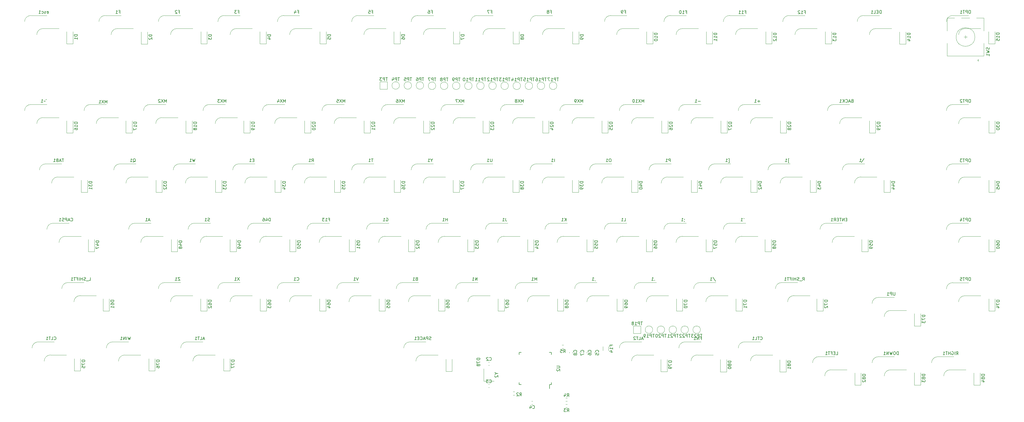
<source format=gbr>
%TF.GenerationSoftware,KiCad,Pcbnew,(6.0.0)*%
%TF.CreationDate,2022-01-14T20:24:59+07:00*%
%TF.ProjectId,fese75,66657365-3735-42e6-9b69-6361645f7063,rev?*%
%TF.SameCoordinates,Original*%
%TF.FileFunction,Legend,Bot*%
%TF.FilePolarity,Positive*%
%FSLAX46Y46*%
G04 Gerber Fmt 4.6, Leading zero omitted, Abs format (unit mm)*
G04 Created by KiCad (PCBNEW (6.0.0)) date 2022-01-14 20:24:59*
%MOMM*%
%LPD*%
G01*
G04 APERTURE LIST*
%ADD10C,0.150000*%
%ADD11C,0.120000*%
G04 APERTURE END LIST*
D10*
%TO.C,R1*%
X128347916Y-100446130D02*
X128681250Y-99969940D01*
X128919345Y-100446130D02*
X128919345Y-99446130D01*
X128538392Y-99446130D01*
X128443154Y-99493750D01*
X128395535Y-99541369D01*
X128347916Y-99636607D01*
X128347916Y-99779464D01*
X128395535Y-99874702D01*
X128443154Y-99922321D01*
X128538392Y-99969940D01*
X128919345Y-99969940D01*
X127395535Y-100446130D02*
X127966964Y-100446130D01*
X127681250Y-100446130D02*
X127681250Y-99446130D01*
X127776488Y-99588988D01*
X127871726Y-99684226D01*
X127966964Y-99731845D01*
%TO.C,H1*%
X171805654Y-119496130D02*
X171805654Y-118496130D01*
X171805654Y-118972321D02*
X171234226Y-118972321D01*
X171234226Y-119496130D02*
X171234226Y-118496130D01*
X170234226Y-119496130D02*
X170805654Y-119496130D01*
X170519940Y-119496130D02*
X170519940Y-118496130D01*
X170615178Y-118638988D01*
X170710416Y-118734226D01*
X170805654Y-118781845D01*
%TO.C,/1*%
X256816369Y-137498511D02*
X257673511Y-138784226D01*
X255959226Y-138546130D02*
X256530654Y-138546130D01*
X256244940Y-138546130D02*
X256244940Y-137546130D01*
X256340178Y-137688988D01*
X256435416Y-137784226D01*
X256530654Y-137831845D01*
%TO.C,[1*%
X261816964Y-100779464D02*
X262055059Y-100779464D01*
X262055059Y-99350892D01*
X261816964Y-99350892D01*
X260912202Y-100446130D02*
X261483630Y-100446130D01*
X261197916Y-100446130D02*
X261197916Y-99446130D01*
X261293154Y-99588988D01*
X261388392Y-99684226D01*
X261483630Y-99731845D01*
%TO.C,MX8*%
X196141964Y-81396130D02*
X196141964Y-80396130D01*
X195808630Y-81110416D01*
X195475297Y-80396130D01*
X195475297Y-81396130D01*
X195094345Y-80396130D02*
X194427678Y-81396130D01*
X194427678Y-80396130D02*
X195094345Y-81396130D01*
X193903869Y-80824702D02*
X193999107Y-80777083D01*
X194046726Y-80729464D01*
X194094345Y-80634226D01*
X194094345Y-80586607D01*
X194046726Y-80491369D01*
X193999107Y-80443750D01*
X193903869Y-80396130D01*
X193713392Y-80396130D01*
X193618154Y-80443750D01*
X193570535Y-80491369D01*
X193522916Y-80586607D01*
X193522916Y-80634226D01*
X193570535Y-80729464D01*
X193618154Y-80777083D01*
X193713392Y-80824702D01*
X193903869Y-80824702D01*
X193999107Y-80872321D01*
X194046726Y-80919940D01*
X194094345Y-81015178D01*
X194094345Y-81205654D01*
X194046726Y-81300892D01*
X193999107Y-81348511D01*
X193903869Y-81396130D01*
X193713392Y-81396130D01*
X193618154Y-81348511D01*
X193570535Y-81300892D01*
X193522916Y-81205654D01*
X193522916Y-81015178D01*
X193570535Y-80919940D01*
X193618154Y-80872321D01*
X193713392Y-80824702D01*
%TO.C,UP1*%
X315180654Y-142308630D02*
X315180654Y-143118154D01*
X315133035Y-143213392D01*
X315085416Y-143261011D01*
X314990178Y-143308630D01*
X314799702Y-143308630D01*
X314704464Y-143261011D01*
X314656845Y-143213392D01*
X314609226Y-143118154D01*
X314609226Y-142308630D01*
X314133035Y-143308630D02*
X314133035Y-142308630D01*
X313752083Y-142308630D01*
X313656845Y-142356250D01*
X313609226Y-142403869D01*
X313561607Y-142499107D01*
X313561607Y-142641964D01*
X313609226Y-142737202D01*
X313656845Y-142784821D01*
X313752083Y-142832440D01*
X314133035Y-142832440D01*
X312609226Y-143308630D02*
X313180654Y-143308630D01*
X312894940Y-143308630D02*
X312894940Y-142308630D01*
X312990178Y-142451488D01*
X313085416Y-142546726D01*
X313180654Y-142594345D01*
%TO.C,F7*%
X185707439Y-52297321D02*
X186040772Y-52297321D01*
X186040772Y-52821130D02*
X186040772Y-51821130D01*
X185564582Y-51821130D01*
X185278867Y-51821130D02*
X184612201Y-51821130D01*
X185040772Y-52821130D01*
%TO.C,WIN1*%
X70316666Y-156596130D02*
X70078571Y-157596130D01*
X69888095Y-156881845D01*
X69697619Y-157596130D01*
X69459523Y-156596130D01*
X69078571Y-157596130D02*
X69078571Y-156596130D01*
X68602380Y-157596130D02*
X68602380Y-156596130D01*
X68030952Y-157596130D01*
X68030952Y-156596130D01*
X67030952Y-157596130D02*
X67602380Y-157596130D01*
X67316666Y-157596130D02*
X67316666Y-156596130D01*
X67411904Y-156738988D01*
X67507142Y-156834226D01*
X67602380Y-156881845D01*
%TO.C,MX6*%
X158041964Y-81396130D02*
X158041964Y-80396130D01*
X157708630Y-81110416D01*
X157375297Y-80396130D01*
X157375297Y-81396130D01*
X156994345Y-80396130D02*
X156327678Y-81396130D01*
X156327678Y-80396130D02*
X156994345Y-81396130D01*
X155518154Y-80396130D02*
X155708630Y-80396130D01*
X155803869Y-80443750D01*
X155851488Y-80491369D01*
X155946726Y-80634226D01*
X155994345Y-80824702D01*
X155994345Y-81205654D01*
X155946726Y-81300892D01*
X155899107Y-81348511D01*
X155803869Y-81396130D01*
X155613392Y-81396130D01*
X155518154Y-81348511D01*
X155470535Y-81300892D01*
X155422916Y-81205654D01*
X155422916Y-80967559D01*
X155470535Y-80872321D01*
X155518154Y-80824702D01*
X155613392Y-80777083D01*
X155803869Y-80777083D01*
X155899107Y-80824702D01*
X155946726Y-80872321D01*
X155994345Y-80967559D01*
%TO.C,TAB1*%
X48909226Y-99446130D02*
X48337797Y-99446130D01*
X48623511Y-100446130D02*
X48623511Y-99446130D01*
X48052083Y-100160416D02*
X47575892Y-100160416D01*
X48147321Y-100446130D02*
X47813988Y-99446130D01*
X47480654Y-100446130D01*
X46813988Y-99922321D02*
X46671130Y-99969940D01*
X46623511Y-100017559D01*
X46575892Y-100112797D01*
X46575892Y-100255654D01*
X46623511Y-100350892D01*
X46671130Y-100398511D01*
X46766369Y-100446130D01*
X47147321Y-100446130D01*
X47147321Y-99446130D01*
X46813988Y-99446130D01*
X46718750Y-99493750D01*
X46671130Y-99541369D01*
X46623511Y-99636607D01*
X46623511Y-99731845D01*
X46671130Y-99827083D01*
X46718750Y-99874702D01*
X46813988Y-99922321D01*
X47147321Y-99922321D01*
X45623511Y-100446130D02*
X46194940Y-100446130D01*
X45909226Y-100446130D02*
X45909226Y-99446130D01*
X46004464Y-99588988D01*
X46099702Y-99684226D01*
X46194940Y-99731845D01*
%TO.C,MX7*%
X177091964Y-81396130D02*
X177091964Y-80396130D01*
X176758630Y-81110416D01*
X176425297Y-80396130D01*
X176425297Y-81396130D01*
X176044345Y-80396130D02*
X175377678Y-81396130D01*
X175377678Y-80396130D02*
X176044345Y-81396130D01*
X175091964Y-80396130D02*
X174425297Y-80396130D01*
X174853869Y-81396130D01*
%TO.C,MX5*%
X138991964Y-81396130D02*
X138991964Y-80396130D01*
X138658630Y-81110416D01*
X138325297Y-80396130D01*
X138325297Y-81396130D01*
X137944345Y-80396130D02*
X137277678Y-81396130D01*
X137277678Y-80396130D02*
X137944345Y-81396130D01*
X136420535Y-80396130D02*
X136896726Y-80396130D01*
X136944345Y-80872321D01*
X136896726Y-80824702D01*
X136801488Y-80777083D01*
X136563392Y-80777083D01*
X136468154Y-80824702D01*
X136420535Y-80872321D01*
X136372916Y-80967559D01*
X136372916Y-81205654D01*
X136420535Y-81300892D01*
X136468154Y-81348511D01*
X136563392Y-81396130D01*
X136801488Y-81396130D01*
X136896726Y-81348511D01*
X136944345Y-81300892D01*
%TO.C,Q1*%
X71126488Y-100541369D02*
X71221726Y-100493750D01*
X71316964Y-100398511D01*
X71459821Y-100255654D01*
X71555059Y-100208035D01*
X71650297Y-100208035D01*
X71602678Y-100446130D02*
X71697916Y-100398511D01*
X71793154Y-100303273D01*
X71840773Y-100112797D01*
X71840773Y-99779464D01*
X71793154Y-99588988D01*
X71697916Y-99493750D01*
X71602678Y-99446130D01*
X71412202Y-99446130D01*
X71316964Y-99493750D01*
X71221726Y-99588988D01*
X71174107Y-99779464D01*
X71174107Y-100112797D01*
X71221726Y-100303273D01*
X71316964Y-100398511D01*
X71412202Y-100446130D01*
X71602678Y-100446130D01*
X70221726Y-100446130D02*
X70793154Y-100446130D01*
X70507440Y-100446130D02*
X70507440Y-99446130D01*
X70602678Y-99588988D01*
X70697916Y-99684226D01*
X70793154Y-99731845D01*
%TO.C,BACK1*%
X301464583Y-80872321D02*
X301321726Y-80919940D01*
X301274107Y-80967559D01*
X301226488Y-81062797D01*
X301226488Y-81205654D01*
X301274107Y-81300892D01*
X301321726Y-81348511D01*
X301416964Y-81396130D01*
X301797916Y-81396130D01*
X301797916Y-80396130D01*
X301464583Y-80396130D01*
X301369345Y-80443750D01*
X301321726Y-80491369D01*
X301274107Y-80586607D01*
X301274107Y-80681845D01*
X301321726Y-80777083D01*
X301369345Y-80824702D01*
X301464583Y-80872321D01*
X301797916Y-80872321D01*
X300845535Y-81110416D02*
X300369345Y-81110416D01*
X300940773Y-81396130D02*
X300607440Y-80396130D01*
X300274107Y-81396130D01*
X299369345Y-81300892D02*
X299416964Y-81348511D01*
X299559821Y-81396130D01*
X299655059Y-81396130D01*
X299797916Y-81348511D01*
X299893154Y-81253273D01*
X299940773Y-81158035D01*
X299988392Y-80967559D01*
X299988392Y-80824702D01*
X299940773Y-80634226D01*
X299893154Y-80538988D01*
X299797916Y-80443750D01*
X299655059Y-80396130D01*
X299559821Y-80396130D01*
X299416964Y-80443750D01*
X299369345Y-80491369D01*
X298940773Y-81396130D02*
X298940773Y-80396130D01*
X298369345Y-81396130D02*
X298797916Y-80824702D01*
X298369345Y-80396130D02*
X298940773Y-80967559D01*
X297416964Y-81396130D02*
X297988392Y-81396130D01*
X297702678Y-81396130D02*
X297702678Y-80396130D01*
X297797916Y-80538988D01*
X297893154Y-80634226D01*
X297988392Y-80681845D01*
%TO.C,E1*%
X109821726Y-99922321D02*
X109488392Y-99922321D01*
X109345535Y-100446130D02*
X109821726Y-100446130D01*
X109821726Y-99446130D01*
X109345535Y-99446130D01*
X108393154Y-100446130D02*
X108964583Y-100446130D01*
X108678869Y-100446130D02*
X108678869Y-99446130D01*
X108774107Y-99588988D01*
X108869345Y-99684226D01*
X108964583Y-99731845D01*
%TO.C,;1*%
X247672321Y-119448511D02*
X247672321Y-119496130D01*
X247719940Y-119591369D01*
X247767559Y-119638988D01*
X247719940Y-118877083D02*
X247672321Y-118924702D01*
X247719940Y-118972321D01*
X247767559Y-118924702D01*
X247719940Y-118877083D01*
X247719940Y-118972321D01*
X246719940Y-119496130D02*
X247291369Y-119496130D01*
X247005654Y-119496130D02*
X247005654Y-118496130D01*
X247100892Y-118638988D01*
X247196130Y-118734226D01*
X247291369Y-118781845D01*
%TO.C,\u002C1*%
X219097321Y-138498511D02*
X219097321Y-138546130D01*
X219144940Y-138641369D01*
X219192559Y-138688988D01*
X218144940Y-138546130D02*
X218716369Y-138546130D01*
X218430654Y-138546130D02*
X218430654Y-137546130D01*
X218525892Y-137688988D01*
X218621130Y-137784226D01*
X218716369Y-137831845D01*
%TO.C,P1*%
X243219345Y-100446130D02*
X243219345Y-99446130D01*
X242838392Y-99446130D01*
X242743154Y-99493750D01*
X242695535Y-99541369D01*
X242647916Y-99636607D01*
X242647916Y-99779464D01*
X242695535Y-99874702D01*
X242743154Y-99922321D01*
X242838392Y-99969940D01*
X243219345Y-99969940D01*
X241695535Y-100446130D02*
X242266964Y-100446130D01*
X241981250Y-100446130D02*
X241981250Y-99446130D01*
X242076488Y-99588988D01*
X242171726Y-99684226D01*
X242266964Y-99731845D01*
%TO.C,ALT2*%
X234456250Y-157310416D02*
X233980059Y-157310416D01*
X234551488Y-157596130D02*
X234218154Y-156596130D01*
X233884821Y-157596130D01*
X233075297Y-157596130D02*
X233551488Y-157596130D01*
X233551488Y-156596130D01*
X232884821Y-156596130D02*
X232313392Y-156596130D01*
X232599107Y-157596130D02*
X232599107Y-156596130D01*
X232027678Y-156691369D02*
X231980059Y-156643750D01*
X231884821Y-156596130D01*
X231646726Y-156596130D01*
X231551488Y-156643750D01*
X231503869Y-156691369D01*
X231456250Y-156786607D01*
X231456250Y-156881845D01*
X231503869Y-157024702D01*
X232075297Y-157596130D01*
X231456250Y-157596130D01*
%TO.C,X1*%
X105178273Y-137546130D02*
X104511607Y-138546130D01*
X104511607Y-137546130D02*
X105178273Y-138546130D01*
X103606845Y-138546130D02*
X104178273Y-138546130D01*
X103892559Y-138546130D02*
X103892559Y-137546130D01*
X103987797Y-137688988D01*
X104083035Y-137784226D01*
X104178273Y-137831845D01*
%TO.C,ENTER1*%
X299797619Y-118972321D02*
X299464285Y-118972321D01*
X299321428Y-119496130D02*
X299797619Y-119496130D01*
X299797619Y-118496130D01*
X299321428Y-118496130D01*
X298892857Y-119496130D02*
X298892857Y-118496130D01*
X298321428Y-119496130D01*
X298321428Y-118496130D01*
X297988095Y-118496130D02*
X297416666Y-118496130D01*
X297702380Y-119496130D02*
X297702380Y-118496130D01*
X297083333Y-118972321D02*
X296750000Y-118972321D01*
X296607142Y-119496130D02*
X297083333Y-119496130D01*
X297083333Y-118496130D01*
X296607142Y-118496130D01*
X295607142Y-119496130D02*
X295940476Y-119019940D01*
X296178571Y-119496130D02*
X296178571Y-118496130D01*
X295797619Y-118496130D01*
X295702380Y-118543750D01*
X295654761Y-118591369D01*
X295607142Y-118686607D01*
X295607142Y-118829464D01*
X295654761Y-118924702D01*
X295702380Y-118972321D01*
X295797619Y-119019940D01*
X296178571Y-119019940D01*
X294654761Y-119496130D02*
X295226190Y-119496130D01*
X294940476Y-119496130D02*
X294940476Y-118496130D01*
X295035714Y-118638988D01*
X295130952Y-118734226D01*
X295226190Y-118781845D01*
%TO.C,OPT3*%
X339183630Y-99458630D02*
X338993154Y-99458630D01*
X338897916Y-99506250D01*
X338802678Y-99601488D01*
X338755059Y-99791964D01*
X338755059Y-100125297D01*
X338802678Y-100315773D01*
X338897916Y-100411011D01*
X338993154Y-100458630D01*
X339183630Y-100458630D01*
X339278869Y-100411011D01*
X339374107Y-100315773D01*
X339421726Y-100125297D01*
X339421726Y-99791964D01*
X339374107Y-99601488D01*
X339278869Y-99506250D01*
X339183630Y-99458630D01*
X338326488Y-100458630D02*
X338326488Y-99458630D01*
X337945535Y-99458630D01*
X337850297Y-99506250D01*
X337802678Y-99553869D01*
X337755059Y-99649107D01*
X337755059Y-99791964D01*
X337802678Y-99887202D01*
X337850297Y-99934821D01*
X337945535Y-99982440D01*
X338326488Y-99982440D01*
X337469345Y-99458630D02*
X336897916Y-99458630D01*
X337183630Y-100458630D02*
X337183630Y-99458630D01*
X336659821Y-99458630D02*
X336040773Y-99458630D01*
X336374107Y-99839583D01*
X336231250Y-99839583D01*
X336136011Y-99887202D01*
X336088392Y-99934821D01*
X336040773Y-100030059D01*
X336040773Y-100268154D01*
X336088392Y-100363392D01*
X336136011Y-100411011D01*
X336231250Y-100458630D01*
X336516964Y-100458630D01*
X336612202Y-100411011D01*
X336659821Y-100363392D01*
%TO.C,F5*%
X147564583Y-52297321D02*
X147897916Y-52297321D01*
X147897916Y-52821130D02*
X147897916Y-51821130D01*
X147421726Y-51821130D01*
X146564583Y-51821130D02*
X147040773Y-51821130D01*
X147088392Y-52297321D01*
X147040773Y-52249702D01*
X146945535Y-52202083D01*
X146707440Y-52202083D01*
X146612202Y-52249702D01*
X146564583Y-52297321D01*
X146516964Y-52392559D01*
X146516964Y-52630654D01*
X146564583Y-52725892D01*
X146612202Y-52773511D01*
X146707440Y-52821130D01*
X146945535Y-52821130D01*
X147040773Y-52773511D01*
X147088392Y-52725892D01*
%TO.C,F9*%
X228538989Y-52297321D02*
X228872322Y-52297321D01*
X228872322Y-52821130D02*
X228872322Y-51821130D01*
X228396132Y-51821130D01*
X227967560Y-52821130D02*
X227777084Y-52821130D01*
X227681846Y-52773511D01*
X227634227Y-52725892D01*
X227538989Y-52583035D01*
X227491370Y-52392559D01*
X227491370Y-52011607D01*
X227538989Y-51916369D01*
X227586608Y-51868750D01*
X227681846Y-51821130D01*
X227872322Y-51821130D01*
X227967560Y-51868750D01*
X228015179Y-51916369D01*
X228062798Y-52011607D01*
X228062798Y-52249702D01*
X228015179Y-52344940D01*
X227967560Y-52392559D01*
X227872322Y-52440178D01*
X227681846Y-52440178D01*
X227586608Y-52392559D01*
X227538989Y-52344940D01*
X227491370Y-52249702D01*
%TO.C,OPT2*%
X339183630Y-80396130D02*
X338993154Y-80396130D01*
X338897916Y-80443750D01*
X338802678Y-80538988D01*
X338755059Y-80729464D01*
X338755059Y-81062797D01*
X338802678Y-81253273D01*
X338897916Y-81348511D01*
X338993154Y-81396130D01*
X339183630Y-81396130D01*
X339278869Y-81348511D01*
X339374107Y-81253273D01*
X339421726Y-81062797D01*
X339421726Y-80729464D01*
X339374107Y-80538988D01*
X339278869Y-80443750D01*
X339183630Y-80396130D01*
X338326488Y-81396130D02*
X338326488Y-80396130D01*
X337945535Y-80396130D01*
X337850297Y-80443750D01*
X337802678Y-80491369D01*
X337755059Y-80586607D01*
X337755059Y-80729464D01*
X337802678Y-80824702D01*
X337850297Y-80872321D01*
X337945535Y-80919940D01*
X338326488Y-80919940D01*
X337469345Y-80396130D02*
X336897916Y-80396130D01*
X337183630Y-81396130D02*
X337183630Y-80396130D01*
X336612202Y-80491369D02*
X336564583Y-80443750D01*
X336469345Y-80396130D01*
X336231250Y-80396130D01*
X336136011Y-80443750D01*
X336088392Y-80491369D01*
X336040773Y-80586607D01*
X336040773Y-80681845D01*
X336088392Y-80824702D01*
X336659821Y-81396130D01*
X336040773Y-81396130D01*
%TO.C,ALT1*%
X93962500Y-157310416D02*
X93486309Y-157310416D01*
X94057738Y-157596130D02*
X93724404Y-156596130D01*
X93391071Y-157596130D01*
X92581547Y-157596130D02*
X93057738Y-157596130D01*
X93057738Y-156596130D01*
X92391071Y-156596130D02*
X91819642Y-156596130D01*
X92105357Y-157596130D02*
X92105357Y-156596130D01*
X90962500Y-157596130D02*
X91533928Y-157596130D01*
X91248214Y-157596130D02*
X91248214Y-156596130D01*
X91343452Y-156738988D01*
X91438690Y-156834226D01*
X91533928Y-156881845D01*
%TO.C,`~1*%
X43384821Y-80348511D02*
X43241964Y-80491369D01*
X43003869Y-81015178D02*
X42956250Y-80967559D01*
X42861011Y-80919940D01*
X42670535Y-81015178D01*
X42575297Y-80967559D01*
X42527678Y-80919940D01*
X41622916Y-81396130D02*
X42194345Y-81396130D01*
X41908630Y-81396130D02*
X41908630Y-80396130D01*
X42003869Y-80538988D01*
X42099107Y-80634226D01*
X42194345Y-80681845D01*
%TO.C,J1*%
X190427083Y-118496130D02*
X190427083Y-119210416D01*
X190474702Y-119353273D01*
X190569940Y-119448511D01*
X190712797Y-119496130D01*
X190808035Y-119496130D01*
X189427083Y-119496130D02*
X189998511Y-119496130D01*
X189712797Y-119496130D02*
X189712797Y-118496130D01*
X189808035Y-118638988D01*
X189903273Y-118734226D01*
X189998511Y-118781845D01*
%TO.C,O1*%
X224002678Y-99446130D02*
X223812202Y-99446130D01*
X223716964Y-99493750D01*
X223621726Y-99588988D01*
X223574107Y-99779464D01*
X223574107Y-100112797D01*
X223621726Y-100303273D01*
X223716964Y-100398511D01*
X223812202Y-100446130D01*
X224002678Y-100446130D01*
X224097916Y-100398511D01*
X224193154Y-100303273D01*
X224240773Y-100112797D01*
X224240773Y-99779464D01*
X224193154Y-99588988D01*
X224097916Y-99493750D01*
X224002678Y-99446130D01*
X222621726Y-100446130D02*
X223193154Y-100446130D01*
X222907440Y-100446130D02*
X222907440Y-99446130D01*
X223002678Y-99588988D01*
X223097916Y-99684226D01*
X223193154Y-99731845D01*
%TO.C,F13*%
X133753273Y-118972321D02*
X134086607Y-118972321D01*
X134086607Y-119496130D02*
X134086607Y-118496130D01*
X133610416Y-118496130D01*
X132705654Y-119496130D02*
X133277083Y-119496130D01*
X132991369Y-119496130D02*
X132991369Y-118496130D01*
X133086607Y-118638988D01*
X133181845Y-118734226D01*
X133277083Y-118781845D01*
X132372321Y-118496130D02*
X131753273Y-118496130D01*
X132086607Y-118877083D01*
X131943750Y-118877083D01*
X131848511Y-118924702D01*
X131800892Y-118972321D01*
X131753273Y-119067559D01*
X131753273Y-119305654D01*
X131800892Y-119400892D01*
X131848511Y-119448511D01*
X131943750Y-119496130D01*
X132229464Y-119496130D01*
X132324702Y-119448511D01*
X132372321Y-119400892D01*
%TO.C,L1*%
X228360416Y-119496130D02*
X228836607Y-119496130D01*
X228836607Y-118496130D01*
X227503273Y-119496130D02*
X228074702Y-119496130D01*
X227788988Y-119496130D02*
X227788988Y-118496130D01*
X227884226Y-118638988D01*
X227979464Y-118734226D01*
X228074702Y-118781845D01*
%TO.C,B1*%
X161923511Y-138022321D02*
X161780654Y-138069940D01*
X161733035Y-138117559D01*
X161685416Y-138212797D01*
X161685416Y-138355654D01*
X161733035Y-138450892D01*
X161780654Y-138498511D01*
X161875892Y-138546130D01*
X162256845Y-138546130D01*
X162256845Y-137546130D01*
X161923511Y-137546130D01*
X161828273Y-137593750D01*
X161780654Y-137641369D01*
X161733035Y-137736607D01*
X161733035Y-137831845D01*
X161780654Y-137927083D01*
X161828273Y-137974702D01*
X161923511Y-138022321D01*
X162256845Y-138022321D01*
X160733035Y-138546130D02*
X161304464Y-138546130D01*
X161018750Y-138546130D02*
X161018750Y-137546130D01*
X161113988Y-137688988D01*
X161209226Y-137784226D01*
X161304464Y-137831845D01*
%TO.C,MX9*%
X215191964Y-81396130D02*
X215191964Y-80396130D01*
X214858630Y-81110416D01*
X214525297Y-80396130D01*
X214525297Y-81396130D01*
X214144345Y-80396130D02*
X213477678Y-81396130D01*
X213477678Y-80396130D02*
X214144345Y-81396130D01*
X213049107Y-81396130D02*
X212858630Y-81396130D01*
X212763392Y-81348511D01*
X212715773Y-81300892D01*
X212620535Y-81158035D01*
X212572916Y-80967559D01*
X212572916Y-80586607D01*
X212620535Y-80491369D01*
X212668154Y-80443750D01*
X212763392Y-80396130D01*
X212953869Y-80396130D01*
X213049107Y-80443750D01*
X213096726Y-80491369D01*
X213144345Y-80586607D01*
X213144345Y-80824702D01*
X213096726Y-80919940D01*
X213049107Y-80967559D01*
X212953869Y-81015178D01*
X212763392Y-81015178D01*
X212668154Y-80967559D01*
X212620535Y-80919940D01*
X212572916Y-80824702D01*
%TO.C,SPACE1*%
X166542857Y-157548511D02*
X166400000Y-157596130D01*
X166161904Y-157596130D01*
X166066666Y-157548511D01*
X166019047Y-157500892D01*
X165971428Y-157405654D01*
X165971428Y-157310416D01*
X166019047Y-157215178D01*
X166066666Y-157167559D01*
X166161904Y-157119940D01*
X166352380Y-157072321D01*
X166447619Y-157024702D01*
X166495238Y-156977083D01*
X166542857Y-156881845D01*
X166542857Y-156786607D01*
X166495238Y-156691369D01*
X166447619Y-156643750D01*
X166352380Y-156596130D01*
X166114285Y-156596130D01*
X165971428Y-156643750D01*
X165542857Y-157596130D02*
X165542857Y-156596130D01*
X165161904Y-156596130D01*
X165066666Y-156643750D01*
X165019047Y-156691369D01*
X164971428Y-156786607D01*
X164971428Y-156929464D01*
X165019047Y-157024702D01*
X165066666Y-157072321D01*
X165161904Y-157119940D01*
X165542857Y-157119940D01*
X164590476Y-157310416D02*
X164114285Y-157310416D01*
X164685714Y-157596130D02*
X164352380Y-156596130D01*
X164019047Y-157596130D01*
X163114285Y-157500892D02*
X163161904Y-157548511D01*
X163304761Y-157596130D01*
X163400000Y-157596130D01*
X163542857Y-157548511D01*
X163638095Y-157453273D01*
X163685714Y-157358035D01*
X163733333Y-157167559D01*
X163733333Y-157024702D01*
X163685714Y-156834226D01*
X163638095Y-156738988D01*
X163542857Y-156643750D01*
X163400000Y-156596130D01*
X163304761Y-156596130D01*
X163161904Y-156643750D01*
X163114285Y-156691369D01*
X162685714Y-157072321D02*
X162352380Y-157072321D01*
X162209523Y-157596130D02*
X162685714Y-157596130D01*
X162685714Y-156596130D01*
X162209523Y-156596130D01*
X161257142Y-157596130D02*
X161828571Y-157596130D01*
X161542857Y-157596130D02*
X161542857Y-156596130D01*
X161638095Y-156738988D01*
X161733333Y-156834226D01*
X161828571Y-156881845D01*
%TO.C,F1*%
X66602083Y-52297321D02*
X66935416Y-52297321D01*
X66935416Y-52821130D02*
X66935416Y-51821130D01*
X66459226Y-51821130D01*
X65554464Y-52821130D02*
X66125892Y-52821130D01*
X65840178Y-52821130D02*
X65840178Y-51821130D01*
X65935416Y-51963988D01*
X66030654Y-52059226D01*
X66125892Y-52106845D01*
%TO.C,DEL1*%
X310751488Y-52821130D02*
X310751488Y-51821130D01*
X310513392Y-51821130D01*
X310370535Y-51868750D01*
X310275297Y-51963988D01*
X310227678Y-52059226D01*
X310180059Y-52249702D01*
X310180059Y-52392559D01*
X310227678Y-52583035D01*
X310275297Y-52678273D01*
X310370535Y-52773511D01*
X310513392Y-52821130D01*
X310751488Y-52821130D01*
X309751488Y-52297321D02*
X309418154Y-52297321D01*
X309275297Y-52821130D02*
X309751488Y-52821130D01*
X309751488Y-51821130D01*
X309275297Y-51821130D01*
X308370535Y-52821130D02*
X308846726Y-52821130D01*
X308846726Y-51821130D01*
X307513392Y-52821130D02*
X308084821Y-52821130D01*
X307799107Y-52821130D02*
X307799107Y-51821130D01*
X307894345Y-51963988D01*
X307989583Y-52059226D01*
X308084821Y-52106845D01*
%TO.C,D46*%
X115108035Y-119496130D02*
X115108035Y-118496130D01*
X114869940Y-118496130D01*
X114727083Y-118543750D01*
X114631845Y-118638988D01*
X114584226Y-118734226D01*
X114536607Y-118924702D01*
X114536607Y-119067559D01*
X114584226Y-119258035D01*
X114631845Y-119353273D01*
X114727083Y-119448511D01*
X114869940Y-119496130D01*
X115108035Y-119496130D01*
X113679464Y-118829464D02*
X113679464Y-119496130D01*
X113917559Y-118448511D02*
X114155654Y-119162797D01*
X113536607Y-119162797D01*
X112727083Y-118496130D02*
X112917559Y-118496130D01*
X113012797Y-118543750D01*
X113060416Y-118591369D01*
X113155654Y-118734226D01*
X113203273Y-118924702D01*
X113203273Y-119305654D01*
X113155654Y-119400892D01*
X113108035Y-119448511D01*
X113012797Y-119496130D01*
X112822321Y-119496130D01*
X112727083Y-119448511D01*
X112679464Y-119400892D01*
X112631845Y-119305654D01*
X112631845Y-119067559D01*
X112679464Y-118972321D01*
X112727083Y-118924702D01*
X112822321Y-118877083D01*
X113012797Y-118877083D01*
X113108035Y-118924702D01*
X113155654Y-118972321D01*
X113203273Y-119067559D01*
%TO.C,U1*%
X186093154Y-99446130D02*
X186093154Y-100255654D01*
X186045535Y-100350892D01*
X185997916Y-100398511D01*
X185902678Y-100446130D01*
X185712202Y-100446130D01*
X185616964Y-100398511D01*
X185569345Y-100350892D01*
X185521726Y-100255654D01*
X185521726Y-99446130D01*
X184521726Y-100446130D02*
X185093154Y-100446130D01*
X184807440Y-100446130D02*
X184807440Y-99446130D01*
X184902678Y-99588988D01*
X184997916Y-99684226D01*
X185093154Y-99731845D01*
%TO.C,V1*%
X143278273Y-137546130D02*
X142944940Y-138546130D01*
X142611607Y-137546130D01*
X141754464Y-138546130D02*
X142325892Y-138546130D01*
X142040178Y-138546130D02*
X142040178Y-137546130D01*
X142135416Y-137688988D01*
X142230654Y-137784226D01*
X142325892Y-137831845D01*
%TO.C,G1*%
X152208035Y-118543750D02*
X152303273Y-118496130D01*
X152446130Y-118496130D01*
X152588988Y-118543750D01*
X152684226Y-118638988D01*
X152731845Y-118734226D01*
X152779464Y-118924702D01*
X152779464Y-119067559D01*
X152731845Y-119258035D01*
X152684226Y-119353273D01*
X152588988Y-119448511D01*
X152446130Y-119496130D01*
X152350892Y-119496130D01*
X152208035Y-119448511D01*
X152160416Y-119400892D01*
X152160416Y-119067559D01*
X152350892Y-119067559D01*
X151208035Y-119496130D02*
X151779464Y-119496130D01*
X151493750Y-119496130D02*
X151493750Y-118496130D01*
X151588988Y-118638988D01*
X151684226Y-118734226D01*
X151779464Y-118781845D01*
%TO.C,Z1*%
X86128273Y-137546130D02*
X85461607Y-137546130D01*
X86128273Y-138546130D01*
X85461607Y-138546130D01*
X84556845Y-138546130D02*
X85128273Y-138546130D01*
X84842559Y-138546130D02*
X84842559Y-137546130D01*
X84937797Y-137688988D01*
X85033035Y-137784226D01*
X85128273Y-137831845D01*
%TO.C,'1*%
X266722321Y-118496130D02*
X266817559Y-118686607D01*
X265769940Y-119496130D02*
X266341369Y-119496130D01*
X266055654Y-119496130D02*
X266055654Y-118496130D01*
X266150892Y-118638988D01*
X266246130Y-118734226D01*
X266341369Y-118781845D01*
%TO.C,CTL1*%
X272008630Y-157500892D02*
X272056250Y-157548511D01*
X272199107Y-157596130D01*
X272294345Y-157596130D01*
X272437202Y-157548511D01*
X272532440Y-157453273D01*
X272580059Y-157358035D01*
X272627678Y-157167559D01*
X272627678Y-157024702D01*
X272580059Y-156834226D01*
X272532440Y-156738988D01*
X272437202Y-156643750D01*
X272294345Y-156596130D01*
X272199107Y-156596130D01*
X272056250Y-156643750D01*
X272008630Y-156691369D01*
X271722916Y-156596130D02*
X271151488Y-156596130D01*
X271437202Y-157596130D02*
X271437202Y-156596130D01*
X270341964Y-157596130D02*
X270818154Y-157596130D01*
X270818154Y-156596130D01*
X269484821Y-157596130D02*
X270056250Y-157596130D01*
X269770535Y-157596130D02*
X269770535Y-156596130D01*
X269865773Y-156738988D01*
X269961011Y-156834226D01*
X270056250Y-156881845D01*
%TO.C,Y1*%
X166757440Y-99969940D02*
X166757440Y-100446130D01*
X167090773Y-99446130D02*
X166757440Y-99969940D01*
X166424107Y-99446130D01*
X165566964Y-100446130D02*
X166138392Y-100446130D01*
X165852678Y-100446130D02*
X165852678Y-99446130D01*
X165947916Y-99588988D01*
X166043154Y-99684226D01*
X166138392Y-99731845D01*
%TO.C,W1*%
X90986011Y-99446130D02*
X90747916Y-100446130D01*
X90557440Y-99731845D01*
X90366964Y-100446130D01*
X90128869Y-99446130D01*
X89224107Y-100446130D02*
X89795535Y-100446130D01*
X89509821Y-100446130D02*
X89509821Y-99446130D01*
X89605059Y-99588988D01*
X89700297Y-99684226D01*
X89795535Y-99731845D01*
%TO.C,F3*%
X104719642Y-52297321D02*
X105052975Y-52297321D01*
X105052975Y-52821130D02*
X105052975Y-51821130D01*
X104576785Y-51821130D01*
X104291070Y-51821130D02*
X103672023Y-51821130D01*
X104005356Y-52202083D01*
X103862499Y-52202083D01*
X103767261Y-52249702D01*
X103719642Y-52297321D01*
X103672023Y-52392559D01*
X103672023Y-52630654D01*
X103719642Y-52725892D01*
X103767261Y-52773511D01*
X103862499Y-52821130D01*
X104148213Y-52821130D01*
X104243451Y-52773511D01*
X104291070Y-52725892D01*
%TO.C,LEFT1*%
X296278571Y-162339880D02*
X296754761Y-162339880D01*
X296754761Y-161339880D01*
X295945238Y-161816071D02*
X295611904Y-161816071D01*
X295469047Y-162339880D02*
X295945238Y-162339880D01*
X295945238Y-161339880D01*
X295469047Y-161339880D01*
X294707142Y-161816071D02*
X295040476Y-161816071D01*
X295040476Y-162339880D02*
X295040476Y-161339880D01*
X294564285Y-161339880D01*
X294326190Y-161339880D02*
X293754761Y-161339880D01*
X294040476Y-162339880D02*
X294040476Y-161339880D01*
X292897619Y-162339880D02*
X293469047Y-162339880D01*
X293183333Y-162339880D02*
X293183333Y-161339880D01*
X293278571Y-161482738D01*
X293373809Y-161577976D01*
X293469047Y-161625595D01*
%TO.C,C1*%
X123585416Y-138450892D02*
X123633035Y-138498511D01*
X123775892Y-138546130D01*
X123871130Y-138546130D01*
X124013988Y-138498511D01*
X124109226Y-138403273D01*
X124156845Y-138308035D01*
X124204464Y-138117559D01*
X124204464Y-137974702D01*
X124156845Y-137784226D01*
X124109226Y-137688988D01*
X124013988Y-137593750D01*
X123871130Y-137546130D01*
X123775892Y-137546130D01*
X123633035Y-137593750D01*
X123585416Y-137641369D01*
X122633035Y-138546130D02*
X123204464Y-138546130D01*
X122918750Y-138546130D02*
X122918750Y-137546130D01*
X123013988Y-137688988D01*
X123109226Y-137784226D01*
X123204464Y-137831845D01*
%TO.C,F8*%
X204778867Y-52297321D02*
X205112200Y-52297321D01*
X205112200Y-52821130D02*
X205112200Y-51821130D01*
X204636010Y-51821130D01*
X204112200Y-52249702D02*
X204207438Y-52202083D01*
X204255057Y-52154464D01*
X204302676Y-52059226D01*
X204302676Y-52011607D01*
X204255057Y-51916369D01*
X204207438Y-51868750D01*
X204112200Y-51821130D01*
X203921724Y-51821130D01*
X203826486Y-51868750D01*
X203778867Y-51916369D01*
X203731248Y-52011607D01*
X203731248Y-52059226D01*
X203778867Y-52154464D01*
X203826486Y-52202083D01*
X203921724Y-52249702D01*
X204112200Y-52249702D01*
X204207438Y-52297321D01*
X204255057Y-52344940D01*
X204302676Y-52440178D01*
X204302676Y-52630654D01*
X204255057Y-52725892D01*
X204207438Y-52773511D01*
X204112200Y-52821130D01*
X203921724Y-52821130D01*
X203826486Y-52773511D01*
X203778867Y-52725892D01*
X203731248Y-52630654D01*
X203731248Y-52440178D01*
X203778867Y-52344940D01*
X203826486Y-52297321D01*
X203921724Y-52249702D01*
%TO.C,]1*%
X281247916Y-100779464D02*
X281009821Y-100779464D01*
X281009821Y-99350892D01*
X281247916Y-99350892D01*
X279962202Y-100446130D02*
X280533630Y-100446130D01*
X280247916Y-100446130D02*
X280247916Y-99446130D01*
X280343154Y-99588988D01*
X280438392Y-99684226D01*
X280533630Y-99731845D01*
%TO.C,K1*%
X209881845Y-119496130D02*
X209881845Y-118496130D01*
X209310416Y-119496130D02*
X209738988Y-118924702D01*
X209310416Y-118496130D02*
X209881845Y-119067559D01*
X208358035Y-119496130D02*
X208929464Y-119496130D01*
X208643750Y-119496130D02*
X208643750Y-118496130D01*
X208738988Y-118638988D01*
X208834226Y-118734226D01*
X208929464Y-118781845D01*
%TO.C,F4*%
X123787201Y-52297321D02*
X124120534Y-52297321D01*
X124120534Y-52821130D02*
X124120534Y-51821130D01*
X123644344Y-51821130D01*
X122834820Y-52154464D02*
X122834820Y-52821130D01*
X123072915Y-51773511D02*
X123311010Y-52487797D01*
X122691963Y-52487797D01*
%TO.C,DOWN1*%
X316275892Y-162358630D02*
X316275892Y-161358630D01*
X316037797Y-161358630D01*
X315894940Y-161406250D01*
X315799702Y-161501488D01*
X315752083Y-161596726D01*
X315704464Y-161787202D01*
X315704464Y-161930059D01*
X315752083Y-162120535D01*
X315799702Y-162215773D01*
X315894940Y-162311011D01*
X316037797Y-162358630D01*
X316275892Y-162358630D01*
X315085416Y-161358630D02*
X314894940Y-161358630D01*
X314799702Y-161406250D01*
X314704464Y-161501488D01*
X314656845Y-161691964D01*
X314656845Y-162025297D01*
X314704464Y-162215773D01*
X314799702Y-162311011D01*
X314894940Y-162358630D01*
X315085416Y-162358630D01*
X315180654Y-162311011D01*
X315275892Y-162215773D01*
X315323511Y-162025297D01*
X315323511Y-161691964D01*
X315275892Y-161501488D01*
X315180654Y-161406250D01*
X315085416Y-161358630D01*
X314323511Y-161358630D02*
X314085416Y-162358630D01*
X313894940Y-161644345D01*
X313704464Y-162358630D01*
X313466369Y-161358630D01*
X313085416Y-162358630D02*
X313085416Y-161358630D01*
X312513988Y-162358630D01*
X312513988Y-161358630D01*
X311513988Y-162358630D02*
X312085416Y-162358630D01*
X311799702Y-162358630D02*
X311799702Y-161358630D01*
X311894940Y-161501488D01*
X311990178Y-161596726D01*
X312085416Y-161644345D01*
%TO.C,OPT5*%
X339183630Y-137583630D02*
X338993154Y-137583630D01*
X338897916Y-137631250D01*
X338802678Y-137726488D01*
X338755059Y-137916964D01*
X338755059Y-138250297D01*
X338802678Y-138440773D01*
X338897916Y-138536011D01*
X338993154Y-138583630D01*
X339183630Y-138583630D01*
X339278869Y-138536011D01*
X339374107Y-138440773D01*
X339421726Y-138250297D01*
X339421726Y-137916964D01*
X339374107Y-137726488D01*
X339278869Y-137631250D01*
X339183630Y-137583630D01*
X338326488Y-138583630D02*
X338326488Y-137583630D01*
X337945535Y-137583630D01*
X337850297Y-137631250D01*
X337802678Y-137678869D01*
X337755059Y-137774107D01*
X337755059Y-137916964D01*
X337802678Y-138012202D01*
X337850297Y-138059821D01*
X337945535Y-138107440D01*
X338326488Y-138107440D01*
X337469345Y-137583630D02*
X336897916Y-137583630D01*
X337183630Y-138583630D02*
X337183630Y-137583630D01*
X336088392Y-137583630D02*
X336564583Y-137583630D01*
X336612202Y-138059821D01*
X336564583Y-138012202D01*
X336469345Y-137964583D01*
X336231250Y-137964583D01*
X336136011Y-138012202D01*
X336088392Y-138059821D01*
X336040773Y-138155059D01*
X336040773Y-138393154D01*
X336088392Y-138488392D01*
X336136011Y-138536011D01*
X336231250Y-138583630D01*
X336469345Y-138583630D01*
X336564583Y-138536011D01*
X336612202Y-138488392D01*
%TO.C,FN1*%
X252863392Y-157072321D02*
X253196726Y-157072321D01*
X253196726Y-157596130D02*
X253196726Y-156596130D01*
X252720535Y-156596130D01*
X252339583Y-157596130D02*
X252339583Y-156596130D01*
X251768154Y-157596130D01*
X251768154Y-156596130D01*
X250768154Y-157596130D02*
X251339583Y-157596130D01*
X251053869Y-157596130D02*
X251053869Y-156596130D01*
X251149107Y-156738988D01*
X251244345Y-156834226D01*
X251339583Y-156881845D01*
%TO.C,F12*%
X286115179Y-52397321D02*
X286448513Y-52397321D01*
X286448513Y-52921130D02*
X286448513Y-51921130D01*
X285972322Y-51921130D01*
X285067560Y-52921130D02*
X285638989Y-52921130D01*
X285353275Y-52921130D02*
X285353275Y-51921130D01*
X285448513Y-52063988D01*
X285543751Y-52159226D01*
X285638989Y-52206845D01*
X284686608Y-52016369D02*
X284638989Y-51968750D01*
X284543751Y-51921130D01*
X284305656Y-51921130D01*
X284210417Y-51968750D01*
X284162798Y-52016369D01*
X284115179Y-52111607D01*
X284115179Y-52206845D01*
X284162798Y-52349702D01*
X284734227Y-52921130D01*
X284115179Y-52921130D01*
%TO.C,R_SHIFT1*%
X285557738Y-138546130D02*
X285891071Y-138069940D01*
X286129166Y-138546130D02*
X286129166Y-137546130D01*
X285748214Y-137546130D01*
X285652976Y-137593750D01*
X285605357Y-137641369D01*
X285557738Y-137736607D01*
X285557738Y-137879464D01*
X285605357Y-137974702D01*
X285652976Y-138022321D01*
X285748214Y-138069940D01*
X286129166Y-138069940D01*
X285367261Y-138641369D02*
X284605357Y-138641369D01*
X284414880Y-138498511D02*
X284272023Y-138546130D01*
X284033928Y-138546130D01*
X283938690Y-138498511D01*
X283891071Y-138450892D01*
X283843452Y-138355654D01*
X283843452Y-138260416D01*
X283891071Y-138165178D01*
X283938690Y-138117559D01*
X284033928Y-138069940D01*
X284224404Y-138022321D01*
X284319642Y-137974702D01*
X284367261Y-137927083D01*
X284414880Y-137831845D01*
X284414880Y-137736607D01*
X284367261Y-137641369D01*
X284319642Y-137593750D01*
X284224404Y-137546130D01*
X283986309Y-137546130D01*
X283843452Y-137593750D01*
X283414880Y-138546130D02*
X283414880Y-137546130D01*
X283414880Y-138022321D02*
X282843452Y-138022321D01*
X282843452Y-138546130D02*
X282843452Y-137546130D01*
X282367261Y-138546130D02*
X282367261Y-137546130D01*
X281557738Y-138022321D02*
X281891071Y-138022321D01*
X281891071Y-138546130D02*
X281891071Y-137546130D01*
X281414880Y-137546130D01*
X281176785Y-137546130D02*
X280605357Y-137546130D01*
X280891071Y-138546130D02*
X280891071Y-137546130D01*
X279748214Y-138546130D02*
X280319642Y-138546130D01*
X280033928Y-138546130D02*
X280033928Y-137546130D01*
X280129166Y-137688988D01*
X280224404Y-137784226D01*
X280319642Y-137831845D01*
%TO.C,esc1*%
X43575297Y-52773511D02*
X43670535Y-52821130D01*
X43861011Y-52821130D01*
X43956250Y-52773511D01*
X44003869Y-52678273D01*
X44003869Y-52297321D01*
X43956250Y-52202083D01*
X43861011Y-52154464D01*
X43670535Y-52154464D01*
X43575297Y-52202083D01*
X43527678Y-52297321D01*
X43527678Y-52392559D01*
X44003869Y-52487797D01*
X43146726Y-52773511D02*
X43051488Y-52821130D01*
X42861011Y-52821130D01*
X42765773Y-52773511D01*
X42718154Y-52678273D01*
X42718154Y-52630654D01*
X42765773Y-52535416D01*
X42861011Y-52487797D01*
X43003869Y-52487797D01*
X43099107Y-52440178D01*
X43146726Y-52344940D01*
X43146726Y-52297321D01*
X43099107Y-52202083D01*
X43003869Y-52154464D01*
X42861011Y-52154464D01*
X42765773Y-52202083D01*
X41861011Y-52773511D02*
X41956250Y-52821130D01*
X42146726Y-52821130D01*
X42241964Y-52773511D01*
X42289583Y-52725892D01*
X42337202Y-52630654D01*
X42337202Y-52344940D01*
X42289583Y-52249702D01*
X42241964Y-52202083D01*
X42146726Y-52154464D01*
X41956250Y-52154464D01*
X41861011Y-52202083D01*
X40908630Y-52821130D02*
X41480059Y-52821130D01*
X41194345Y-52821130D02*
X41194345Y-51821130D01*
X41289583Y-51963988D01*
X41384821Y-52059226D01*
X41480059Y-52106845D01*
%TO.C,\u005C1*%
X305298511Y-99350892D02*
X304441369Y-100636607D01*
X303774702Y-100446130D02*
X304346130Y-100446130D01*
X304060416Y-100446130D02*
X304060416Y-99446130D01*
X304155654Y-99588988D01*
X304250892Y-99684226D01*
X304346130Y-99731845D01*
%TO.C,OPT4*%
X339183630Y-118521130D02*
X338993154Y-118521130D01*
X338897916Y-118568750D01*
X338802678Y-118663988D01*
X338755059Y-118854464D01*
X338755059Y-119187797D01*
X338802678Y-119378273D01*
X338897916Y-119473511D01*
X338993154Y-119521130D01*
X339183630Y-119521130D01*
X339278869Y-119473511D01*
X339374107Y-119378273D01*
X339421726Y-119187797D01*
X339421726Y-118854464D01*
X339374107Y-118663988D01*
X339278869Y-118568750D01*
X339183630Y-118521130D01*
X338326488Y-119521130D02*
X338326488Y-118521130D01*
X337945535Y-118521130D01*
X337850297Y-118568750D01*
X337802678Y-118616369D01*
X337755059Y-118711607D01*
X337755059Y-118854464D01*
X337802678Y-118949702D01*
X337850297Y-118997321D01*
X337945535Y-119044940D01*
X338326488Y-119044940D01*
X337469345Y-118521130D02*
X336897916Y-118521130D01*
X337183630Y-119521130D02*
X337183630Y-118521130D01*
X336136011Y-118854464D02*
X336136011Y-119521130D01*
X336374107Y-118473511D02*
X336612202Y-119187797D01*
X335993154Y-119187797D01*
%TO.C,F11*%
X267115179Y-52347321D02*
X267448513Y-52347321D01*
X267448513Y-52871130D02*
X267448513Y-51871130D01*
X266972322Y-51871130D01*
X266067560Y-52871130D02*
X266638989Y-52871130D01*
X266353275Y-52871130D02*
X266353275Y-51871130D01*
X266448513Y-52013988D01*
X266543751Y-52109226D01*
X266638989Y-52156845D01*
X265115179Y-52871130D02*
X265686608Y-52871130D01*
X265400894Y-52871130D02*
X265400894Y-51871130D01*
X265496132Y-52013988D01*
X265591370Y-52109226D01*
X265686608Y-52156845D01*
%TO.C,A1*%
X76508035Y-119210416D02*
X76031845Y-119210416D01*
X76603273Y-119496130D02*
X76269940Y-118496130D01*
X75936607Y-119496130D01*
X75079464Y-119496130D02*
X75650892Y-119496130D01*
X75365178Y-119496130D02*
X75365178Y-118496130D01*
X75460416Y-118638988D01*
X75555654Y-118734226D01*
X75650892Y-118781845D01*
%TO.C,MX3*%
X100891964Y-81396130D02*
X100891964Y-80396130D01*
X100558630Y-81110416D01*
X100225297Y-80396130D01*
X100225297Y-81396130D01*
X99844345Y-80396130D02*
X99177678Y-81396130D01*
X99177678Y-80396130D02*
X99844345Y-81396130D01*
X98891964Y-80396130D02*
X98272916Y-80396130D01*
X98606250Y-80777083D01*
X98463392Y-80777083D01*
X98368154Y-80824702D01*
X98320535Y-80872321D01*
X98272916Y-80967559D01*
X98272916Y-81205654D01*
X98320535Y-81300892D01*
X98368154Y-81348511D01*
X98463392Y-81396130D01*
X98749107Y-81396130D01*
X98844345Y-81348511D01*
X98891964Y-81300892D01*
%TO.C,MX4*%
X119941964Y-81396130D02*
X119941964Y-80396130D01*
X119608630Y-81110416D01*
X119275297Y-80396130D01*
X119275297Y-81396130D01*
X118894345Y-80396130D02*
X118227678Y-81396130D01*
X118227678Y-80396130D02*
X118894345Y-81396130D01*
X117418154Y-80729464D02*
X117418154Y-81396130D01*
X117656250Y-80348511D02*
X117894345Y-81062797D01*
X117275297Y-81062797D01*
%TO.C,MX2*%
X81841964Y-81396130D02*
X81841964Y-80396130D01*
X81508630Y-81110416D01*
X81175297Y-80396130D01*
X81175297Y-81396130D01*
X80794345Y-80396130D02*
X80127678Y-81396130D01*
X80127678Y-80396130D02*
X80794345Y-81396130D01*
X79794345Y-80491369D02*
X79746726Y-80443750D01*
X79651488Y-80396130D01*
X79413392Y-80396130D01*
X79318154Y-80443750D01*
X79270535Y-80491369D01*
X79222916Y-80586607D01*
X79222916Y-80681845D01*
X79270535Y-80824702D01*
X79841964Y-81396130D01*
X79222916Y-81396130D01*
%TO.C,I1*%
X206107440Y-100446130D02*
X206107440Y-99446130D01*
X205107440Y-100446130D02*
X205678869Y-100446130D01*
X205393154Y-100446130D02*
X205393154Y-99446130D01*
X205488392Y-99588988D01*
X205583630Y-99684226D01*
X205678869Y-99731845D01*
%TO.C,MX1*%
X62791964Y-81646130D02*
X62791964Y-80646130D01*
X62458630Y-81360416D01*
X62125297Y-80646130D01*
X62125297Y-81646130D01*
X61744345Y-80646130D02*
X61077678Y-81646130D01*
X61077678Y-80646130D02*
X61744345Y-81646130D01*
X60172916Y-81646130D02*
X60744345Y-81646130D01*
X60458630Y-81646130D02*
X60458630Y-80646130D01*
X60553869Y-80788988D01*
X60649107Y-80884226D01*
X60744345Y-80931845D01*
%TO.C,.1*%
X238194940Y-138450892D02*
X238147321Y-138498511D01*
X238194940Y-138546130D01*
X238242559Y-138498511D01*
X238194940Y-138450892D01*
X238194940Y-138546130D01*
X237194940Y-138546130D02*
X237766369Y-138546130D01*
X237480654Y-138546130D02*
X237480654Y-137546130D01*
X237575892Y-137688988D01*
X237671130Y-137784226D01*
X237766369Y-137831845D01*
%TO.C,F6*%
X166636011Y-52297321D02*
X166969344Y-52297321D01*
X166969344Y-52821130D02*
X166969344Y-51821130D01*
X166493154Y-51821130D01*
X165683630Y-51821130D02*
X165874106Y-51821130D01*
X165969344Y-51868750D01*
X166016963Y-51916369D01*
X166112201Y-52059226D01*
X166159820Y-52249702D01*
X166159820Y-52630654D01*
X166112201Y-52725892D01*
X166064582Y-52773511D01*
X165969344Y-52821130D01*
X165778868Y-52821130D01*
X165683630Y-52773511D01*
X165636011Y-52725892D01*
X165588392Y-52630654D01*
X165588392Y-52392559D01*
X165636011Y-52297321D01*
X165683630Y-52249702D01*
X165778868Y-52202083D01*
X165969344Y-52202083D01*
X166064582Y-52249702D01*
X166112201Y-52297321D01*
X166159820Y-52392559D01*
%TO.C,CAPS1*%
X51171428Y-119400892D02*
X51219047Y-119448511D01*
X51361904Y-119496130D01*
X51457142Y-119496130D01*
X51600000Y-119448511D01*
X51695238Y-119353273D01*
X51742857Y-119258035D01*
X51790476Y-119067559D01*
X51790476Y-118924702D01*
X51742857Y-118734226D01*
X51695238Y-118638988D01*
X51600000Y-118543750D01*
X51457142Y-118496130D01*
X51361904Y-118496130D01*
X51219047Y-118543750D01*
X51171428Y-118591369D01*
X50790476Y-119210416D02*
X50314285Y-119210416D01*
X50885714Y-119496130D02*
X50552380Y-118496130D01*
X50219047Y-119496130D01*
X49885714Y-119496130D02*
X49885714Y-118496130D01*
X49504761Y-118496130D01*
X49409523Y-118543750D01*
X49361904Y-118591369D01*
X49314285Y-118686607D01*
X49314285Y-118829464D01*
X49361904Y-118924702D01*
X49409523Y-118972321D01*
X49504761Y-119019940D01*
X49885714Y-119019940D01*
X48933333Y-119448511D02*
X48790476Y-119496130D01*
X48552380Y-119496130D01*
X48457142Y-119448511D01*
X48409523Y-119400892D01*
X48361904Y-119305654D01*
X48361904Y-119210416D01*
X48409523Y-119115178D01*
X48457142Y-119067559D01*
X48552380Y-119019940D01*
X48742857Y-118972321D01*
X48838095Y-118924702D01*
X48885714Y-118877083D01*
X48933333Y-118781845D01*
X48933333Y-118686607D01*
X48885714Y-118591369D01*
X48838095Y-118543750D01*
X48742857Y-118496130D01*
X48504761Y-118496130D01*
X48361904Y-118543750D01*
X47409523Y-119496130D02*
X47980952Y-119496130D01*
X47695238Y-119496130D02*
X47695238Y-118496130D01*
X47790476Y-118638988D01*
X47885714Y-118734226D01*
X47980952Y-118781845D01*
%TO.C,RIGHT1*%
X334778273Y-162358630D02*
X335111607Y-161882440D01*
X335349702Y-162358630D02*
X335349702Y-161358630D01*
X334968750Y-161358630D01*
X334873511Y-161406250D01*
X334825892Y-161453869D01*
X334778273Y-161549107D01*
X334778273Y-161691964D01*
X334825892Y-161787202D01*
X334873511Y-161834821D01*
X334968750Y-161882440D01*
X335349702Y-161882440D01*
X334349702Y-162358630D02*
X334349702Y-161358630D01*
X333349702Y-161406250D02*
X333444940Y-161358630D01*
X333587797Y-161358630D01*
X333730654Y-161406250D01*
X333825892Y-161501488D01*
X333873511Y-161596726D01*
X333921130Y-161787202D01*
X333921130Y-161930059D01*
X333873511Y-162120535D01*
X333825892Y-162215773D01*
X333730654Y-162311011D01*
X333587797Y-162358630D01*
X333492559Y-162358630D01*
X333349702Y-162311011D01*
X333302083Y-162263392D01*
X333302083Y-161930059D01*
X333492559Y-161930059D01*
X332873511Y-162358630D02*
X332873511Y-161358630D01*
X332873511Y-161834821D02*
X332302083Y-161834821D01*
X332302083Y-162358630D02*
X332302083Y-161358630D01*
X331968750Y-161358630D02*
X331397321Y-161358630D01*
X331683035Y-162358630D02*
X331683035Y-161358630D01*
X330540178Y-162358630D02*
X331111607Y-162358630D01*
X330825892Y-162358630D02*
X330825892Y-161358630D01*
X330921130Y-161501488D01*
X331016369Y-161596726D01*
X331111607Y-161644345D01*
%TO.C,L_SHIFT1*%
X56957738Y-138546130D02*
X57433928Y-138546130D01*
X57433928Y-137546130D01*
X56862500Y-138641369D02*
X56100595Y-138641369D01*
X55910119Y-138498511D02*
X55767261Y-138546130D01*
X55529166Y-138546130D01*
X55433928Y-138498511D01*
X55386309Y-138450892D01*
X55338690Y-138355654D01*
X55338690Y-138260416D01*
X55386309Y-138165178D01*
X55433928Y-138117559D01*
X55529166Y-138069940D01*
X55719642Y-138022321D01*
X55814880Y-137974702D01*
X55862500Y-137927083D01*
X55910119Y-137831845D01*
X55910119Y-137736607D01*
X55862500Y-137641369D01*
X55814880Y-137593750D01*
X55719642Y-137546130D01*
X55481547Y-137546130D01*
X55338690Y-137593750D01*
X54910119Y-138546130D02*
X54910119Y-137546130D01*
X54910119Y-138022321D02*
X54338690Y-138022321D01*
X54338690Y-138546130D02*
X54338690Y-137546130D01*
X53862500Y-138546130D02*
X53862500Y-137546130D01*
X53052976Y-138022321D02*
X53386309Y-138022321D01*
X53386309Y-138546130D02*
X53386309Y-137546130D01*
X52910119Y-137546130D01*
X52672023Y-137546130D02*
X52100595Y-137546130D01*
X52386309Y-138546130D02*
X52386309Y-137546130D01*
X51243452Y-138546130D02*
X51814880Y-138546130D01*
X51529166Y-138546130D02*
X51529166Y-137546130D01*
X51624404Y-137688988D01*
X51719642Y-137784226D01*
X51814880Y-137831845D01*
%TO.C,F10*%
X248115179Y-52347321D02*
X248448513Y-52347321D01*
X248448513Y-52871130D02*
X248448513Y-51871130D01*
X247972322Y-51871130D01*
X247067560Y-52871130D02*
X247638989Y-52871130D01*
X247353275Y-52871130D02*
X247353275Y-51871130D01*
X247448513Y-52013988D01*
X247543751Y-52109226D01*
X247638989Y-52156845D01*
X246448513Y-51871130D02*
X246353275Y-51871130D01*
X246258036Y-51918750D01*
X246210417Y-51966369D01*
X246162798Y-52061607D01*
X246115179Y-52252083D01*
X246115179Y-52490178D01*
X246162798Y-52680654D01*
X246210417Y-52775892D01*
X246258036Y-52823511D01*
X246353275Y-52871130D01*
X246448513Y-52871130D01*
X246543751Y-52823511D01*
X246591370Y-52775892D01*
X246638989Y-52680654D01*
X246686608Y-52490178D01*
X246686608Y-52252083D01*
X246638989Y-52061607D01*
X246591370Y-51966369D01*
X246543751Y-51918750D01*
X246448513Y-51871130D01*
%TO.C,M1*%
X200428273Y-138546130D02*
X200428273Y-137546130D01*
X200094940Y-138260416D01*
X199761607Y-137546130D01*
X199761607Y-138546130D01*
X198761607Y-138546130D02*
X199333035Y-138546130D01*
X199047321Y-138546130D02*
X199047321Y-137546130D01*
X199142559Y-137688988D01*
X199237797Y-137784226D01*
X199333035Y-137831845D01*
%TO.C,+1*%
X271913392Y-81015178D02*
X271151488Y-81015178D01*
X271532440Y-81396130D02*
X271532440Y-80634226D01*
X270151488Y-81396130D02*
X270722916Y-81396130D01*
X270437202Y-81396130D02*
X270437202Y-80396130D01*
X270532440Y-80538988D01*
X270627678Y-80634226D01*
X270722916Y-80681845D01*
%TO.C,F2*%
X85652083Y-52297321D02*
X85985416Y-52297321D01*
X85985416Y-52821130D02*
X85985416Y-51821130D01*
X85509226Y-51821130D01*
X85175892Y-51916369D02*
X85128273Y-51868750D01*
X85033035Y-51821130D01*
X84794940Y-51821130D01*
X84699702Y-51868750D01*
X84652083Y-51916369D01*
X84604464Y-52011607D01*
X84604464Y-52106845D01*
X84652083Y-52249702D01*
X85223511Y-52821130D01*
X84604464Y-52821130D01*
%TO.C,N1*%
X181330654Y-138546130D02*
X181330654Y-137546130D01*
X180759226Y-138546130D01*
X180759226Y-137546130D01*
X179759226Y-138546130D02*
X180330654Y-138546130D01*
X180044940Y-138546130D02*
X180044940Y-137546130D01*
X180140178Y-137688988D01*
X180235416Y-137784226D01*
X180330654Y-137831845D01*
%TO.C,MX10*%
X234718154Y-81396130D02*
X234718154Y-80396130D01*
X234384821Y-81110416D01*
X234051488Y-80396130D01*
X234051488Y-81396130D01*
X233670535Y-80396130D02*
X233003869Y-81396130D01*
X233003869Y-80396130D02*
X233670535Y-81396130D01*
X232099107Y-81396130D02*
X232670535Y-81396130D01*
X232384821Y-81396130D02*
X232384821Y-80396130D01*
X232480059Y-80538988D01*
X232575297Y-80634226D01*
X232670535Y-80681845D01*
X231480059Y-80396130D02*
X231384821Y-80396130D01*
X231289583Y-80443750D01*
X231241964Y-80491369D01*
X231194345Y-80586607D01*
X231146726Y-80777083D01*
X231146726Y-81015178D01*
X231194345Y-81205654D01*
X231241964Y-81300892D01*
X231289583Y-81348511D01*
X231384821Y-81396130D01*
X231480059Y-81396130D01*
X231575297Y-81348511D01*
X231622916Y-81300892D01*
X231670535Y-81205654D01*
X231718154Y-81015178D01*
X231718154Y-80777083D01*
X231670535Y-80586607D01*
X231622916Y-80491369D01*
X231575297Y-80443750D01*
X231480059Y-80396130D01*
%TO.C,-1*%
X252863392Y-81015178D02*
X252101488Y-81015178D01*
X251101488Y-81396130D02*
X251672916Y-81396130D01*
X251387202Y-81396130D02*
X251387202Y-80396130D01*
X251482440Y-80538988D01*
X251577678Y-80634226D01*
X251672916Y-80681845D01*
%TO.C,CLT1*%
X45789880Y-157500892D02*
X45837500Y-157548511D01*
X45980357Y-157596130D01*
X46075595Y-157596130D01*
X46218452Y-157548511D01*
X46313690Y-157453273D01*
X46361309Y-157358035D01*
X46408928Y-157167559D01*
X46408928Y-157024702D01*
X46361309Y-156834226D01*
X46313690Y-156738988D01*
X46218452Y-156643750D01*
X46075595Y-156596130D01*
X45980357Y-156596130D01*
X45837500Y-156643750D01*
X45789880Y-156691369D01*
X44885119Y-157596130D02*
X45361309Y-157596130D01*
X45361309Y-156596130D01*
X44694642Y-156596130D02*
X44123214Y-156596130D01*
X44408928Y-157596130D02*
X44408928Y-156596130D01*
X43266071Y-157596130D02*
X43837500Y-157596130D01*
X43551785Y-157596130D02*
X43551785Y-156596130D01*
X43647023Y-156738988D01*
X43742261Y-156834226D01*
X43837500Y-156881845D01*
%TO.C,S1*%
X95605654Y-119448511D02*
X95462797Y-119496130D01*
X95224702Y-119496130D01*
X95129464Y-119448511D01*
X95081845Y-119400892D01*
X95034226Y-119305654D01*
X95034226Y-119210416D01*
X95081845Y-119115178D01*
X95129464Y-119067559D01*
X95224702Y-119019940D01*
X95415178Y-118972321D01*
X95510416Y-118924702D01*
X95558035Y-118877083D01*
X95605654Y-118781845D01*
X95605654Y-118686607D01*
X95558035Y-118591369D01*
X95510416Y-118543750D01*
X95415178Y-118496130D01*
X95177083Y-118496130D01*
X95034226Y-118543750D01*
X94081845Y-119496130D02*
X94653273Y-119496130D01*
X94367559Y-119496130D02*
X94367559Y-118496130D01*
X94462797Y-118638988D01*
X94558035Y-118734226D01*
X94653273Y-118781845D01*
%TO.C,T1*%
X147993154Y-99446130D02*
X147421726Y-99446130D01*
X147707440Y-100446130D02*
X147707440Y-99446130D01*
X146564583Y-100446130D02*
X147136011Y-100446130D01*
X146850297Y-100446130D02*
X146850297Y-99446130D01*
X146945535Y-99588988D01*
X147040773Y-99684226D01*
X147136011Y-99731845D01*
%TO.C,OPT1*%
X339183630Y-51821130D02*
X338993154Y-51821130D01*
X338897916Y-51868750D01*
X338802678Y-51963988D01*
X338755059Y-52154464D01*
X338755059Y-52487797D01*
X338802678Y-52678273D01*
X338897916Y-52773511D01*
X338993154Y-52821130D01*
X339183630Y-52821130D01*
X339278869Y-52773511D01*
X339374107Y-52678273D01*
X339421726Y-52487797D01*
X339421726Y-52154464D01*
X339374107Y-51963988D01*
X339278869Y-51868750D01*
X339183630Y-51821130D01*
X338326488Y-52821130D02*
X338326488Y-51821130D01*
X337945535Y-51821130D01*
X337850297Y-51868750D01*
X337802678Y-51916369D01*
X337755059Y-52011607D01*
X337755059Y-52154464D01*
X337802678Y-52249702D01*
X337850297Y-52297321D01*
X337945535Y-52344940D01*
X338326488Y-52344940D01*
X337469345Y-51821130D02*
X336897916Y-51821130D01*
X337183630Y-52821130D02*
X337183630Y-51821130D01*
X336040773Y-52821130D02*
X336612202Y-52821130D01*
X336326488Y-52821130D02*
X336326488Y-51821130D01*
X336421726Y-51963988D01*
X336516964Y-52059226D01*
X336612202Y-52106845D01*
%TO.C,D11*%
X258124702Y-59131964D02*
X257124702Y-59131964D01*
X257124702Y-59370059D01*
X257172322Y-59512916D01*
X257267560Y-59608154D01*
X257362798Y-59655773D01*
X257553274Y-59703392D01*
X257696131Y-59703392D01*
X257886607Y-59655773D01*
X257981845Y-59608154D01*
X258077083Y-59512916D01*
X258124702Y-59370059D01*
X258124702Y-59131964D01*
X258124702Y-60655773D02*
X258124702Y-60084345D01*
X258124702Y-60370059D02*
X257124702Y-60370059D01*
X257267560Y-60274821D01*
X257362798Y-60179583D01*
X257410417Y-60084345D01*
X258124702Y-61608154D02*
X258124702Y-61036726D01*
X258124702Y-61322440D02*
X257124702Y-61322440D01*
X257267560Y-61227202D01*
X257362798Y-61131964D01*
X257410417Y-61036726D01*
%TO.C,D9*%
X215333630Y-59608154D02*
X214333630Y-59608154D01*
X214333630Y-59846250D01*
X214381250Y-59989107D01*
X214476488Y-60084345D01*
X214571726Y-60131964D01*
X214762202Y-60179583D01*
X214905059Y-60179583D01*
X215095535Y-60131964D01*
X215190773Y-60084345D01*
X215286011Y-59989107D01*
X215333630Y-59846250D01*
X215333630Y-59608154D01*
X215333630Y-60655773D02*
X215333630Y-60846250D01*
X215286011Y-60941488D01*
X215238392Y-60989107D01*
X215095535Y-61084345D01*
X214905059Y-61131964D01*
X214524107Y-61131964D01*
X214428869Y-61084345D01*
X214381250Y-61036726D01*
X214333630Y-60941488D01*
X214333630Y-60751011D01*
X214381250Y-60655773D01*
X214428869Y-60608154D01*
X214524107Y-60560535D01*
X214762202Y-60560535D01*
X214857440Y-60608154D01*
X214905059Y-60655773D01*
X214952678Y-60751011D01*
X214952678Y-60941488D01*
X214905059Y-61036726D01*
X214857440Y-61084345D01*
X214762202Y-61131964D01*
%TO.C,D49*%
X105621130Y-125806964D02*
X104621130Y-125806964D01*
X104621130Y-126045059D01*
X104668750Y-126187916D01*
X104763988Y-126283154D01*
X104859226Y-126330773D01*
X105049702Y-126378392D01*
X105192559Y-126378392D01*
X105383035Y-126330773D01*
X105478273Y-126283154D01*
X105573511Y-126187916D01*
X105621130Y-126045059D01*
X105621130Y-125806964D01*
X104954464Y-127235535D02*
X105621130Y-127235535D01*
X104573511Y-126997440D02*
X105287797Y-126759345D01*
X105287797Y-127378392D01*
X105621130Y-127806964D02*
X105621130Y-127997440D01*
X105573511Y-128092678D01*
X105525892Y-128140297D01*
X105383035Y-128235535D01*
X105192559Y-128283154D01*
X104811607Y-128283154D01*
X104716369Y-128235535D01*
X104668750Y-128187916D01*
X104621130Y-128092678D01*
X104621130Y-127902202D01*
X104668750Y-127806964D01*
X104716369Y-127759345D01*
X104811607Y-127711726D01*
X105049702Y-127711726D01*
X105144940Y-127759345D01*
X105192559Y-127806964D01*
X105240178Y-127902202D01*
X105240178Y-128092678D01*
X105192559Y-128187916D01*
X105144940Y-128235535D01*
X105049702Y-128283154D01*
%TO.C,D78*%
X182202380Y-163491964D02*
X181202380Y-163491964D01*
X181202380Y-163730059D01*
X181250000Y-163872916D01*
X181345238Y-163968154D01*
X181440476Y-164015773D01*
X181630952Y-164063392D01*
X181773809Y-164063392D01*
X181964285Y-164015773D01*
X182059523Y-163968154D01*
X182154761Y-163872916D01*
X182202380Y-163730059D01*
X182202380Y-163491964D01*
X181202380Y-164396726D02*
X181202380Y-165063392D01*
X182202380Y-164634821D01*
X181630952Y-165587202D02*
X181583333Y-165491964D01*
X181535714Y-165444345D01*
X181440476Y-165396726D01*
X181392857Y-165396726D01*
X181297619Y-165444345D01*
X181250000Y-165491964D01*
X181202380Y-165587202D01*
X181202380Y-165777678D01*
X181250000Y-165872916D01*
X181297619Y-165920535D01*
X181392857Y-165968154D01*
X181440476Y-165968154D01*
X181535714Y-165920535D01*
X181583333Y-165872916D01*
X181630952Y-165777678D01*
X181630952Y-165587202D01*
X181678571Y-165491964D01*
X181726190Y-165444345D01*
X181821428Y-165396726D01*
X182011904Y-165396726D01*
X182107142Y-165444345D01*
X182154761Y-165491964D01*
X182202380Y-165587202D01*
X182202380Y-165777678D01*
X182154761Y-165872916D01*
X182107142Y-165920535D01*
X182011904Y-165968154D01*
X181821428Y-165968154D01*
X181726190Y-165920535D01*
X181678571Y-165872916D01*
X181630952Y-165777678D01*
%TO.C,D24*%
X205733630Y-87706964D02*
X204733630Y-87706964D01*
X204733630Y-87945059D01*
X204781250Y-88087916D01*
X204876488Y-88183154D01*
X204971726Y-88230773D01*
X205162202Y-88278392D01*
X205305059Y-88278392D01*
X205495535Y-88230773D01*
X205590773Y-88183154D01*
X205686011Y-88087916D01*
X205733630Y-87945059D01*
X205733630Y-87706964D01*
X204828869Y-88659345D02*
X204781250Y-88706964D01*
X204733630Y-88802202D01*
X204733630Y-89040297D01*
X204781250Y-89135535D01*
X204828869Y-89183154D01*
X204924107Y-89230773D01*
X205019345Y-89230773D01*
X205162202Y-89183154D01*
X205733630Y-88611726D01*
X205733630Y-89230773D01*
X205066964Y-90087916D02*
X205733630Y-90087916D01*
X204686011Y-89849821D02*
X205400297Y-89611726D01*
X205400297Y-90230773D01*
%TO.C,TP13*%
X191869345Y-73498130D02*
X191297916Y-73498130D01*
X191583630Y-74498130D02*
X191583630Y-73498130D01*
X190964583Y-74498130D02*
X190964583Y-73498130D01*
X190583630Y-73498130D01*
X190488392Y-73545750D01*
X190440773Y-73593369D01*
X190393154Y-73688607D01*
X190393154Y-73831464D01*
X190440773Y-73926702D01*
X190488392Y-73974321D01*
X190583630Y-74021940D01*
X190964583Y-74021940D01*
X189440773Y-74498130D02*
X190012202Y-74498130D01*
X189726488Y-74498130D02*
X189726488Y-73498130D01*
X189821726Y-73640988D01*
X189916964Y-73736226D01*
X190012202Y-73783845D01*
X189107440Y-73498130D02*
X188488392Y-73498130D01*
X188821726Y-73879083D01*
X188678869Y-73879083D01*
X188583630Y-73926702D01*
X188536011Y-73974321D01*
X188488392Y-74069559D01*
X188488392Y-74307654D01*
X188536011Y-74402892D01*
X188583630Y-74450511D01*
X188678869Y-74498130D01*
X188964583Y-74498130D01*
X189059821Y-74450511D01*
X189107440Y-74402892D01*
%TO.C,D19*%
X110008630Y-87706964D02*
X109008630Y-87706964D01*
X109008630Y-87945059D01*
X109056250Y-88087916D01*
X109151488Y-88183154D01*
X109246726Y-88230773D01*
X109437202Y-88278392D01*
X109580059Y-88278392D01*
X109770535Y-88230773D01*
X109865773Y-88183154D01*
X109961011Y-88087916D01*
X110008630Y-87945059D01*
X110008630Y-87706964D01*
X110008630Y-89230773D02*
X110008630Y-88659345D01*
X110008630Y-88945059D02*
X109008630Y-88945059D01*
X109151488Y-88849821D01*
X109246726Y-88754583D01*
X109294345Y-88659345D01*
X110008630Y-89706964D02*
X110008630Y-89897440D01*
X109961011Y-89992678D01*
X109913392Y-90040297D01*
X109770535Y-90135535D01*
X109580059Y-90183154D01*
X109199107Y-90183154D01*
X109103869Y-90135535D01*
X109056250Y-90087916D01*
X109008630Y-89992678D01*
X109008630Y-89802202D01*
X109056250Y-89706964D01*
X109103869Y-89659345D01*
X109199107Y-89611726D01*
X109437202Y-89611726D01*
X109532440Y-89659345D01*
X109580059Y-89706964D01*
X109627678Y-89802202D01*
X109627678Y-89992678D01*
X109580059Y-90087916D01*
X109532440Y-90135535D01*
X109437202Y-90183154D01*
%TO.C,D82*%
X305721130Y-168650714D02*
X304721130Y-168650714D01*
X304721130Y-168888809D01*
X304768750Y-169031666D01*
X304863988Y-169126904D01*
X304959226Y-169174523D01*
X305149702Y-169222142D01*
X305292559Y-169222142D01*
X305483035Y-169174523D01*
X305578273Y-169126904D01*
X305673511Y-169031666D01*
X305721130Y-168888809D01*
X305721130Y-168650714D01*
X305149702Y-169793571D02*
X305102083Y-169698333D01*
X305054464Y-169650714D01*
X304959226Y-169603095D01*
X304911607Y-169603095D01*
X304816369Y-169650714D01*
X304768750Y-169698333D01*
X304721130Y-169793571D01*
X304721130Y-169984047D01*
X304768750Y-170079285D01*
X304816369Y-170126904D01*
X304911607Y-170174523D01*
X304959226Y-170174523D01*
X305054464Y-170126904D01*
X305102083Y-170079285D01*
X305149702Y-169984047D01*
X305149702Y-169793571D01*
X305197321Y-169698333D01*
X305244940Y-169650714D01*
X305340178Y-169603095D01*
X305530654Y-169603095D01*
X305625892Y-169650714D01*
X305673511Y-169698333D01*
X305721130Y-169793571D01*
X305721130Y-169984047D01*
X305673511Y-170079285D01*
X305625892Y-170126904D01*
X305530654Y-170174523D01*
X305340178Y-170174523D01*
X305244940Y-170126904D01*
X305197321Y-170079285D01*
X305149702Y-169984047D01*
X304816369Y-170555476D02*
X304768750Y-170603095D01*
X304721130Y-170698333D01*
X304721130Y-170936428D01*
X304768750Y-171031666D01*
X304816369Y-171079285D01*
X304911607Y-171126904D01*
X305006845Y-171126904D01*
X305149702Y-171079285D01*
X305721130Y-170507857D01*
X305721130Y-171126904D01*
%TO.C,D61*%
X64939880Y-144856964D02*
X63939880Y-144856964D01*
X63939880Y-145095059D01*
X63987500Y-145237916D01*
X64082738Y-145333154D01*
X64177976Y-145380773D01*
X64368452Y-145428392D01*
X64511309Y-145428392D01*
X64701785Y-145380773D01*
X64797023Y-145333154D01*
X64892261Y-145237916D01*
X64939880Y-145095059D01*
X64939880Y-144856964D01*
X63939880Y-146285535D02*
X63939880Y-146095059D01*
X63987500Y-145999821D01*
X64035119Y-145952202D01*
X64177976Y-145856964D01*
X64368452Y-145809345D01*
X64749404Y-145809345D01*
X64844642Y-145856964D01*
X64892261Y-145904583D01*
X64939880Y-145999821D01*
X64939880Y-146190297D01*
X64892261Y-146285535D01*
X64844642Y-146333154D01*
X64749404Y-146380773D01*
X64511309Y-146380773D01*
X64416071Y-146333154D01*
X64368452Y-146285535D01*
X64320833Y-146190297D01*
X64320833Y-145999821D01*
X64368452Y-145904583D01*
X64416071Y-145856964D01*
X64511309Y-145809345D01*
X64939880Y-147333154D02*
X64939880Y-146761726D01*
X64939880Y-147047440D02*
X63939880Y-147047440D01*
X64082738Y-146952202D01*
X64177976Y-146856964D01*
X64225595Y-146761726D01*
%TO.C,D34*%
X119958630Y-106756964D02*
X118958630Y-106756964D01*
X118958630Y-106995059D01*
X119006250Y-107137916D01*
X119101488Y-107233154D01*
X119196726Y-107280773D01*
X119387202Y-107328392D01*
X119530059Y-107328392D01*
X119720535Y-107280773D01*
X119815773Y-107233154D01*
X119911011Y-107137916D01*
X119958630Y-106995059D01*
X119958630Y-106756964D01*
X118958630Y-107661726D02*
X118958630Y-108280773D01*
X119339583Y-107947440D01*
X119339583Y-108090297D01*
X119387202Y-108185535D01*
X119434821Y-108233154D01*
X119530059Y-108280773D01*
X119768154Y-108280773D01*
X119863392Y-108233154D01*
X119911011Y-108185535D01*
X119958630Y-108090297D01*
X119958630Y-107804583D01*
X119911011Y-107709345D01*
X119863392Y-107661726D01*
X119291964Y-109137916D02*
X119958630Y-109137916D01*
X118911011Y-108899821D02*
X119625297Y-108661726D01*
X119625297Y-109280773D01*
%TO.C,D43*%
X291408630Y-106756964D02*
X290408630Y-106756964D01*
X290408630Y-106995059D01*
X290456250Y-107137916D01*
X290551488Y-107233154D01*
X290646726Y-107280773D01*
X290837202Y-107328392D01*
X290980059Y-107328392D01*
X291170535Y-107280773D01*
X291265773Y-107233154D01*
X291361011Y-107137916D01*
X291408630Y-106995059D01*
X291408630Y-106756964D01*
X290741964Y-108185535D02*
X291408630Y-108185535D01*
X290361011Y-107947440D02*
X291075297Y-107709345D01*
X291075297Y-108328392D01*
X290408630Y-108614107D02*
X290408630Y-109233154D01*
X290789583Y-108899821D01*
X290789583Y-109042678D01*
X290837202Y-109137916D01*
X290884821Y-109185535D01*
X290980059Y-109233154D01*
X291218154Y-109233154D01*
X291313392Y-109185535D01*
X291361011Y-109137916D01*
X291408630Y-109042678D01*
X291408630Y-108756964D01*
X291361011Y-108661726D01*
X291313392Y-108614107D01*
%TO.C,TP4*%
X156486015Y-73398130D02*
X155914587Y-73398130D01*
X156200301Y-74398130D02*
X156200301Y-73398130D01*
X155581253Y-74398130D02*
X155581253Y-73398130D01*
X155200301Y-73398130D01*
X155105063Y-73445750D01*
X155057444Y-73493369D01*
X155009825Y-73588607D01*
X155009825Y-73731464D01*
X155057444Y-73826702D01*
X155105063Y-73874321D01*
X155200301Y-73921940D01*
X155581253Y-73921940D01*
X154152682Y-73731464D02*
X154152682Y-74398130D01*
X154390777Y-73350511D02*
X154628872Y-74064797D01*
X154009825Y-74064797D01*
%TO.C,D53*%
X181746130Y-125806964D02*
X180746130Y-125806964D01*
X180746130Y-126045059D01*
X180793750Y-126187916D01*
X180888988Y-126283154D01*
X180984226Y-126330773D01*
X181174702Y-126378392D01*
X181317559Y-126378392D01*
X181508035Y-126330773D01*
X181603273Y-126283154D01*
X181698511Y-126187916D01*
X181746130Y-126045059D01*
X181746130Y-125806964D01*
X180746130Y-127283154D02*
X180746130Y-126806964D01*
X181222321Y-126759345D01*
X181174702Y-126806964D01*
X181127083Y-126902202D01*
X181127083Y-127140297D01*
X181174702Y-127235535D01*
X181222321Y-127283154D01*
X181317559Y-127330773D01*
X181555654Y-127330773D01*
X181650892Y-127283154D01*
X181698511Y-127235535D01*
X181746130Y-127140297D01*
X181746130Y-126902202D01*
X181698511Y-126806964D01*
X181650892Y-126759345D01*
X180746130Y-127664107D02*
X180746130Y-128283154D01*
X181127083Y-127949821D01*
X181127083Y-128092678D01*
X181174702Y-128187916D01*
X181222321Y-128235535D01*
X181317559Y-128283154D01*
X181555654Y-128283154D01*
X181650892Y-128235535D01*
X181698511Y-128187916D01*
X181746130Y-128092678D01*
X181746130Y-127806964D01*
X181698511Y-127711726D01*
X181650892Y-127664107D01*
%TO.C,D57*%
X258121130Y-125806964D02*
X257121130Y-125806964D01*
X257121130Y-126045059D01*
X257168750Y-126187916D01*
X257263988Y-126283154D01*
X257359226Y-126330773D01*
X257549702Y-126378392D01*
X257692559Y-126378392D01*
X257883035Y-126330773D01*
X257978273Y-126283154D01*
X258073511Y-126187916D01*
X258121130Y-126045059D01*
X258121130Y-125806964D01*
X257121130Y-127283154D02*
X257121130Y-126806964D01*
X257597321Y-126759345D01*
X257549702Y-126806964D01*
X257502083Y-126902202D01*
X257502083Y-127140297D01*
X257549702Y-127235535D01*
X257597321Y-127283154D01*
X257692559Y-127330773D01*
X257930654Y-127330773D01*
X258025892Y-127283154D01*
X258073511Y-127235535D01*
X258121130Y-127140297D01*
X258121130Y-126902202D01*
X258073511Y-126806964D01*
X258025892Y-126759345D01*
X257121130Y-127664107D02*
X257121130Y-128330773D01*
X258121130Y-127902202D01*
%TO.C,D14*%
X320077380Y-59148214D02*
X319077380Y-59148214D01*
X319077380Y-59386309D01*
X319125000Y-59529166D01*
X319220238Y-59624404D01*
X319315476Y-59672023D01*
X319505952Y-59719642D01*
X319648809Y-59719642D01*
X319839285Y-59672023D01*
X319934523Y-59624404D01*
X320029761Y-59529166D01*
X320077380Y-59386309D01*
X320077380Y-59148214D01*
X320077380Y-60672023D02*
X320077380Y-60100595D01*
X320077380Y-60386309D02*
X319077380Y-60386309D01*
X319220238Y-60291071D01*
X319315476Y-60195833D01*
X319363095Y-60100595D01*
X319410714Y-61529166D02*
X320077380Y-61529166D01*
X319029761Y-61291071D02*
X319744047Y-61052976D01*
X319744047Y-61672023D01*
%TO.C,D3*%
X96256249Y-59608154D02*
X95256249Y-59608154D01*
X95256249Y-59846250D01*
X95303869Y-59989107D01*
X95399107Y-60084345D01*
X95494345Y-60131964D01*
X95684821Y-60179583D01*
X95827678Y-60179583D01*
X96018154Y-60131964D01*
X96113392Y-60084345D01*
X96208630Y-59989107D01*
X96256249Y-59846250D01*
X96256249Y-59608154D01*
X95256249Y-60512916D02*
X95256249Y-61131964D01*
X95637202Y-60798630D01*
X95637202Y-60941488D01*
X95684821Y-61036726D01*
X95732440Y-61084345D01*
X95827678Y-61131964D01*
X96065773Y-61131964D01*
X96161011Y-61084345D01*
X96208630Y-61036726D01*
X96256249Y-60941488D01*
X96256249Y-60655773D01*
X96208630Y-60560535D01*
X96161011Y-60512916D01*
%TO.C,D2*%
X77158630Y-59649404D02*
X76158630Y-59649404D01*
X76158630Y-59887500D01*
X76206250Y-60030357D01*
X76301488Y-60125595D01*
X76396726Y-60173214D01*
X76587202Y-60220833D01*
X76730059Y-60220833D01*
X76920535Y-60173214D01*
X77015773Y-60125595D01*
X77111011Y-60030357D01*
X77158630Y-59887500D01*
X77158630Y-59649404D01*
X76253869Y-60601785D02*
X76206250Y-60649404D01*
X76158630Y-60744642D01*
X76158630Y-60982738D01*
X76206250Y-61077976D01*
X76253869Y-61125595D01*
X76349107Y-61173214D01*
X76444345Y-61173214D01*
X76587202Y-61125595D01*
X77158630Y-60554166D01*
X77158630Y-61173214D01*
%TO.C,D52*%
X162771130Y-125806964D02*
X161771130Y-125806964D01*
X161771130Y-126045059D01*
X161818750Y-126187916D01*
X161913988Y-126283154D01*
X162009226Y-126330773D01*
X162199702Y-126378392D01*
X162342559Y-126378392D01*
X162533035Y-126330773D01*
X162628273Y-126283154D01*
X162723511Y-126187916D01*
X162771130Y-126045059D01*
X162771130Y-125806964D01*
X161771130Y-127283154D02*
X161771130Y-126806964D01*
X162247321Y-126759345D01*
X162199702Y-126806964D01*
X162152083Y-126902202D01*
X162152083Y-127140297D01*
X162199702Y-127235535D01*
X162247321Y-127283154D01*
X162342559Y-127330773D01*
X162580654Y-127330773D01*
X162675892Y-127283154D01*
X162723511Y-127235535D01*
X162771130Y-127140297D01*
X162771130Y-126902202D01*
X162723511Y-126806964D01*
X162675892Y-126759345D01*
X161866369Y-127711726D02*
X161818750Y-127759345D01*
X161771130Y-127854583D01*
X161771130Y-128092678D01*
X161818750Y-128187916D01*
X161866369Y-128235535D01*
X161961607Y-128283154D01*
X162056845Y-128283154D01*
X162199702Y-128235535D01*
X162771130Y-127664107D01*
X162771130Y-128283154D01*
%TO.C,D75*%
X55689880Y-164104464D02*
X54689880Y-164104464D01*
X54689880Y-164342559D01*
X54737500Y-164485416D01*
X54832738Y-164580654D01*
X54927976Y-164628273D01*
X55118452Y-164675892D01*
X55261309Y-164675892D01*
X55451785Y-164628273D01*
X55547023Y-164580654D01*
X55642261Y-164485416D01*
X55689880Y-164342559D01*
X55689880Y-164104464D01*
X54689880Y-165009226D02*
X54689880Y-165675892D01*
X55689880Y-165247321D01*
X54689880Y-166533035D02*
X54689880Y-166056845D01*
X55166071Y-166009226D01*
X55118452Y-166056845D01*
X55070833Y-166152083D01*
X55070833Y-166390178D01*
X55118452Y-166485416D01*
X55166071Y-166533035D01*
X55261309Y-166580654D01*
X55499404Y-166580654D01*
X55594642Y-166533035D01*
X55642261Y-166485416D01*
X55689880Y-166390178D01*
X55689880Y-166152083D01*
X55642261Y-166056845D01*
X55594642Y-166009226D01*
%TO.C,D54*%
X200921130Y-125806964D02*
X199921130Y-125806964D01*
X199921130Y-126045059D01*
X199968750Y-126187916D01*
X200063988Y-126283154D01*
X200159226Y-126330773D01*
X200349702Y-126378392D01*
X200492559Y-126378392D01*
X200683035Y-126330773D01*
X200778273Y-126283154D01*
X200873511Y-126187916D01*
X200921130Y-126045059D01*
X200921130Y-125806964D01*
X199921130Y-127283154D02*
X199921130Y-126806964D01*
X200397321Y-126759345D01*
X200349702Y-126806964D01*
X200302083Y-126902202D01*
X200302083Y-127140297D01*
X200349702Y-127235535D01*
X200397321Y-127283154D01*
X200492559Y-127330773D01*
X200730654Y-127330773D01*
X200825892Y-127283154D01*
X200873511Y-127235535D01*
X200921130Y-127140297D01*
X200921130Y-126902202D01*
X200873511Y-126806964D01*
X200825892Y-126759345D01*
X200254464Y-128187916D02*
X200921130Y-128187916D01*
X199873511Y-127949821D02*
X200587797Y-127711726D01*
X200587797Y-128330773D01*
%TO.C,D56*%
X238921130Y-125806964D02*
X237921130Y-125806964D01*
X237921130Y-126045059D01*
X237968750Y-126187916D01*
X238063988Y-126283154D01*
X238159226Y-126330773D01*
X238349702Y-126378392D01*
X238492559Y-126378392D01*
X238683035Y-126330773D01*
X238778273Y-126283154D01*
X238873511Y-126187916D01*
X238921130Y-126045059D01*
X238921130Y-125806964D01*
X237921130Y-127283154D02*
X237921130Y-126806964D01*
X238397321Y-126759345D01*
X238349702Y-126806964D01*
X238302083Y-126902202D01*
X238302083Y-127140297D01*
X238349702Y-127235535D01*
X238397321Y-127283154D01*
X238492559Y-127330773D01*
X238730654Y-127330773D01*
X238825892Y-127283154D01*
X238873511Y-127235535D01*
X238921130Y-127140297D01*
X238921130Y-126902202D01*
X238873511Y-126806964D01*
X238825892Y-126759345D01*
X237921130Y-128187916D02*
X237921130Y-127997440D01*
X237968750Y-127902202D01*
X238016369Y-127854583D01*
X238159226Y-127759345D01*
X238349702Y-127711726D01*
X238730654Y-127711726D01*
X238825892Y-127759345D01*
X238873511Y-127806964D01*
X238921130Y-127902202D01*
X238921130Y-128092678D01*
X238873511Y-128187916D01*
X238825892Y-128235535D01*
X238730654Y-128283154D01*
X238492559Y-128283154D01*
X238397321Y-128235535D01*
X238349702Y-128187916D01*
X238302083Y-128092678D01*
X238302083Y-127902202D01*
X238349702Y-127806964D01*
X238397321Y-127759345D01*
X238492559Y-127711726D01*
%TO.C,D79*%
X243633630Y-164329464D02*
X242633630Y-164329464D01*
X242633630Y-164567559D01*
X242681250Y-164710416D01*
X242776488Y-164805654D01*
X242871726Y-164853273D01*
X243062202Y-164900892D01*
X243205059Y-164900892D01*
X243395535Y-164853273D01*
X243490773Y-164805654D01*
X243586011Y-164710416D01*
X243633630Y-164567559D01*
X243633630Y-164329464D01*
X242633630Y-165234226D02*
X242633630Y-165900892D01*
X243633630Y-165472321D01*
X243633630Y-166329464D02*
X243633630Y-166519940D01*
X243586011Y-166615178D01*
X243538392Y-166662797D01*
X243395535Y-166758035D01*
X243205059Y-166805654D01*
X242824107Y-166805654D01*
X242728869Y-166758035D01*
X242681250Y-166710416D01*
X242633630Y-166615178D01*
X242633630Y-166424702D01*
X242681250Y-166329464D01*
X242728869Y-166281845D01*
X242824107Y-166234226D01*
X243062202Y-166234226D01*
X243157440Y-166281845D01*
X243205059Y-166329464D01*
X243252678Y-166424702D01*
X243252678Y-166615178D01*
X243205059Y-166710416D01*
X243157440Y-166758035D01*
X243062202Y-166805654D01*
%TO.C,D80*%
X262658630Y-164379464D02*
X261658630Y-164379464D01*
X261658630Y-164617559D01*
X261706250Y-164760416D01*
X261801488Y-164855654D01*
X261896726Y-164903273D01*
X262087202Y-164950892D01*
X262230059Y-164950892D01*
X262420535Y-164903273D01*
X262515773Y-164855654D01*
X262611011Y-164760416D01*
X262658630Y-164617559D01*
X262658630Y-164379464D01*
X262087202Y-165522321D02*
X262039583Y-165427083D01*
X261991964Y-165379464D01*
X261896726Y-165331845D01*
X261849107Y-165331845D01*
X261753869Y-165379464D01*
X261706250Y-165427083D01*
X261658630Y-165522321D01*
X261658630Y-165712797D01*
X261706250Y-165808035D01*
X261753869Y-165855654D01*
X261849107Y-165903273D01*
X261896726Y-165903273D01*
X261991964Y-165855654D01*
X262039583Y-165808035D01*
X262087202Y-165712797D01*
X262087202Y-165522321D01*
X262134821Y-165427083D01*
X262182440Y-165379464D01*
X262277678Y-165331845D01*
X262468154Y-165331845D01*
X262563392Y-165379464D01*
X262611011Y-165427083D01*
X262658630Y-165522321D01*
X262658630Y-165712797D01*
X262611011Y-165808035D01*
X262563392Y-165855654D01*
X262468154Y-165903273D01*
X262277678Y-165903273D01*
X262182440Y-165855654D01*
X262134821Y-165808035D01*
X262087202Y-165712797D01*
X261658630Y-166522321D02*
X261658630Y-166617559D01*
X261706250Y-166712797D01*
X261753869Y-166760416D01*
X261849107Y-166808035D01*
X262039583Y-166855654D01*
X262277678Y-166855654D01*
X262468154Y-166808035D01*
X262563392Y-166760416D01*
X262611011Y-166712797D01*
X262658630Y-166617559D01*
X262658630Y-166522321D01*
X262611011Y-166427083D01*
X262563392Y-166379464D01*
X262468154Y-166331845D01*
X262277678Y-166284226D01*
X262039583Y-166284226D01*
X261849107Y-166331845D01*
X261753869Y-166379464D01*
X261706250Y-166427083D01*
X261658630Y-166522321D01*
%TO.C,D35*%
X139008630Y-106756964D02*
X138008630Y-106756964D01*
X138008630Y-106995059D01*
X138056250Y-107137916D01*
X138151488Y-107233154D01*
X138246726Y-107280773D01*
X138437202Y-107328392D01*
X138580059Y-107328392D01*
X138770535Y-107280773D01*
X138865773Y-107233154D01*
X138961011Y-107137916D01*
X139008630Y-106995059D01*
X139008630Y-106756964D01*
X138008630Y-107661726D02*
X138008630Y-108280773D01*
X138389583Y-107947440D01*
X138389583Y-108090297D01*
X138437202Y-108185535D01*
X138484821Y-108233154D01*
X138580059Y-108280773D01*
X138818154Y-108280773D01*
X138913392Y-108233154D01*
X138961011Y-108185535D01*
X139008630Y-108090297D01*
X139008630Y-107804583D01*
X138961011Y-107709345D01*
X138913392Y-107661726D01*
X138008630Y-109185535D02*
X138008630Y-108709345D01*
X138484821Y-108661726D01*
X138437202Y-108709345D01*
X138389583Y-108804583D01*
X138389583Y-109042678D01*
X138437202Y-109137916D01*
X138484821Y-109185535D01*
X138580059Y-109233154D01*
X138818154Y-109233154D01*
X138913392Y-109185535D01*
X138961011Y-109137916D01*
X139008630Y-109042678D01*
X139008630Y-108804583D01*
X138961011Y-108709345D01*
X138913392Y-108661726D01*
%TO.C,D16*%
X53308630Y-87706964D02*
X52308630Y-87706964D01*
X52308630Y-87945059D01*
X52356250Y-88087916D01*
X52451488Y-88183154D01*
X52546726Y-88230773D01*
X52737202Y-88278392D01*
X52880059Y-88278392D01*
X53070535Y-88230773D01*
X53165773Y-88183154D01*
X53261011Y-88087916D01*
X53308630Y-87945059D01*
X53308630Y-87706964D01*
X53308630Y-89230773D02*
X53308630Y-88659345D01*
X53308630Y-88945059D02*
X52308630Y-88945059D01*
X52451488Y-88849821D01*
X52546726Y-88754583D01*
X52594345Y-88659345D01*
X52308630Y-90087916D02*
X52308630Y-89897440D01*
X52356250Y-89802202D01*
X52403869Y-89754583D01*
X52546726Y-89659345D01*
X52737202Y-89611726D01*
X53118154Y-89611726D01*
X53213392Y-89659345D01*
X53261011Y-89706964D01*
X53308630Y-89802202D01*
X53308630Y-89992678D01*
X53261011Y-90087916D01*
X53213392Y-90135535D01*
X53118154Y-90183154D01*
X52880059Y-90183154D01*
X52784821Y-90135535D01*
X52737202Y-90087916D01*
X52689583Y-89992678D01*
X52689583Y-89802202D01*
X52737202Y-89706964D01*
X52784821Y-89659345D01*
X52880059Y-89611726D01*
%TO.C,D48*%
X86771130Y-125806964D02*
X85771130Y-125806964D01*
X85771130Y-126045059D01*
X85818750Y-126187916D01*
X85913988Y-126283154D01*
X86009226Y-126330773D01*
X86199702Y-126378392D01*
X86342559Y-126378392D01*
X86533035Y-126330773D01*
X86628273Y-126283154D01*
X86723511Y-126187916D01*
X86771130Y-126045059D01*
X86771130Y-125806964D01*
X86104464Y-127235535D02*
X86771130Y-127235535D01*
X85723511Y-126997440D02*
X86437797Y-126759345D01*
X86437797Y-127378392D01*
X86199702Y-127902202D02*
X86152083Y-127806964D01*
X86104464Y-127759345D01*
X86009226Y-127711726D01*
X85961607Y-127711726D01*
X85866369Y-127759345D01*
X85818750Y-127806964D01*
X85771130Y-127902202D01*
X85771130Y-128092678D01*
X85818750Y-128187916D01*
X85866369Y-128235535D01*
X85961607Y-128283154D01*
X86009226Y-128283154D01*
X86104464Y-128235535D01*
X86152083Y-128187916D01*
X86199702Y-128092678D01*
X86199702Y-127902202D01*
X86247321Y-127806964D01*
X86294940Y-127759345D01*
X86390178Y-127711726D01*
X86580654Y-127711726D01*
X86675892Y-127759345D01*
X86723511Y-127806964D01*
X86771130Y-127902202D01*
X86771130Y-128092678D01*
X86723511Y-128187916D01*
X86675892Y-128235535D01*
X86580654Y-128283154D01*
X86390178Y-128283154D01*
X86294940Y-128235535D01*
X86247321Y-128187916D01*
X86199702Y-128092678D01*
%TO.C,TP3*%
X152607444Y-73398130D02*
X152036016Y-73398130D01*
X152321730Y-74398130D02*
X152321730Y-73398130D01*
X151702682Y-74398130D02*
X151702682Y-73398130D01*
X151321730Y-73398130D01*
X151226492Y-73445750D01*
X151178873Y-73493369D01*
X151131254Y-73588607D01*
X151131254Y-73731464D01*
X151178873Y-73826702D01*
X151226492Y-73874321D01*
X151321730Y-73921940D01*
X151702682Y-73921940D01*
X150797920Y-73398130D02*
X150178873Y-73398130D01*
X150512206Y-73779083D01*
X150369349Y-73779083D01*
X150274111Y-73826702D01*
X150226492Y-73874321D01*
X150178873Y-73969559D01*
X150178873Y-74207654D01*
X150226492Y-74302892D01*
X150274111Y-74350511D01*
X150369349Y-74398130D01*
X150655063Y-74398130D01*
X150750301Y-74350511D01*
X150797920Y-74302892D01*
%TO.C,D30*%
X348646130Y-87691964D02*
X347646130Y-87691964D01*
X347646130Y-87930059D01*
X347693750Y-88072916D01*
X347788988Y-88168154D01*
X347884226Y-88215773D01*
X348074702Y-88263392D01*
X348217559Y-88263392D01*
X348408035Y-88215773D01*
X348503273Y-88168154D01*
X348598511Y-88072916D01*
X348646130Y-87930059D01*
X348646130Y-87691964D01*
X347646130Y-88596726D02*
X347646130Y-89215773D01*
X348027083Y-88882440D01*
X348027083Y-89025297D01*
X348074702Y-89120535D01*
X348122321Y-89168154D01*
X348217559Y-89215773D01*
X348455654Y-89215773D01*
X348550892Y-89168154D01*
X348598511Y-89120535D01*
X348646130Y-89025297D01*
X348646130Y-88739583D01*
X348598511Y-88644345D01*
X348550892Y-88596726D01*
X347646130Y-89834821D02*
X347646130Y-89930059D01*
X347693750Y-90025297D01*
X347741369Y-90072916D01*
X347836607Y-90120535D01*
X348027083Y-90168154D01*
X348265178Y-90168154D01*
X348455654Y-90120535D01*
X348550892Y-90072916D01*
X348598511Y-90025297D01*
X348646130Y-89930059D01*
X348646130Y-89834821D01*
X348598511Y-89739583D01*
X348550892Y-89691964D01*
X348455654Y-89644345D01*
X348265178Y-89596726D01*
X348027083Y-89596726D01*
X347836607Y-89644345D01*
X347741369Y-89691964D01*
X347693750Y-89739583D01*
X347646130Y-89834821D01*
%TO.C,TP9*%
X175878870Y-73498130D02*
X175307442Y-73498130D01*
X175593156Y-74498130D02*
X175593156Y-73498130D01*
X174974108Y-74498130D02*
X174974108Y-73498130D01*
X174593156Y-73498130D01*
X174497918Y-73545750D01*
X174450299Y-73593369D01*
X174402680Y-73688607D01*
X174402680Y-73831464D01*
X174450299Y-73926702D01*
X174497918Y-73974321D01*
X174593156Y-74021940D01*
X174974108Y-74021940D01*
X173926489Y-74498130D02*
X173736013Y-74498130D01*
X173640775Y-74450511D01*
X173593156Y-74402892D01*
X173497918Y-74260035D01*
X173450299Y-74069559D01*
X173450299Y-73688607D01*
X173497918Y-73593369D01*
X173545537Y-73545750D01*
X173640775Y-73498130D01*
X173831251Y-73498130D01*
X173926489Y-73545750D01*
X173974108Y-73593369D01*
X174021727Y-73688607D01*
X174021727Y-73926702D01*
X173974108Y-74021940D01*
X173926489Y-74069559D01*
X173831251Y-74117178D01*
X173640775Y-74117178D01*
X173545537Y-74069559D01*
X173497918Y-74021940D01*
X173450299Y-73926702D01*
%TO.C,TP7*%
X168121728Y-73498130D02*
X167550300Y-73498130D01*
X167836014Y-74498130D02*
X167836014Y-73498130D01*
X167216966Y-74498130D02*
X167216966Y-73498130D01*
X166836014Y-73498130D01*
X166740776Y-73545750D01*
X166693157Y-73593369D01*
X166645538Y-73688607D01*
X166645538Y-73831464D01*
X166693157Y-73926702D01*
X166740776Y-73974321D01*
X166836014Y-74021940D01*
X167216966Y-74021940D01*
X166312204Y-73498130D02*
X165645538Y-73498130D01*
X166074109Y-74498130D01*
%TO.C,D83*%
X324821130Y-168616964D02*
X323821130Y-168616964D01*
X323821130Y-168855059D01*
X323868750Y-168997916D01*
X323963988Y-169093154D01*
X324059226Y-169140773D01*
X324249702Y-169188392D01*
X324392559Y-169188392D01*
X324583035Y-169140773D01*
X324678273Y-169093154D01*
X324773511Y-168997916D01*
X324821130Y-168855059D01*
X324821130Y-168616964D01*
X324249702Y-169759821D02*
X324202083Y-169664583D01*
X324154464Y-169616964D01*
X324059226Y-169569345D01*
X324011607Y-169569345D01*
X323916369Y-169616964D01*
X323868750Y-169664583D01*
X323821130Y-169759821D01*
X323821130Y-169950297D01*
X323868750Y-170045535D01*
X323916369Y-170093154D01*
X324011607Y-170140773D01*
X324059226Y-170140773D01*
X324154464Y-170093154D01*
X324202083Y-170045535D01*
X324249702Y-169950297D01*
X324249702Y-169759821D01*
X324297321Y-169664583D01*
X324344940Y-169616964D01*
X324440178Y-169569345D01*
X324630654Y-169569345D01*
X324725892Y-169616964D01*
X324773511Y-169664583D01*
X324821130Y-169759821D01*
X324821130Y-169950297D01*
X324773511Y-170045535D01*
X324725892Y-170093154D01*
X324630654Y-170140773D01*
X324440178Y-170140773D01*
X324344940Y-170093154D01*
X324297321Y-170045535D01*
X324249702Y-169950297D01*
X323821130Y-170474107D02*
X323821130Y-171093154D01*
X324202083Y-170759821D01*
X324202083Y-170902678D01*
X324249702Y-170997916D01*
X324297321Y-171045535D01*
X324392559Y-171093154D01*
X324630654Y-171093154D01*
X324725892Y-171045535D01*
X324773511Y-170997916D01*
X324821130Y-170902678D01*
X324821130Y-170616964D01*
X324773511Y-170521726D01*
X324725892Y-170474107D01*
%TO.C,D13*%
X296258036Y-59131964D02*
X295258036Y-59131964D01*
X295258036Y-59370059D01*
X295305656Y-59512916D01*
X295400894Y-59608154D01*
X295496132Y-59655773D01*
X295686608Y-59703392D01*
X295829465Y-59703392D01*
X296019941Y-59655773D01*
X296115179Y-59608154D01*
X296210417Y-59512916D01*
X296258036Y-59370059D01*
X296258036Y-59131964D01*
X296258036Y-60655773D02*
X296258036Y-60084345D01*
X296258036Y-60370059D02*
X295258036Y-60370059D01*
X295400894Y-60274821D01*
X295496132Y-60179583D01*
X295543751Y-60084345D01*
X295258036Y-60989107D02*
X295258036Y-61608154D01*
X295638989Y-61274821D01*
X295638989Y-61417678D01*
X295686608Y-61512916D01*
X295734227Y-61560535D01*
X295829465Y-61608154D01*
X296067560Y-61608154D01*
X296162798Y-61560535D01*
X296210417Y-61512916D01*
X296258036Y-61417678D01*
X296258036Y-61131964D01*
X296210417Y-61036726D01*
X296162798Y-60989107D01*
%TO.C,D41*%
X253308630Y-106756964D02*
X252308630Y-106756964D01*
X252308630Y-106995059D01*
X252356250Y-107137916D01*
X252451488Y-107233154D01*
X252546726Y-107280773D01*
X252737202Y-107328392D01*
X252880059Y-107328392D01*
X253070535Y-107280773D01*
X253165773Y-107233154D01*
X253261011Y-107137916D01*
X253308630Y-106995059D01*
X253308630Y-106756964D01*
X252641964Y-108185535D02*
X253308630Y-108185535D01*
X252261011Y-107947440D02*
X252975297Y-107709345D01*
X252975297Y-108328392D01*
X253308630Y-109233154D02*
X253308630Y-108661726D01*
X253308630Y-108947440D02*
X252308630Y-108947440D01*
X252451488Y-108852202D01*
X252546726Y-108756964D01*
X252594345Y-108661726D01*
%TO.C,R2*%
X194916666Y-175569880D02*
X195250000Y-175093690D01*
X195488095Y-175569880D02*
X195488095Y-174569880D01*
X195107142Y-174569880D01*
X195011904Y-174617500D01*
X194964285Y-174665119D01*
X194916666Y-174760357D01*
X194916666Y-174903214D01*
X194964285Y-174998452D01*
X195011904Y-175046071D01*
X195107142Y-175093690D01*
X195488095Y-175093690D01*
X194535714Y-174665119D02*
X194488095Y-174617500D01*
X194392857Y-174569880D01*
X194154761Y-174569880D01*
X194059523Y-174617500D01*
X194011904Y-174665119D01*
X193964285Y-174760357D01*
X193964285Y-174855595D01*
X194011904Y-174998452D01*
X194583333Y-175569880D01*
X193964285Y-175569880D01*
%TO.C,D21*%
X148558630Y-87706964D02*
X147558630Y-87706964D01*
X147558630Y-87945059D01*
X147606250Y-88087916D01*
X147701488Y-88183154D01*
X147796726Y-88230773D01*
X147987202Y-88278392D01*
X148130059Y-88278392D01*
X148320535Y-88230773D01*
X148415773Y-88183154D01*
X148511011Y-88087916D01*
X148558630Y-87945059D01*
X148558630Y-87706964D01*
X147653869Y-88659345D02*
X147606250Y-88706964D01*
X147558630Y-88802202D01*
X147558630Y-89040297D01*
X147606250Y-89135535D01*
X147653869Y-89183154D01*
X147749107Y-89230773D01*
X147844345Y-89230773D01*
X147987202Y-89183154D01*
X148558630Y-88611726D01*
X148558630Y-89230773D01*
X148558630Y-90183154D02*
X148558630Y-89611726D01*
X148558630Y-89897440D02*
X147558630Y-89897440D01*
X147701488Y-89802202D01*
X147796726Y-89706964D01*
X147844345Y-89611726D01*
%TO.C,D71*%
X267646130Y-144856964D02*
X266646130Y-144856964D01*
X266646130Y-145095059D01*
X266693750Y-145237916D01*
X266788988Y-145333154D01*
X266884226Y-145380773D01*
X267074702Y-145428392D01*
X267217559Y-145428392D01*
X267408035Y-145380773D01*
X267503273Y-145333154D01*
X267598511Y-145237916D01*
X267646130Y-145095059D01*
X267646130Y-144856964D01*
X266646130Y-145761726D02*
X266646130Y-146428392D01*
X267646130Y-145999821D01*
X267646130Y-147333154D02*
X267646130Y-146761726D01*
X267646130Y-147047440D02*
X266646130Y-147047440D01*
X266788988Y-146952202D01*
X266884226Y-146856964D01*
X266931845Y-146761726D01*
%TO.C,R4*%
X210091666Y-175809880D02*
X210425000Y-175333690D01*
X210663095Y-175809880D02*
X210663095Y-174809880D01*
X210282142Y-174809880D01*
X210186904Y-174857500D01*
X210139285Y-174905119D01*
X210091666Y-175000357D01*
X210091666Y-175143214D01*
X210139285Y-175238452D01*
X210186904Y-175286071D01*
X210282142Y-175333690D01*
X210663095Y-175333690D01*
X209234523Y-175143214D02*
X209234523Y-175809880D01*
X209472619Y-174762261D02*
X209710714Y-175476547D01*
X209091666Y-175476547D01*
%TO.C,D32*%
X81858630Y-106756964D02*
X80858630Y-106756964D01*
X80858630Y-106995059D01*
X80906250Y-107137916D01*
X81001488Y-107233154D01*
X81096726Y-107280773D01*
X81287202Y-107328392D01*
X81430059Y-107328392D01*
X81620535Y-107280773D01*
X81715773Y-107233154D01*
X81811011Y-107137916D01*
X81858630Y-106995059D01*
X81858630Y-106756964D01*
X80858630Y-107661726D02*
X80858630Y-108280773D01*
X81239583Y-107947440D01*
X81239583Y-108090297D01*
X81287202Y-108185535D01*
X81334821Y-108233154D01*
X81430059Y-108280773D01*
X81668154Y-108280773D01*
X81763392Y-108233154D01*
X81811011Y-108185535D01*
X81858630Y-108090297D01*
X81858630Y-107804583D01*
X81811011Y-107709345D01*
X81763392Y-107661726D01*
X80953869Y-108661726D02*
X80906250Y-108709345D01*
X80858630Y-108804583D01*
X80858630Y-109042678D01*
X80906250Y-109137916D01*
X80953869Y-109185535D01*
X81049107Y-109233154D01*
X81144345Y-109233154D01*
X81287202Y-109185535D01*
X81858630Y-108614107D01*
X81858630Y-109233154D01*
%TO.C,D40*%
X234208630Y-106756964D02*
X233208630Y-106756964D01*
X233208630Y-106995059D01*
X233256250Y-107137916D01*
X233351488Y-107233154D01*
X233446726Y-107280773D01*
X233637202Y-107328392D01*
X233780059Y-107328392D01*
X233970535Y-107280773D01*
X234065773Y-107233154D01*
X234161011Y-107137916D01*
X234208630Y-106995059D01*
X234208630Y-106756964D01*
X233541964Y-108185535D02*
X234208630Y-108185535D01*
X233161011Y-107947440D02*
X233875297Y-107709345D01*
X233875297Y-108328392D01*
X233208630Y-108899821D02*
X233208630Y-108995059D01*
X233256250Y-109090297D01*
X233303869Y-109137916D01*
X233399107Y-109185535D01*
X233589583Y-109233154D01*
X233827678Y-109233154D01*
X234018154Y-109185535D01*
X234113392Y-109137916D01*
X234161011Y-109090297D01*
X234208630Y-108995059D01*
X234208630Y-108899821D01*
X234161011Y-108804583D01*
X234113392Y-108756964D01*
X234018154Y-108709345D01*
X233827678Y-108661726D01*
X233589583Y-108661726D01*
X233399107Y-108709345D01*
X233303869Y-108756964D01*
X233256250Y-108804583D01*
X233208630Y-108899821D01*
%TO.C,D51*%
X143746130Y-125806964D02*
X142746130Y-125806964D01*
X142746130Y-126045059D01*
X142793750Y-126187916D01*
X142888988Y-126283154D01*
X142984226Y-126330773D01*
X143174702Y-126378392D01*
X143317559Y-126378392D01*
X143508035Y-126330773D01*
X143603273Y-126283154D01*
X143698511Y-126187916D01*
X143746130Y-126045059D01*
X143746130Y-125806964D01*
X142746130Y-127283154D02*
X142746130Y-126806964D01*
X143222321Y-126759345D01*
X143174702Y-126806964D01*
X143127083Y-126902202D01*
X143127083Y-127140297D01*
X143174702Y-127235535D01*
X143222321Y-127283154D01*
X143317559Y-127330773D01*
X143555654Y-127330773D01*
X143650892Y-127283154D01*
X143698511Y-127235535D01*
X143746130Y-127140297D01*
X143746130Y-126902202D01*
X143698511Y-126806964D01*
X143650892Y-126759345D01*
X143746130Y-128283154D02*
X143746130Y-127711726D01*
X143746130Y-127997440D02*
X142746130Y-127997440D01*
X142888988Y-127902202D01*
X142984226Y-127806964D01*
X143031845Y-127711726D01*
%TO.C,TP14*%
X195747916Y-73498130D02*
X195176487Y-73498130D01*
X195462201Y-74498130D02*
X195462201Y-73498130D01*
X194843154Y-74498130D02*
X194843154Y-73498130D01*
X194462201Y-73498130D01*
X194366963Y-73545750D01*
X194319344Y-73593369D01*
X194271725Y-73688607D01*
X194271725Y-73831464D01*
X194319344Y-73926702D01*
X194366963Y-73974321D01*
X194462201Y-74021940D01*
X194843154Y-74021940D01*
X193319344Y-74498130D02*
X193890773Y-74498130D01*
X193605059Y-74498130D02*
X193605059Y-73498130D01*
X193700297Y-73640988D01*
X193795535Y-73736226D01*
X193890773Y-73783845D01*
X192462201Y-73831464D02*
X192462201Y-74498130D01*
X192700297Y-73450511D02*
X192938392Y-74164797D01*
X192319344Y-74164797D01*
%TO.C,D47*%
X60177380Y-125806964D02*
X59177380Y-125806964D01*
X59177380Y-126045059D01*
X59225000Y-126187916D01*
X59320238Y-126283154D01*
X59415476Y-126330773D01*
X59605952Y-126378392D01*
X59748809Y-126378392D01*
X59939285Y-126330773D01*
X60034523Y-126283154D01*
X60129761Y-126187916D01*
X60177380Y-126045059D01*
X60177380Y-125806964D01*
X59510714Y-127235535D02*
X60177380Y-127235535D01*
X59129761Y-126997440D02*
X59844047Y-126759345D01*
X59844047Y-127378392D01*
X59177380Y-127664107D02*
X59177380Y-128330773D01*
X60177380Y-127902202D01*
%TO.C,R5*%
X208916666Y-161669880D02*
X209250000Y-161193690D01*
X209488095Y-161669880D02*
X209488095Y-160669880D01*
X209107142Y-160669880D01*
X209011904Y-160717500D01*
X208964285Y-160765119D01*
X208916666Y-160860357D01*
X208916666Y-161003214D01*
X208964285Y-161098452D01*
X209011904Y-161146071D01*
X209107142Y-161193690D01*
X209488095Y-161193690D01*
X208011904Y-160669880D02*
X208488095Y-160669880D01*
X208535714Y-161146071D01*
X208488095Y-161098452D01*
X208392857Y-161050833D01*
X208154761Y-161050833D01*
X208059523Y-161098452D01*
X208011904Y-161146071D01*
X207964285Y-161241309D01*
X207964285Y-161479404D01*
X208011904Y-161574642D01*
X208059523Y-161622261D01*
X208154761Y-161669880D01*
X208392857Y-161669880D01*
X208488095Y-161622261D01*
X208535714Y-161574642D01*
%TO.C,D27*%
X262858630Y-87706964D02*
X261858630Y-87706964D01*
X261858630Y-87945059D01*
X261906250Y-88087916D01*
X262001488Y-88183154D01*
X262096726Y-88230773D01*
X262287202Y-88278392D01*
X262430059Y-88278392D01*
X262620535Y-88230773D01*
X262715773Y-88183154D01*
X262811011Y-88087916D01*
X262858630Y-87945059D01*
X262858630Y-87706964D01*
X261953869Y-88659345D02*
X261906250Y-88706964D01*
X261858630Y-88802202D01*
X261858630Y-89040297D01*
X261906250Y-89135535D01*
X261953869Y-89183154D01*
X262049107Y-89230773D01*
X262144345Y-89230773D01*
X262287202Y-89183154D01*
X262858630Y-88611726D01*
X262858630Y-89230773D01*
X261858630Y-89564107D02*
X261858630Y-90230773D01*
X262858630Y-89802202D01*
%TO.C,D29*%
X310383630Y-87706964D02*
X309383630Y-87706964D01*
X309383630Y-87945059D01*
X309431250Y-88087916D01*
X309526488Y-88183154D01*
X309621726Y-88230773D01*
X309812202Y-88278392D01*
X309955059Y-88278392D01*
X310145535Y-88230773D01*
X310240773Y-88183154D01*
X310336011Y-88087916D01*
X310383630Y-87945059D01*
X310383630Y-87706964D01*
X309478869Y-88659345D02*
X309431250Y-88706964D01*
X309383630Y-88802202D01*
X309383630Y-89040297D01*
X309431250Y-89135535D01*
X309478869Y-89183154D01*
X309574107Y-89230773D01*
X309669345Y-89230773D01*
X309812202Y-89183154D01*
X310383630Y-88611726D01*
X310383630Y-89230773D01*
X310383630Y-89706964D02*
X310383630Y-89897440D01*
X310336011Y-89992678D01*
X310288392Y-90040297D01*
X310145535Y-90135535D01*
X309955059Y-90183154D01*
X309574107Y-90183154D01*
X309478869Y-90135535D01*
X309431250Y-90087916D01*
X309383630Y-89992678D01*
X309383630Y-89802202D01*
X309431250Y-89706964D01*
X309478869Y-89659345D01*
X309574107Y-89611726D01*
X309812202Y-89611726D01*
X309907440Y-89659345D01*
X309955059Y-89706964D01*
X310002678Y-89802202D01*
X310002678Y-89992678D01*
X309955059Y-90087916D01*
X309907440Y-90135535D01*
X309812202Y-90183154D01*
%TO.C,C6*%
X217745892Y-161520833D02*
X217793511Y-161473214D01*
X217841130Y-161330357D01*
X217841130Y-161235119D01*
X217793511Y-161092261D01*
X217698273Y-160997023D01*
X217603035Y-160949404D01*
X217412559Y-160901785D01*
X217269702Y-160901785D01*
X217079226Y-160949404D01*
X216983988Y-160997023D01*
X216888750Y-161092261D01*
X216841130Y-161235119D01*
X216841130Y-161330357D01*
X216888750Y-161473214D01*
X216936369Y-161520833D01*
X216841130Y-162377976D02*
X216841130Y-162187500D01*
X216888750Y-162092261D01*
X216936369Y-162044642D01*
X217079226Y-161949404D01*
X217269702Y-161901785D01*
X217650654Y-161901785D01*
X217745892Y-161949404D01*
X217793511Y-161997023D01*
X217841130Y-162092261D01*
X217841130Y-162282738D01*
X217793511Y-162377976D01*
X217745892Y-162425595D01*
X217650654Y-162473214D01*
X217412559Y-162473214D01*
X217317321Y-162425595D01*
X217269702Y-162377976D01*
X217222083Y-162282738D01*
X217222083Y-162092261D01*
X217269702Y-161997023D01*
X217317321Y-161949404D01*
X217412559Y-161901785D01*
%TO.C,D7*%
X177166962Y-59608154D02*
X176166962Y-59608154D01*
X176166962Y-59846250D01*
X176214582Y-59989107D01*
X176309820Y-60084345D01*
X176405058Y-60131964D01*
X176595534Y-60179583D01*
X176738391Y-60179583D01*
X176928867Y-60131964D01*
X177024105Y-60084345D01*
X177119343Y-59989107D01*
X177166962Y-59846250D01*
X177166962Y-59608154D01*
X176166962Y-60512916D02*
X176166962Y-61179583D01*
X177166962Y-60751011D01*
%TO.C,C3*%
X185241666Y-171295892D02*
X185289285Y-171343511D01*
X185432142Y-171391130D01*
X185527380Y-171391130D01*
X185670238Y-171343511D01*
X185765476Y-171248273D01*
X185813095Y-171153035D01*
X185860714Y-170962559D01*
X185860714Y-170819702D01*
X185813095Y-170629226D01*
X185765476Y-170533988D01*
X185670238Y-170438750D01*
X185527380Y-170391130D01*
X185432142Y-170391130D01*
X185289285Y-170438750D01*
X185241666Y-170486369D01*
X184908333Y-170391130D02*
X184289285Y-170391130D01*
X184622619Y-170772083D01*
X184479761Y-170772083D01*
X184384523Y-170819702D01*
X184336904Y-170867321D01*
X184289285Y-170962559D01*
X184289285Y-171200654D01*
X184336904Y-171295892D01*
X184384523Y-171343511D01*
X184479761Y-171391130D01*
X184765476Y-171391130D01*
X184860714Y-171343511D01*
X184908333Y-171295892D01*
%TO.C,D84*%
X343871130Y-168650714D02*
X342871130Y-168650714D01*
X342871130Y-168888809D01*
X342918750Y-169031666D01*
X343013988Y-169126904D01*
X343109226Y-169174523D01*
X343299702Y-169222142D01*
X343442559Y-169222142D01*
X343633035Y-169174523D01*
X343728273Y-169126904D01*
X343823511Y-169031666D01*
X343871130Y-168888809D01*
X343871130Y-168650714D01*
X343299702Y-169793571D02*
X343252083Y-169698333D01*
X343204464Y-169650714D01*
X343109226Y-169603095D01*
X343061607Y-169603095D01*
X342966369Y-169650714D01*
X342918750Y-169698333D01*
X342871130Y-169793571D01*
X342871130Y-169984047D01*
X342918750Y-170079285D01*
X342966369Y-170126904D01*
X343061607Y-170174523D01*
X343109226Y-170174523D01*
X343204464Y-170126904D01*
X343252083Y-170079285D01*
X343299702Y-169984047D01*
X343299702Y-169793571D01*
X343347321Y-169698333D01*
X343394940Y-169650714D01*
X343490178Y-169603095D01*
X343680654Y-169603095D01*
X343775892Y-169650714D01*
X343823511Y-169698333D01*
X343871130Y-169793571D01*
X343871130Y-169984047D01*
X343823511Y-170079285D01*
X343775892Y-170126904D01*
X343680654Y-170174523D01*
X343490178Y-170174523D01*
X343394940Y-170126904D01*
X343347321Y-170079285D01*
X343299702Y-169984047D01*
X343204464Y-171031666D02*
X343871130Y-171031666D01*
X342823511Y-170793571D02*
X343537797Y-170555476D01*
X343537797Y-171174523D01*
%TO.C,F14*%
X224248571Y-159590476D02*
X224248571Y-159257142D01*
X224772380Y-159257142D02*
X223772380Y-159257142D01*
X223772380Y-159733333D01*
X224772380Y-160638095D02*
X224772380Y-160066666D01*
X224772380Y-160352380D02*
X223772380Y-160352380D01*
X223915238Y-160257142D01*
X224010476Y-160161904D01*
X224058095Y-160066666D01*
X224105714Y-161495238D02*
X224772380Y-161495238D01*
X223724761Y-161257142D02*
X224439047Y-161019047D01*
X224439047Y-161638095D01*
%TO.C,TP5*%
X160364586Y-73398130D02*
X159793158Y-73398130D01*
X160078872Y-74398130D02*
X160078872Y-73398130D01*
X159459824Y-74398130D02*
X159459824Y-73398130D01*
X159078872Y-73398130D01*
X158983634Y-73445750D01*
X158936015Y-73493369D01*
X158888396Y-73588607D01*
X158888396Y-73731464D01*
X158936015Y-73826702D01*
X158983634Y-73874321D01*
X159078872Y-73921940D01*
X159459824Y-73921940D01*
X157983634Y-73398130D02*
X158459824Y-73398130D01*
X158507443Y-73874321D01*
X158459824Y-73826702D01*
X158364586Y-73779083D01*
X158126491Y-73779083D01*
X158031253Y-73826702D01*
X157983634Y-73874321D01*
X157936015Y-73969559D01*
X157936015Y-74207654D01*
X157983634Y-74302892D01*
X158031253Y-74350511D01*
X158126491Y-74398130D01*
X158364586Y-74398130D01*
X158459824Y-74350511D01*
X158507443Y-74302892D01*
%TO.C,D81*%
X281708630Y-164429464D02*
X280708630Y-164429464D01*
X280708630Y-164667559D01*
X280756250Y-164810416D01*
X280851488Y-164905654D01*
X280946726Y-164953273D01*
X281137202Y-165000892D01*
X281280059Y-165000892D01*
X281470535Y-164953273D01*
X281565773Y-164905654D01*
X281661011Y-164810416D01*
X281708630Y-164667559D01*
X281708630Y-164429464D01*
X281137202Y-165572321D02*
X281089583Y-165477083D01*
X281041964Y-165429464D01*
X280946726Y-165381845D01*
X280899107Y-165381845D01*
X280803869Y-165429464D01*
X280756250Y-165477083D01*
X280708630Y-165572321D01*
X280708630Y-165762797D01*
X280756250Y-165858035D01*
X280803869Y-165905654D01*
X280899107Y-165953273D01*
X280946726Y-165953273D01*
X281041964Y-165905654D01*
X281089583Y-165858035D01*
X281137202Y-165762797D01*
X281137202Y-165572321D01*
X281184821Y-165477083D01*
X281232440Y-165429464D01*
X281327678Y-165381845D01*
X281518154Y-165381845D01*
X281613392Y-165429464D01*
X281661011Y-165477083D01*
X281708630Y-165572321D01*
X281708630Y-165762797D01*
X281661011Y-165858035D01*
X281613392Y-165905654D01*
X281518154Y-165953273D01*
X281327678Y-165953273D01*
X281232440Y-165905654D01*
X281184821Y-165858035D01*
X281137202Y-165762797D01*
X281708630Y-166905654D02*
X281708630Y-166334226D01*
X281708630Y-166619940D02*
X280708630Y-166619940D01*
X280851488Y-166524702D01*
X280946726Y-166429464D01*
X280994345Y-166334226D01*
%TO.C,D1*%
X53268630Y-59608154D02*
X52268630Y-59608154D01*
X52268630Y-59846250D01*
X52316250Y-59989107D01*
X52411488Y-60084345D01*
X52506726Y-60131964D01*
X52697202Y-60179583D01*
X52840059Y-60179583D01*
X53030535Y-60131964D01*
X53125773Y-60084345D01*
X53221011Y-59989107D01*
X53268630Y-59846250D01*
X53268630Y-59608154D01*
X53268630Y-61131964D02*
X53268630Y-60560535D01*
X53268630Y-60846250D02*
X52268630Y-60846250D01*
X52411488Y-60751011D01*
X52506726Y-60655773D01*
X52554345Y-60560535D01*
%TO.C,D70*%
X248585010Y-144856964D02*
X247585010Y-144856964D01*
X247585010Y-145095059D01*
X247632630Y-145237916D01*
X247727868Y-145333154D01*
X247823106Y-145380773D01*
X248013582Y-145428392D01*
X248156439Y-145428392D01*
X248346915Y-145380773D01*
X248442153Y-145333154D01*
X248537391Y-145237916D01*
X248585010Y-145095059D01*
X248585010Y-144856964D01*
X247585010Y-145761726D02*
X247585010Y-146428392D01*
X248585010Y-145999821D01*
X247585010Y-146999821D02*
X247585010Y-147095059D01*
X247632630Y-147190297D01*
X247680249Y-147237916D01*
X247775487Y-147285535D01*
X247965963Y-147333154D01*
X248204058Y-147333154D01*
X248394534Y-147285535D01*
X248489772Y-147237916D01*
X248537391Y-147190297D01*
X248585010Y-147095059D01*
X248585010Y-146999821D01*
X248537391Y-146904583D01*
X248489772Y-146856964D01*
X248394534Y-146809345D01*
X248204058Y-146761726D01*
X247965963Y-146761726D01*
X247775487Y-146809345D01*
X247680249Y-146856964D01*
X247632630Y-146904583D01*
X247585010Y-146999821D01*
%TO.C,C5*%
X220155892Y-161520833D02*
X220203511Y-161473214D01*
X220251130Y-161330357D01*
X220251130Y-161235119D01*
X220203511Y-161092261D01*
X220108273Y-160997023D01*
X220013035Y-160949404D01*
X219822559Y-160901785D01*
X219679702Y-160901785D01*
X219489226Y-160949404D01*
X219393988Y-160997023D01*
X219298750Y-161092261D01*
X219251130Y-161235119D01*
X219251130Y-161330357D01*
X219298750Y-161473214D01*
X219346369Y-161520833D01*
X219251130Y-162425595D02*
X219251130Y-161949404D01*
X219727321Y-161901785D01*
X219679702Y-161949404D01*
X219632083Y-162044642D01*
X219632083Y-162282738D01*
X219679702Y-162377976D01*
X219727321Y-162425595D01*
X219822559Y-162473214D01*
X220060654Y-162473214D01*
X220155892Y-162425595D01*
X220203511Y-162377976D01*
X220251130Y-162282738D01*
X220251130Y-162044642D01*
X220203511Y-161949404D01*
X220155892Y-161901785D01*
%TO.C,D12*%
X277191368Y-59131964D02*
X276191368Y-59131964D01*
X276191368Y-59370059D01*
X276238988Y-59512916D01*
X276334226Y-59608154D01*
X276429464Y-59655773D01*
X276619940Y-59703392D01*
X276762797Y-59703392D01*
X276953273Y-59655773D01*
X277048511Y-59608154D01*
X277143749Y-59512916D01*
X277191368Y-59370059D01*
X277191368Y-59131964D01*
X277191368Y-60655773D02*
X277191368Y-60084345D01*
X277191368Y-60370059D02*
X276191368Y-60370059D01*
X276334226Y-60274821D01*
X276429464Y-60179583D01*
X276477083Y-60084345D01*
X276286607Y-61036726D02*
X276238988Y-61084345D01*
X276191368Y-61179583D01*
X276191368Y-61417678D01*
X276238988Y-61512916D01*
X276286607Y-61560535D01*
X276381845Y-61608154D01*
X276477083Y-61608154D01*
X276619940Y-61560535D01*
X277191368Y-60989107D01*
X277191368Y-61608154D01*
%TO.C,D45*%
X348646130Y-106754464D02*
X347646130Y-106754464D01*
X347646130Y-106992559D01*
X347693750Y-107135416D01*
X347788988Y-107230654D01*
X347884226Y-107278273D01*
X348074702Y-107325892D01*
X348217559Y-107325892D01*
X348408035Y-107278273D01*
X348503273Y-107230654D01*
X348598511Y-107135416D01*
X348646130Y-106992559D01*
X348646130Y-106754464D01*
X347979464Y-108183035D02*
X348646130Y-108183035D01*
X347598511Y-107944940D02*
X348312797Y-107706845D01*
X348312797Y-108325892D01*
X347646130Y-109183035D02*
X347646130Y-108706845D01*
X348122321Y-108659226D01*
X348074702Y-108706845D01*
X348027083Y-108802083D01*
X348027083Y-109040178D01*
X348074702Y-109135416D01*
X348122321Y-109183035D01*
X348217559Y-109230654D01*
X348455654Y-109230654D01*
X348550892Y-109183035D01*
X348598511Y-109135416D01*
X348646130Y-109040178D01*
X348646130Y-108802083D01*
X348598511Y-108706845D01*
X348550892Y-108659226D01*
%TO.C,D36*%
X158183630Y-106756964D02*
X157183630Y-106756964D01*
X157183630Y-106995059D01*
X157231250Y-107137916D01*
X157326488Y-107233154D01*
X157421726Y-107280773D01*
X157612202Y-107328392D01*
X157755059Y-107328392D01*
X157945535Y-107280773D01*
X158040773Y-107233154D01*
X158136011Y-107137916D01*
X158183630Y-106995059D01*
X158183630Y-106756964D01*
X157183630Y-107661726D02*
X157183630Y-108280773D01*
X157564583Y-107947440D01*
X157564583Y-108090297D01*
X157612202Y-108185535D01*
X157659821Y-108233154D01*
X157755059Y-108280773D01*
X157993154Y-108280773D01*
X158088392Y-108233154D01*
X158136011Y-108185535D01*
X158183630Y-108090297D01*
X158183630Y-107804583D01*
X158136011Y-107709345D01*
X158088392Y-107661726D01*
X157183630Y-109137916D02*
X157183630Y-108947440D01*
X157231250Y-108852202D01*
X157278869Y-108804583D01*
X157421726Y-108709345D01*
X157612202Y-108661726D01*
X157993154Y-108661726D01*
X158088392Y-108709345D01*
X158136011Y-108756964D01*
X158183630Y-108852202D01*
X158183630Y-109042678D01*
X158136011Y-109137916D01*
X158088392Y-109185535D01*
X157993154Y-109233154D01*
X157755059Y-109233154D01*
X157659821Y-109185535D01*
X157612202Y-109137916D01*
X157564583Y-109042678D01*
X157564583Y-108852202D01*
X157612202Y-108756964D01*
X157659821Y-108709345D01*
X157755059Y-108661726D01*
%TO.C,D68*%
X210487790Y-144856964D02*
X209487790Y-144856964D01*
X209487790Y-145095059D01*
X209535410Y-145237916D01*
X209630648Y-145333154D01*
X209725886Y-145380773D01*
X209916362Y-145428392D01*
X210059219Y-145428392D01*
X210249695Y-145380773D01*
X210344933Y-145333154D01*
X210440171Y-145237916D01*
X210487790Y-145095059D01*
X210487790Y-144856964D01*
X209487790Y-146285535D02*
X209487790Y-146095059D01*
X209535410Y-145999821D01*
X209583029Y-145952202D01*
X209725886Y-145856964D01*
X209916362Y-145809345D01*
X210297314Y-145809345D01*
X210392552Y-145856964D01*
X210440171Y-145904583D01*
X210487790Y-145999821D01*
X210487790Y-146190297D01*
X210440171Y-146285535D01*
X210392552Y-146333154D01*
X210297314Y-146380773D01*
X210059219Y-146380773D01*
X209963981Y-146333154D01*
X209916362Y-146285535D01*
X209868743Y-146190297D01*
X209868743Y-145999821D01*
X209916362Y-145904583D01*
X209963981Y-145856964D01*
X210059219Y-145809345D01*
X209916362Y-146952202D02*
X209868743Y-146856964D01*
X209821124Y-146809345D01*
X209725886Y-146761726D01*
X209678267Y-146761726D01*
X209583029Y-146809345D01*
X209535410Y-146856964D01*
X209487790Y-146952202D01*
X209487790Y-147142678D01*
X209535410Y-147237916D01*
X209583029Y-147285535D01*
X209678267Y-147333154D01*
X209725886Y-147333154D01*
X209821124Y-147285535D01*
X209868743Y-147237916D01*
X209916362Y-147142678D01*
X209916362Y-146952202D01*
X209963981Y-146856964D01*
X210011600Y-146809345D01*
X210106838Y-146761726D01*
X210297314Y-146761726D01*
X210392552Y-146809345D01*
X210440171Y-146856964D01*
X210487790Y-146952202D01*
X210487790Y-147142678D01*
X210440171Y-147237916D01*
X210392552Y-147285535D01*
X210297314Y-147333154D01*
X210106838Y-147333154D01*
X210011600Y-147285535D01*
X209963981Y-147237916D01*
X209916362Y-147142678D01*
%TO.C,TP11*%
X184112203Y-73498130D02*
X183540774Y-73498130D01*
X183826488Y-74498130D02*
X183826488Y-73498130D01*
X183207441Y-74498130D02*
X183207441Y-73498130D01*
X182826488Y-73498130D01*
X182731250Y-73545750D01*
X182683631Y-73593369D01*
X182636012Y-73688607D01*
X182636012Y-73831464D01*
X182683631Y-73926702D01*
X182731250Y-73974321D01*
X182826488Y-74021940D01*
X183207441Y-74021940D01*
X181683631Y-74498130D02*
X182255060Y-74498130D01*
X181969346Y-74498130D02*
X181969346Y-73498130D01*
X182064584Y-73640988D01*
X182159822Y-73736226D01*
X182255060Y-73783845D01*
X180731250Y-74498130D02*
X181302679Y-74498130D01*
X181016965Y-74498130D02*
X181016965Y-73498130D01*
X181112203Y-73640988D01*
X181207441Y-73736226D01*
X181302679Y-73783845D01*
%TO.C,TP10*%
X180233632Y-73498130D02*
X179662203Y-73498130D01*
X179947917Y-74498130D02*
X179947917Y-73498130D01*
X179328870Y-74498130D02*
X179328870Y-73498130D01*
X178947917Y-73498130D01*
X178852679Y-73545750D01*
X178805060Y-73593369D01*
X178757441Y-73688607D01*
X178757441Y-73831464D01*
X178805060Y-73926702D01*
X178852679Y-73974321D01*
X178947917Y-74021940D01*
X179328870Y-74021940D01*
X177805060Y-74498130D02*
X178376489Y-74498130D01*
X178090775Y-74498130D02*
X178090775Y-73498130D01*
X178186013Y-73640988D01*
X178281251Y-73736226D01*
X178376489Y-73783845D01*
X177186013Y-73498130D02*
X177090775Y-73498130D01*
X176995537Y-73545750D01*
X176947917Y-73593369D01*
X176900298Y-73688607D01*
X176852679Y-73879083D01*
X176852679Y-74117178D01*
X176900298Y-74307654D01*
X176947917Y-74402892D01*
X176995537Y-74450511D01*
X177090775Y-74498130D01*
X177186013Y-74498130D01*
X177281251Y-74450511D01*
X177328870Y-74402892D01*
X177376489Y-74307654D01*
X177424108Y-74117178D01*
X177424108Y-73879083D01*
X177376489Y-73688607D01*
X177328870Y-73593369D01*
X177281251Y-73545750D01*
X177186013Y-73498130D01*
%TO.C,D73*%
X324821130Y-149650714D02*
X323821130Y-149650714D01*
X323821130Y-149888809D01*
X323868750Y-150031666D01*
X323963988Y-150126904D01*
X324059226Y-150174523D01*
X324249702Y-150222142D01*
X324392559Y-150222142D01*
X324583035Y-150174523D01*
X324678273Y-150126904D01*
X324773511Y-150031666D01*
X324821130Y-149888809D01*
X324821130Y-149650714D01*
X323821130Y-150555476D02*
X323821130Y-151222142D01*
X324821130Y-150793571D01*
X323821130Y-151507857D02*
X323821130Y-152126904D01*
X324202083Y-151793571D01*
X324202083Y-151936428D01*
X324249702Y-152031666D01*
X324297321Y-152079285D01*
X324392559Y-152126904D01*
X324630654Y-152126904D01*
X324725892Y-152079285D01*
X324773511Y-152031666D01*
X324821130Y-151936428D01*
X324821130Y-151650714D01*
X324773511Y-151555476D01*
X324725892Y-151507857D01*
%TO.C,D6*%
X158083630Y-59608154D02*
X157083630Y-59608154D01*
X157083630Y-59846250D01*
X157131250Y-59989107D01*
X157226488Y-60084345D01*
X157321726Y-60131964D01*
X157512202Y-60179583D01*
X157655059Y-60179583D01*
X157845535Y-60131964D01*
X157940773Y-60084345D01*
X158036011Y-59989107D01*
X158083630Y-59846250D01*
X158083630Y-59608154D01*
X157083630Y-61036726D02*
X157083630Y-60846250D01*
X157131250Y-60751011D01*
X157178869Y-60703392D01*
X157321726Y-60608154D01*
X157512202Y-60560535D01*
X157893154Y-60560535D01*
X157988392Y-60608154D01*
X158036011Y-60655773D01*
X158083630Y-60751011D01*
X158083630Y-60941488D01*
X158036011Y-61036726D01*
X157988392Y-61084345D01*
X157893154Y-61131964D01*
X157655059Y-61131964D01*
X157559821Y-61084345D01*
X157512202Y-61036726D01*
X157464583Y-60941488D01*
X157464583Y-60751011D01*
X157512202Y-60655773D01*
X157559821Y-60608154D01*
X157655059Y-60560535D01*
%TO.C,D5*%
X134406249Y-59608154D02*
X133406249Y-59608154D01*
X133406249Y-59846250D01*
X133453869Y-59989107D01*
X133549107Y-60084345D01*
X133644345Y-60131964D01*
X133834821Y-60179583D01*
X133977678Y-60179583D01*
X134168154Y-60131964D01*
X134263392Y-60084345D01*
X134358630Y-59989107D01*
X134406249Y-59846250D01*
X134406249Y-59608154D01*
X133406249Y-61084345D02*
X133406249Y-60608154D01*
X133882440Y-60560535D01*
X133834821Y-60608154D01*
X133787202Y-60703392D01*
X133787202Y-60941488D01*
X133834821Y-61036726D01*
X133882440Y-61084345D01*
X133977678Y-61131964D01*
X134215773Y-61131964D01*
X134311011Y-61084345D01*
X134358630Y-61036726D01*
X134406249Y-60941488D01*
X134406249Y-60703392D01*
X134358630Y-60608154D01*
X134311011Y-60560535D01*
%TO.C,SW1*%
X345354761Y-63754166D02*
X345402380Y-63897023D01*
X345402380Y-64135119D01*
X345354761Y-64230357D01*
X345307142Y-64277976D01*
X345211904Y-64325595D01*
X345116666Y-64325595D01*
X345021428Y-64277976D01*
X344973809Y-64230357D01*
X344926190Y-64135119D01*
X344878571Y-63944642D01*
X344830952Y-63849404D01*
X344783333Y-63801785D01*
X344688095Y-63754166D01*
X344592857Y-63754166D01*
X344497619Y-63801785D01*
X344450000Y-63849404D01*
X344402380Y-63944642D01*
X344402380Y-64182738D01*
X344450000Y-64325595D01*
X344402380Y-64658928D02*
X345402380Y-64897023D01*
X344688095Y-65087500D01*
X345402380Y-65277976D01*
X344402380Y-65516071D01*
X345402380Y-66420833D02*
X345402380Y-65849404D01*
X345402380Y-66135119D02*
X344402380Y-66135119D01*
X344545238Y-66039880D01*
X344640476Y-65944642D01*
X344688095Y-65849404D01*
%TO.C,D15*%
X348583630Y-59079464D02*
X347583630Y-59079464D01*
X347583630Y-59317559D01*
X347631250Y-59460416D01*
X347726488Y-59555654D01*
X347821726Y-59603273D01*
X348012202Y-59650892D01*
X348155059Y-59650892D01*
X348345535Y-59603273D01*
X348440773Y-59555654D01*
X348536011Y-59460416D01*
X348583630Y-59317559D01*
X348583630Y-59079464D01*
X348583630Y-60603273D02*
X348583630Y-60031845D01*
X348583630Y-60317559D02*
X347583630Y-60317559D01*
X347726488Y-60222321D01*
X347821726Y-60127083D01*
X347869345Y-60031845D01*
X347583630Y-61508035D02*
X347583630Y-61031845D01*
X348059821Y-60984226D01*
X348012202Y-61031845D01*
X347964583Y-61127083D01*
X347964583Y-61365178D01*
X348012202Y-61460416D01*
X348059821Y-61508035D01*
X348155059Y-61555654D01*
X348393154Y-61555654D01*
X348488392Y-61508035D01*
X348536011Y-61460416D01*
X348583630Y-61365178D01*
X348583630Y-61127083D01*
X348536011Y-61031845D01*
X348488392Y-60984226D01*
%TO.C,D60*%
X348646130Y-125816964D02*
X347646130Y-125816964D01*
X347646130Y-126055059D01*
X347693750Y-126197916D01*
X347788988Y-126293154D01*
X347884226Y-126340773D01*
X348074702Y-126388392D01*
X348217559Y-126388392D01*
X348408035Y-126340773D01*
X348503273Y-126293154D01*
X348598511Y-126197916D01*
X348646130Y-126055059D01*
X348646130Y-125816964D01*
X347646130Y-127245535D02*
X347646130Y-127055059D01*
X347693750Y-126959821D01*
X347741369Y-126912202D01*
X347884226Y-126816964D01*
X348074702Y-126769345D01*
X348455654Y-126769345D01*
X348550892Y-126816964D01*
X348598511Y-126864583D01*
X348646130Y-126959821D01*
X348646130Y-127150297D01*
X348598511Y-127245535D01*
X348550892Y-127293154D01*
X348455654Y-127340773D01*
X348217559Y-127340773D01*
X348122321Y-127293154D01*
X348074702Y-127245535D01*
X348027083Y-127150297D01*
X348027083Y-126959821D01*
X348074702Y-126864583D01*
X348122321Y-126816964D01*
X348217559Y-126769345D01*
X347646130Y-127959821D02*
X347646130Y-128055059D01*
X347693750Y-128150297D01*
X347741369Y-128197916D01*
X347836607Y-128245535D01*
X348027083Y-128293154D01*
X348265178Y-128293154D01*
X348455654Y-128245535D01*
X348550892Y-128197916D01*
X348598511Y-128150297D01*
X348646130Y-128055059D01*
X348646130Y-127959821D01*
X348598511Y-127864583D01*
X348550892Y-127816964D01*
X348455654Y-127769345D01*
X348265178Y-127721726D01*
X348027083Y-127721726D01*
X347836607Y-127769345D01*
X347741369Y-127816964D01*
X347693750Y-127864583D01*
X347646130Y-127959821D01*
%TO.C,D42*%
X272383630Y-106756964D02*
X271383630Y-106756964D01*
X271383630Y-106995059D01*
X271431250Y-107137916D01*
X271526488Y-107233154D01*
X271621726Y-107280773D01*
X271812202Y-107328392D01*
X271955059Y-107328392D01*
X272145535Y-107280773D01*
X272240773Y-107233154D01*
X272336011Y-107137916D01*
X272383630Y-106995059D01*
X272383630Y-106756964D01*
X271716964Y-108185535D02*
X272383630Y-108185535D01*
X271336011Y-107947440D02*
X272050297Y-107709345D01*
X272050297Y-108328392D01*
X271478869Y-108661726D02*
X271431250Y-108709345D01*
X271383630Y-108804583D01*
X271383630Y-109042678D01*
X271431250Y-109137916D01*
X271478869Y-109185535D01*
X271574107Y-109233154D01*
X271669345Y-109233154D01*
X271812202Y-109185535D01*
X272383630Y-108614107D01*
X272383630Y-109233154D01*
%TO.C,D65*%
X153329460Y-144856964D02*
X152329460Y-144856964D01*
X152329460Y-145095059D01*
X152377080Y-145237916D01*
X152472318Y-145333154D01*
X152567556Y-145380773D01*
X152758032Y-145428392D01*
X152900889Y-145428392D01*
X153091365Y-145380773D01*
X153186603Y-145333154D01*
X153281841Y-145237916D01*
X153329460Y-145095059D01*
X153329460Y-144856964D01*
X152329460Y-146285535D02*
X152329460Y-146095059D01*
X152377080Y-145999821D01*
X152424699Y-145952202D01*
X152567556Y-145856964D01*
X152758032Y-145809345D01*
X153138984Y-145809345D01*
X153234222Y-145856964D01*
X153281841Y-145904583D01*
X153329460Y-145999821D01*
X153329460Y-146190297D01*
X153281841Y-146285535D01*
X153234222Y-146333154D01*
X153138984Y-146380773D01*
X152900889Y-146380773D01*
X152805651Y-146333154D01*
X152758032Y-146285535D01*
X152710413Y-146190297D01*
X152710413Y-145999821D01*
X152758032Y-145904583D01*
X152805651Y-145856964D01*
X152900889Y-145809345D01*
X152329460Y-147285535D02*
X152329460Y-146809345D01*
X152805651Y-146761726D01*
X152758032Y-146809345D01*
X152710413Y-146904583D01*
X152710413Y-147142678D01*
X152758032Y-147237916D01*
X152805651Y-147285535D01*
X152900889Y-147333154D01*
X153138984Y-147333154D01*
X153234222Y-147285535D01*
X153281841Y-147237916D01*
X153329460Y-147142678D01*
X153329460Y-146904583D01*
X153281841Y-146809345D01*
X153234222Y-146761726D01*
%TO.C,D50*%
X124721130Y-125806964D02*
X123721130Y-125806964D01*
X123721130Y-126045059D01*
X123768750Y-126187916D01*
X123863988Y-126283154D01*
X123959226Y-126330773D01*
X124149702Y-126378392D01*
X124292559Y-126378392D01*
X124483035Y-126330773D01*
X124578273Y-126283154D01*
X124673511Y-126187916D01*
X124721130Y-126045059D01*
X124721130Y-125806964D01*
X123721130Y-127283154D02*
X123721130Y-126806964D01*
X124197321Y-126759345D01*
X124149702Y-126806964D01*
X124102083Y-126902202D01*
X124102083Y-127140297D01*
X124149702Y-127235535D01*
X124197321Y-127283154D01*
X124292559Y-127330773D01*
X124530654Y-127330773D01*
X124625892Y-127283154D01*
X124673511Y-127235535D01*
X124721130Y-127140297D01*
X124721130Y-126902202D01*
X124673511Y-126806964D01*
X124625892Y-126759345D01*
X123721130Y-127949821D02*
X123721130Y-128045059D01*
X123768750Y-128140297D01*
X123816369Y-128187916D01*
X123911607Y-128235535D01*
X124102083Y-128283154D01*
X124340178Y-128283154D01*
X124530654Y-128235535D01*
X124625892Y-128187916D01*
X124673511Y-128140297D01*
X124721130Y-128045059D01*
X124721130Y-127949821D01*
X124673511Y-127854583D01*
X124625892Y-127806964D01*
X124530654Y-127759345D01*
X124340178Y-127711726D01*
X124102083Y-127711726D01*
X123911607Y-127759345D01*
X123816369Y-127806964D01*
X123768750Y-127854583D01*
X123721130Y-127949821D01*
%TO.C,R3*%
X210091666Y-180669880D02*
X210425000Y-180193690D01*
X210663095Y-180669880D02*
X210663095Y-179669880D01*
X210282142Y-179669880D01*
X210186904Y-179717500D01*
X210139285Y-179765119D01*
X210091666Y-179860357D01*
X210091666Y-180003214D01*
X210139285Y-180098452D01*
X210186904Y-180146071D01*
X210282142Y-180193690D01*
X210663095Y-180193690D01*
X209758333Y-179669880D02*
X209139285Y-179669880D01*
X209472619Y-180050833D01*
X209329761Y-180050833D01*
X209234523Y-180098452D01*
X209186904Y-180146071D01*
X209139285Y-180241309D01*
X209139285Y-180479404D01*
X209186904Y-180574642D01*
X209234523Y-180622261D01*
X209329761Y-180669880D01*
X209615476Y-180669880D01*
X209710714Y-180622261D01*
X209758333Y-180574642D01*
%TO.C,TP15*%
X199626487Y-73498130D02*
X199055058Y-73498130D01*
X199340772Y-74498130D02*
X199340772Y-73498130D01*
X198721725Y-74498130D02*
X198721725Y-73498130D01*
X198340772Y-73498130D01*
X198245534Y-73545750D01*
X198197915Y-73593369D01*
X198150296Y-73688607D01*
X198150296Y-73831464D01*
X198197915Y-73926702D01*
X198245534Y-73974321D01*
X198340772Y-74021940D01*
X198721725Y-74021940D01*
X197197915Y-74498130D02*
X197769344Y-74498130D01*
X197483630Y-74498130D02*
X197483630Y-73498130D01*
X197578868Y-73640988D01*
X197674106Y-73736226D01*
X197769344Y-73783845D01*
X196293153Y-73498130D02*
X196769344Y-73498130D01*
X196816963Y-73974321D01*
X196769344Y-73926702D01*
X196674106Y-73879083D01*
X196436011Y-73879083D01*
X196340772Y-73926702D01*
X196293153Y-73974321D01*
X196245534Y-74069559D01*
X196245534Y-74307654D01*
X196293153Y-74402892D01*
X196340772Y-74450511D01*
X196436011Y-74498130D01*
X196674106Y-74498130D01*
X196769344Y-74450511D01*
X196816963Y-74402892D01*
%TO.C,TP20*%
X241909345Y-155794130D02*
X241337916Y-155794130D01*
X241623630Y-156794130D02*
X241623630Y-155794130D01*
X241004583Y-156794130D02*
X241004583Y-155794130D01*
X240623630Y-155794130D01*
X240528392Y-155841750D01*
X240480773Y-155889369D01*
X240433154Y-155984607D01*
X240433154Y-156127464D01*
X240480773Y-156222702D01*
X240528392Y-156270321D01*
X240623630Y-156317940D01*
X241004583Y-156317940D01*
X240052202Y-155889369D02*
X240004583Y-155841750D01*
X239909345Y-155794130D01*
X239671250Y-155794130D01*
X239576011Y-155841750D01*
X239528392Y-155889369D01*
X239480773Y-155984607D01*
X239480773Y-156079845D01*
X239528392Y-156222702D01*
X240099821Y-156794130D01*
X239480773Y-156794130D01*
X238861726Y-155794130D02*
X238766488Y-155794130D01*
X238671250Y-155841750D01*
X238623630Y-155889369D01*
X238576011Y-155984607D01*
X238528392Y-156175083D01*
X238528392Y-156413178D01*
X238576011Y-156603654D01*
X238623630Y-156698892D01*
X238671250Y-156746511D01*
X238766488Y-156794130D01*
X238861726Y-156794130D01*
X238956964Y-156746511D01*
X239004583Y-156698892D01*
X239052202Y-156603654D01*
X239099821Y-156413178D01*
X239099821Y-156175083D01*
X239052202Y-155984607D01*
X239004583Y-155889369D01*
X238956964Y-155841750D01*
X238861726Y-155794130D01*
%TO.C,C7*%
X215405892Y-161520833D02*
X215453511Y-161473214D01*
X215501130Y-161330357D01*
X215501130Y-161235119D01*
X215453511Y-161092261D01*
X215358273Y-160997023D01*
X215263035Y-160949404D01*
X215072559Y-160901785D01*
X214929702Y-160901785D01*
X214739226Y-160949404D01*
X214643988Y-160997023D01*
X214548750Y-161092261D01*
X214501130Y-161235119D01*
X214501130Y-161330357D01*
X214548750Y-161473214D01*
X214596369Y-161520833D01*
X214501130Y-161854166D02*
X214501130Y-162520833D01*
X215501130Y-162092261D01*
%TO.C,TP16*%
X203505058Y-73498130D02*
X202933629Y-73498130D01*
X203219343Y-74498130D02*
X203219343Y-73498130D01*
X202600296Y-74498130D02*
X202600296Y-73498130D01*
X202219343Y-73498130D01*
X202124105Y-73545750D01*
X202076486Y-73593369D01*
X202028867Y-73688607D01*
X202028867Y-73831464D01*
X202076486Y-73926702D01*
X202124105Y-73974321D01*
X202219343Y-74021940D01*
X202600296Y-74021940D01*
X201076486Y-74498130D02*
X201647915Y-74498130D01*
X201362201Y-74498130D02*
X201362201Y-73498130D01*
X201457439Y-73640988D01*
X201552677Y-73736226D01*
X201647915Y-73783845D01*
X200219343Y-73498130D02*
X200409820Y-73498130D01*
X200505058Y-73545750D01*
X200552677Y-73593369D01*
X200647915Y-73736226D01*
X200695534Y-73926702D01*
X200695534Y-74307654D01*
X200647915Y-74402892D01*
X200600296Y-74450511D01*
X200505058Y-74498130D01*
X200314582Y-74498130D01*
X200219343Y-74450511D01*
X200171724Y-74402892D01*
X200124105Y-74307654D01*
X200124105Y-74069559D01*
X200171724Y-73974321D01*
X200219343Y-73926702D01*
X200314582Y-73879083D01*
X200505058Y-73879083D01*
X200600296Y-73926702D01*
X200647915Y-73974321D01*
X200695534Y-74069559D01*
%TO.C,C2*%
X185241666Y-164152142D02*
X185289285Y-164199761D01*
X185432142Y-164247380D01*
X185527380Y-164247380D01*
X185670238Y-164199761D01*
X185765476Y-164104523D01*
X185813095Y-164009285D01*
X185860714Y-163818809D01*
X185860714Y-163675952D01*
X185813095Y-163485476D01*
X185765476Y-163390238D01*
X185670238Y-163295000D01*
X185527380Y-163247380D01*
X185432142Y-163247380D01*
X185289285Y-163295000D01*
X185241666Y-163342619D01*
X184860714Y-163342619D02*
X184813095Y-163295000D01*
X184717857Y-163247380D01*
X184479761Y-163247380D01*
X184384523Y-163295000D01*
X184336904Y-163342619D01*
X184289285Y-163437857D01*
X184289285Y-163533095D01*
X184336904Y-163675952D01*
X184908333Y-164247380D01*
X184289285Y-164247380D01*
%TO.C,D72*%
X293564880Y-144856964D02*
X292564880Y-144856964D01*
X292564880Y-145095059D01*
X292612500Y-145237916D01*
X292707738Y-145333154D01*
X292802976Y-145380773D01*
X292993452Y-145428392D01*
X293136309Y-145428392D01*
X293326785Y-145380773D01*
X293422023Y-145333154D01*
X293517261Y-145237916D01*
X293564880Y-145095059D01*
X293564880Y-144856964D01*
X292564880Y-145761726D02*
X292564880Y-146428392D01*
X293564880Y-145999821D01*
X292660119Y-146761726D02*
X292612500Y-146809345D01*
X292564880Y-146904583D01*
X292564880Y-147142678D01*
X292612500Y-147237916D01*
X292660119Y-147285535D01*
X292755357Y-147333154D01*
X292850595Y-147333154D01*
X292993452Y-147285535D01*
X293564880Y-146714107D01*
X293564880Y-147333154D01*
%TO.C,D31*%
X57971130Y-106756964D02*
X56971130Y-106756964D01*
X56971130Y-106995059D01*
X57018750Y-107137916D01*
X57113988Y-107233154D01*
X57209226Y-107280773D01*
X57399702Y-107328392D01*
X57542559Y-107328392D01*
X57733035Y-107280773D01*
X57828273Y-107233154D01*
X57923511Y-107137916D01*
X57971130Y-106995059D01*
X57971130Y-106756964D01*
X56971130Y-107661726D02*
X56971130Y-108280773D01*
X57352083Y-107947440D01*
X57352083Y-108090297D01*
X57399702Y-108185535D01*
X57447321Y-108233154D01*
X57542559Y-108280773D01*
X57780654Y-108280773D01*
X57875892Y-108233154D01*
X57923511Y-108185535D01*
X57971130Y-108090297D01*
X57971130Y-107804583D01*
X57923511Y-107709345D01*
X57875892Y-107661726D01*
X57971130Y-109233154D02*
X57971130Y-108661726D01*
X57971130Y-108947440D02*
X56971130Y-108947440D01*
X57113988Y-108852202D01*
X57209226Y-108756964D01*
X57256845Y-108661726D01*
%TO.C,D4*%
X115206249Y-59608154D02*
X114206249Y-59608154D01*
X114206249Y-59846250D01*
X114253869Y-59989107D01*
X114349107Y-60084345D01*
X114444345Y-60131964D01*
X114634821Y-60179583D01*
X114777678Y-60179583D01*
X114968154Y-60131964D01*
X115063392Y-60084345D01*
X115158630Y-59989107D01*
X115206249Y-59846250D01*
X115206249Y-59608154D01*
X114539583Y-61036726D02*
X115206249Y-61036726D01*
X114158630Y-60798630D02*
X114872916Y-60560535D01*
X114872916Y-61179583D01*
%TO.C,D55*%
X219921130Y-125806964D02*
X218921130Y-125806964D01*
X218921130Y-126045059D01*
X218968750Y-126187916D01*
X219063988Y-126283154D01*
X219159226Y-126330773D01*
X219349702Y-126378392D01*
X219492559Y-126378392D01*
X219683035Y-126330773D01*
X219778273Y-126283154D01*
X219873511Y-126187916D01*
X219921130Y-126045059D01*
X219921130Y-125806964D01*
X218921130Y-127283154D02*
X218921130Y-126806964D01*
X219397321Y-126759345D01*
X219349702Y-126806964D01*
X219302083Y-126902202D01*
X219302083Y-127140297D01*
X219349702Y-127235535D01*
X219397321Y-127283154D01*
X219492559Y-127330773D01*
X219730654Y-127330773D01*
X219825892Y-127283154D01*
X219873511Y-127235535D01*
X219921130Y-127140297D01*
X219921130Y-126902202D01*
X219873511Y-126806964D01*
X219825892Y-126759345D01*
X218921130Y-128235535D02*
X218921130Y-127759345D01*
X219397321Y-127711726D01*
X219349702Y-127759345D01*
X219302083Y-127854583D01*
X219302083Y-128092678D01*
X219349702Y-128187916D01*
X219397321Y-128235535D01*
X219492559Y-128283154D01*
X219730654Y-128283154D01*
X219825892Y-128235535D01*
X219873511Y-128187916D01*
X219921130Y-128092678D01*
X219921130Y-127854583D01*
X219873511Y-127759345D01*
X219825892Y-127711726D01*
%TO.C,D26*%
X243858630Y-87706964D02*
X242858630Y-87706964D01*
X242858630Y-87945059D01*
X242906250Y-88087916D01*
X243001488Y-88183154D01*
X243096726Y-88230773D01*
X243287202Y-88278392D01*
X243430059Y-88278392D01*
X243620535Y-88230773D01*
X243715773Y-88183154D01*
X243811011Y-88087916D01*
X243858630Y-87945059D01*
X243858630Y-87706964D01*
X242953869Y-88659345D02*
X242906250Y-88706964D01*
X242858630Y-88802202D01*
X242858630Y-89040297D01*
X242906250Y-89135535D01*
X242953869Y-89183154D01*
X243049107Y-89230773D01*
X243144345Y-89230773D01*
X243287202Y-89183154D01*
X243858630Y-88611726D01*
X243858630Y-89230773D01*
X242858630Y-90087916D02*
X242858630Y-89897440D01*
X242906250Y-89802202D01*
X242953869Y-89754583D01*
X243096726Y-89659345D01*
X243287202Y-89611726D01*
X243668154Y-89611726D01*
X243763392Y-89659345D01*
X243811011Y-89706964D01*
X243858630Y-89802202D01*
X243858630Y-89992678D01*
X243811011Y-90087916D01*
X243763392Y-90135535D01*
X243668154Y-90183154D01*
X243430059Y-90183154D01*
X243334821Y-90135535D01*
X243287202Y-90087916D01*
X243239583Y-89992678D01*
X243239583Y-89802202D01*
X243287202Y-89706964D01*
X243334821Y-89659345D01*
X243430059Y-89611726D01*
%TO.C,D67*%
X191451680Y-144856964D02*
X190451680Y-144856964D01*
X190451680Y-145095059D01*
X190499300Y-145237916D01*
X190594538Y-145333154D01*
X190689776Y-145380773D01*
X190880252Y-145428392D01*
X191023109Y-145428392D01*
X191213585Y-145380773D01*
X191308823Y-145333154D01*
X191404061Y-145237916D01*
X191451680Y-145095059D01*
X191451680Y-144856964D01*
X190451680Y-146285535D02*
X190451680Y-146095059D01*
X190499300Y-145999821D01*
X190546919Y-145952202D01*
X190689776Y-145856964D01*
X190880252Y-145809345D01*
X191261204Y-145809345D01*
X191356442Y-145856964D01*
X191404061Y-145904583D01*
X191451680Y-145999821D01*
X191451680Y-146190297D01*
X191404061Y-146285535D01*
X191356442Y-146333154D01*
X191261204Y-146380773D01*
X191023109Y-146380773D01*
X190927871Y-146333154D01*
X190880252Y-146285535D01*
X190832633Y-146190297D01*
X190832633Y-145999821D01*
X190880252Y-145904583D01*
X190927871Y-145856964D01*
X191023109Y-145809345D01*
X190451680Y-146714107D02*
X190451680Y-147380773D01*
X191451680Y-146952202D01*
%TO.C,C4*%
X199091666Y-179574642D02*
X199139285Y-179622261D01*
X199282142Y-179669880D01*
X199377380Y-179669880D01*
X199520238Y-179622261D01*
X199615476Y-179527023D01*
X199663095Y-179431785D01*
X199710714Y-179241309D01*
X199710714Y-179098452D01*
X199663095Y-178907976D01*
X199615476Y-178812738D01*
X199520238Y-178717500D01*
X199377380Y-178669880D01*
X199282142Y-178669880D01*
X199139285Y-178717500D01*
X199091666Y-178765119D01*
X198234523Y-179003214D02*
X198234523Y-179669880D01*
X198472619Y-178622261D02*
X198710714Y-179336547D01*
X198091666Y-179336547D01*
%TO.C,TP23*%
X253369345Y-155794130D02*
X252797916Y-155794130D01*
X253083630Y-156794130D02*
X253083630Y-155794130D01*
X252464583Y-156794130D02*
X252464583Y-155794130D01*
X252083630Y-155794130D01*
X251988392Y-155841750D01*
X251940773Y-155889369D01*
X251893154Y-155984607D01*
X251893154Y-156127464D01*
X251940773Y-156222702D01*
X251988392Y-156270321D01*
X252083630Y-156317940D01*
X252464583Y-156317940D01*
X251512202Y-155889369D02*
X251464583Y-155841750D01*
X251369345Y-155794130D01*
X251131250Y-155794130D01*
X251036011Y-155841750D01*
X250988392Y-155889369D01*
X250940773Y-155984607D01*
X250940773Y-156079845D01*
X250988392Y-156222702D01*
X251559821Y-156794130D01*
X250940773Y-156794130D01*
X250607440Y-155794130D02*
X249988392Y-155794130D01*
X250321726Y-156175083D01*
X250178869Y-156175083D01*
X250083630Y-156222702D01*
X250036011Y-156270321D01*
X249988392Y-156365559D01*
X249988392Y-156603654D01*
X250036011Y-156698892D01*
X250083630Y-156746511D01*
X250178869Y-156794130D01*
X250464583Y-156794130D01*
X250559821Y-156746511D01*
X250607440Y-156698892D01*
%TO.C,D44*%
X315071130Y-106756964D02*
X314071130Y-106756964D01*
X314071130Y-106995059D01*
X314118750Y-107137916D01*
X314213988Y-107233154D01*
X314309226Y-107280773D01*
X314499702Y-107328392D01*
X314642559Y-107328392D01*
X314833035Y-107280773D01*
X314928273Y-107233154D01*
X315023511Y-107137916D01*
X315071130Y-106995059D01*
X315071130Y-106756964D01*
X314404464Y-108185535D02*
X315071130Y-108185535D01*
X314023511Y-107947440D02*
X314737797Y-107709345D01*
X314737797Y-108328392D01*
X314404464Y-109137916D02*
X315071130Y-109137916D01*
X314023511Y-108899821D02*
X314737797Y-108661726D01*
X314737797Y-109280773D01*
%TO.C,D38*%
X196183630Y-106756964D02*
X195183630Y-106756964D01*
X195183630Y-106995059D01*
X195231250Y-107137916D01*
X195326488Y-107233154D01*
X195421726Y-107280773D01*
X195612202Y-107328392D01*
X195755059Y-107328392D01*
X195945535Y-107280773D01*
X196040773Y-107233154D01*
X196136011Y-107137916D01*
X196183630Y-106995059D01*
X196183630Y-106756964D01*
X195183630Y-107661726D02*
X195183630Y-108280773D01*
X195564583Y-107947440D01*
X195564583Y-108090297D01*
X195612202Y-108185535D01*
X195659821Y-108233154D01*
X195755059Y-108280773D01*
X195993154Y-108280773D01*
X196088392Y-108233154D01*
X196136011Y-108185535D01*
X196183630Y-108090297D01*
X196183630Y-107804583D01*
X196136011Y-107709345D01*
X196088392Y-107661726D01*
X195612202Y-108852202D02*
X195564583Y-108756964D01*
X195516964Y-108709345D01*
X195421726Y-108661726D01*
X195374107Y-108661726D01*
X195278869Y-108709345D01*
X195231250Y-108756964D01*
X195183630Y-108852202D01*
X195183630Y-109042678D01*
X195231250Y-109137916D01*
X195278869Y-109185535D01*
X195374107Y-109233154D01*
X195421726Y-109233154D01*
X195516964Y-109185535D01*
X195564583Y-109137916D01*
X195612202Y-109042678D01*
X195612202Y-108852202D01*
X195659821Y-108756964D01*
X195707440Y-108709345D01*
X195802678Y-108661726D01*
X195993154Y-108661726D01*
X196088392Y-108709345D01*
X196136011Y-108756964D01*
X196183630Y-108852202D01*
X196183630Y-109042678D01*
X196136011Y-109137916D01*
X196088392Y-109185535D01*
X195993154Y-109233154D01*
X195802678Y-109233154D01*
X195707440Y-109185535D01*
X195659821Y-109137916D01*
X195612202Y-109042678D01*
%TO.C,D22*%
X167608630Y-87706964D02*
X166608630Y-87706964D01*
X166608630Y-87945059D01*
X166656250Y-88087916D01*
X166751488Y-88183154D01*
X166846726Y-88230773D01*
X167037202Y-88278392D01*
X167180059Y-88278392D01*
X167370535Y-88230773D01*
X167465773Y-88183154D01*
X167561011Y-88087916D01*
X167608630Y-87945059D01*
X167608630Y-87706964D01*
X166703869Y-88659345D02*
X166656250Y-88706964D01*
X166608630Y-88802202D01*
X166608630Y-89040297D01*
X166656250Y-89135535D01*
X166703869Y-89183154D01*
X166799107Y-89230773D01*
X166894345Y-89230773D01*
X167037202Y-89183154D01*
X167608630Y-88611726D01*
X167608630Y-89230773D01*
X166703869Y-89611726D02*
X166656250Y-89659345D01*
X166608630Y-89754583D01*
X166608630Y-89992678D01*
X166656250Y-90087916D01*
X166703869Y-90135535D01*
X166799107Y-90183154D01*
X166894345Y-90183154D01*
X167037202Y-90135535D01*
X167608630Y-89564107D01*
X167608630Y-90183154D01*
%TO.C,TP22*%
X249549345Y-155794130D02*
X248977916Y-155794130D01*
X249263630Y-156794130D02*
X249263630Y-155794130D01*
X248644583Y-156794130D02*
X248644583Y-155794130D01*
X248263630Y-155794130D01*
X248168392Y-155841750D01*
X248120773Y-155889369D01*
X248073154Y-155984607D01*
X248073154Y-156127464D01*
X248120773Y-156222702D01*
X248168392Y-156270321D01*
X248263630Y-156317940D01*
X248644583Y-156317940D01*
X247692202Y-155889369D02*
X247644583Y-155841750D01*
X247549345Y-155794130D01*
X247311250Y-155794130D01*
X247216011Y-155841750D01*
X247168392Y-155889369D01*
X247120773Y-155984607D01*
X247120773Y-156079845D01*
X247168392Y-156222702D01*
X247739821Y-156794130D01*
X247120773Y-156794130D01*
X246739821Y-155889369D02*
X246692202Y-155841750D01*
X246596964Y-155794130D01*
X246358869Y-155794130D01*
X246263630Y-155841750D01*
X246216011Y-155889369D01*
X246168392Y-155984607D01*
X246168392Y-156079845D01*
X246216011Y-156222702D01*
X246787440Y-156794130D01*
X246168392Y-156794130D01*
%TO.C,D62*%
X96196130Y-144879464D02*
X95196130Y-144879464D01*
X95196130Y-145117559D01*
X95243750Y-145260416D01*
X95338988Y-145355654D01*
X95434226Y-145403273D01*
X95624702Y-145450892D01*
X95767559Y-145450892D01*
X95958035Y-145403273D01*
X96053273Y-145355654D01*
X96148511Y-145260416D01*
X96196130Y-145117559D01*
X96196130Y-144879464D01*
X95196130Y-146308035D02*
X95196130Y-146117559D01*
X95243750Y-146022321D01*
X95291369Y-145974702D01*
X95434226Y-145879464D01*
X95624702Y-145831845D01*
X96005654Y-145831845D01*
X96100892Y-145879464D01*
X96148511Y-145927083D01*
X96196130Y-146022321D01*
X96196130Y-146212797D01*
X96148511Y-146308035D01*
X96100892Y-146355654D01*
X96005654Y-146403273D01*
X95767559Y-146403273D01*
X95672321Y-146355654D01*
X95624702Y-146308035D01*
X95577083Y-146212797D01*
X95577083Y-146022321D01*
X95624702Y-145927083D01*
X95672321Y-145879464D01*
X95767559Y-145831845D01*
X95291369Y-146784226D02*
X95243750Y-146831845D01*
X95196130Y-146927083D01*
X95196130Y-147165178D01*
X95243750Y-147260416D01*
X95291369Y-147308035D01*
X95386607Y-147355654D01*
X95481845Y-147355654D01*
X95624702Y-147308035D01*
X96196130Y-146736607D01*
X96196130Y-147355654D01*
%TO.C,D28*%
X281833630Y-87706964D02*
X280833630Y-87706964D01*
X280833630Y-87945059D01*
X280881250Y-88087916D01*
X280976488Y-88183154D01*
X281071726Y-88230773D01*
X281262202Y-88278392D01*
X281405059Y-88278392D01*
X281595535Y-88230773D01*
X281690773Y-88183154D01*
X281786011Y-88087916D01*
X281833630Y-87945059D01*
X281833630Y-87706964D01*
X280928869Y-88659345D02*
X280881250Y-88706964D01*
X280833630Y-88802202D01*
X280833630Y-89040297D01*
X280881250Y-89135535D01*
X280928869Y-89183154D01*
X281024107Y-89230773D01*
X281119345Y-89230773D01*
X281262202Y-89183154D01*
X281833630Y-88611726D01*
X281833630Y-89230773D01*
X281262202Y-89802202D02*
X281214583Y-89706964D01*
X281166964Y-89659345D01*
X281071726Y-89611726D01*
X281024107Y-89611726D01*
X280928869Y-89659345D01*
X280881250Y-89706964D01*
X280833630Y-89802202D01*
X280833630Y-89992678D01*
X280881250Y-90087916D01*
X280928869Y-90135535D01*
X281024107Y-90183154D01*
X281071726Y-90183154D01*
X281166964Y-90135535D01*
X281214583Y-90087916D01*
X281262202Y-89992678D01*
X281262202Y-89802202D01*
X281309821Y-89706964D01*
X281357440Y-89659345D01*
X281452678Y-89611726D01*
X281643154Y-89611726D01*
X281738392Y-89659345D01*
X281786011Y-89706964D01*
X281833630Y-89802202D01*
X281833630Y-89992678D01*
X281786011Y-90087916D01*
X281738392Y-90135535D01*
X281643154Y-90183154D01*
X281452678Y-90183154D01*
X281357440Y-90135535D01*
X281309821Y-90087916D01*
X281262202Y-89992678D01*
%TO.C,TP19*%
X238089345Y-155794130D02*
X237517916Y-155794130D01*
X237803630Y-156794130D02*
X237803630Y-155794130D01*
X237184583Y-156794130D02*
X237184583Y-155794130D01*
X236803630Y-155794130D01*
X236708392Y-155841750D01*
X236660773Y-155889369D01*
X236613154Y-155984607D01*
X236613154Y-156127464D01*
X236660773Y-156222702D01*
X236708392Y-156270321D01*
X236803630Y-156317940D01*
X237184583Y-156317940D01*
X235660773Y-156794130D02*
X236232202Y-156794130D01*
X235946488Y-156794130D02*
X235946488Y-155794130D01*
X236041726Y-155936988D01*
X236136964Y-156032226D01*
X236232202Y-156079845D01*
X235184583Y-156794130D02*
X234994107Y-156794130D01*
X234898869Y-156746511D01*
X234851250Y-156698892D01*
X234756011Y-156556035D01*
X234708392Y-156365559D01*
X234708392Y-155984607D01*
X234756011Y-155889369D01*
X234803630Y-155841750D01*
X234898869Y-155794130D01*
X235089345Y-155794130D01*
X235184583Y-155841750D01*
X235232202Y-155889369D01*
X235279821Y-155984607D01*
X235279821Y-156222702D01*
X235232202Y-156317940D01*
X235184583Y-156365559D01*
X235089345Y-156413178D01*
X234898869Y-156413178D01*
X234803630Y-156365559D01*
X234756011Y-156317940D01*
X234708392Y-156222702D01*
%TO.C,D58*%
X276971130Y-125806964D02*
X275971130Y-125806964D01*
X275971130Y-126045059D01*
X276018750Y-126187916D01*
X276113988Y-126283154D01*
X276209226Y-126330773D01*
X276399702Y-126378392D01*
X276542559Y-126378392D01*
X276733035Y-126330773D01*
X276828273Y-126283154D01*
X276923511Y-126187916D01*
X276971130Y-126045059D01*
X276971130Y-125806964D01*
X275971130Y-127283154D02*
X275971130Y-126806964D01*
X276447321Y-126759345D01*
X276399702Y-126806964D01*
X276352083Y-126902202D01*
X276352083Y-127140297D01*
X276399702Y-127235535D01*
X276447321Y-127283154D01*
X276542559Y-127330773D01*
X276780654Y-127330773D01*
X276875892Y-127283154D01*
X276923511Y-127235535D01*
X276971130Y-127140297D01*
X276971130Y-126902202D01*
X276923511Y-126806964D01*
X276875892Y-126759345D01*
X276399702Y-127902202D02*
X276352083Y-127806964D01*
X276304464Y-127759345D01*
X276209226Y-127711726D01*
X276161607Y-127711726D01*
X276066369Y-127759345D01*
X276018750Y-127806964D01*
X275971130Y-127902202D01*
X275971130Y-128092678D01*
X276018750Y-128187916D01*
X276066369Y-128235535D01*
X276161607Y-128283154D01*
X276209226Y-128283154D01*
X276304464Y-128235535D01*
X276352083Y-128187916D01*
X276399702Y-128092678D01*
X276399702Y-127902202D01*
X276447321Y-127806964D01*
X276494940Y-127759345D01*
X276590178Y-127711726D01*
X276780654Y-127711726D01*
X276875892Y-127759345D01*
X276923511Y-127806964D01*
X276971130Y-127902202D01*
X276971130Y-128092678D01*
X276923511Y-128187916D01*
X276875892Y-128235535D01*
X276780654Y-128283154D01*
X276590178Y-128283154D01*
X276494940Y-128235535D01*
X276447321Y-128187916D01*
X276399702Y-128092678D01*
%TO.C,D25*%
X224683630Y-87706964D02*
X223683630Y-87706964D01*
X223683630Y-87945059D01*
X223731250Y-88087916D01*
X223826488Y-88183154D01*
X223921726Y-88230773D01*
X224112202Y-88278392D01*
X224255059Y-88278392D01*
X224445535Y-88230773D01*
X224540773Y-88183154D01*
X224636011Y-88087916D01*
X224683630Y-87945059D01*
X224683630Y-87706964D01*
X223778869Y-88659345D02*
X223731250Y-88706964D01*
X223683630Y-88802202D01*
X223683630Y-89040297D01*
X223731250Y-89135535D01*
X223778869Y-89183154D01*
X223874107Y-89230773D01*
X223969345Y-89230773D01*
X224112202Y-89183154D01*
X224683630Y-88611726D01*
X224683630Y-89230773D01*
X223683630Y-90135535D02*
X223683630Y-89659345D01*
X224159821Y-89611726D01*
X224112202Y-89659345D01*
X224064583Y-89754583D01*
X224064583Y-89992678D01*
X224112202Y-90087916D01*
X224159821Y-90135535D01*
X224255059Y-90183154D01*
X224493154Y-90183154D01*
X224588392Y-90135535D01*
X224636011Y-90087916D01*
X224683630Y-89992678D01*
X224683630Y-89754583D01*
X224636011Y-89659345D01*
X224588392Y-89611726D01*
%TO.C,D77*%
X103564880Y-164104464D02*
X102564880Y-164104464D01*
X102564880Y-164342559D01*
X102612500Y-164485416D01*
X102707738Y-164580654D01*
X102802976Y-164628273D01*
X102993452Y-164675892D01*
X103136309Y-164675892D01*
X103326785Y-164628273D01*
X103422023Y-164580654D01*
X103517261Y-164485416D01*
X103564880Y-164342559D01*
X103564880Y-164104464D01*
X102564880Y-165009226D02*
X102564880Y-165675892D01*
X103564880Y-165247321D01*
X102564880Y-165961607D02*
X102564880Y-166628273D01*
X103564880Y-166199702D01*
%TO.C,D39*%
X215258630Y-106756964D02*
X214258630Y-106756964D01*
X214258630Y-106995059D01*
X214306250Y-107137916D01*
X214401488Y-107233154D01*
X214496726Y-107280773D01*
X214687202Y-107328392D01*
X214830059Y-107328392D01*
X215020535Y-107280773D01*
X215115773Y-107233154D01*
X215211011Y-107137916D01*
X215258630Y-106995059D01*
X215258630Y-106756964D01*
X214258630Y-107661726D02*
X214258630Y-108280773D01*
X214639583Y-107947440D01*
X214639583Y-108090297D01*
X214687202Y-108185535D01*
X214734821Y-108233154D01*
X214830059Y-108280773D01*
X215068154Y-108280773D01*
X215163392Y-108233154D01*
X215211011Y-108185535D01*
X215258630Y-108090297D01*
X215258630Y-107804583D01*
X215211011Y-107709345D01*
X215163392Y-107661726D01*
X215258630Y-108756964D02*
X215258630Y-108947440D01*
X215211011Y-109042678D01*
X215163392Y-109090297D01*
X215020535Y-109185535D01*
X214830059Y-109233154D01*
X214449107Y-109233154D01*
X214353869Y-109185535D01*
X214306250Y-109137916D01*
X214258630Y-109042678D01*
X214258630Y-108852202D01*
X214306250Y-108756964D01*
X214353869Y-108709345D01*
X214449107Y-108661726D01*
X214687202Y-108661726D01*
X214782440Y-108709345D01*
X214830059Y-108756964D01*
X214877678Y-108852202D01*
X214877678Y-109042678D01*
X214830059Y-109137916D01*
X214782440Y-109185535D01*
X214687202Y-109233154D01*
%TO.C,TP6*%
X164243157Y-73398130D02*
X163671729Y-73398130D01*
X163957443Y-74398130D02*
X163957443Y-73398130D01*
X163338395Y-74398130D02*
X163338395Y-73398130D01*
X162957443Y-73398130D01*
X162862205Y-73445750D01*
X162814586Y-73493369D01*
X162766967Y-73588607D01*
X162766967Y-73731464D01*
X162814586Y-73826702D01*
X162862205Y-73874321D01*
X162957443Y-73921940D01*
X163338395Y-73921940D01*
X161909824Y-73398130D02*
X162100300Y-73398130D01*
X162195538Y-73445750D01*
X162243157Y-73493369D01*
X162338395Y-73636226D01*
X162386014Y-73826702D01*
X162386014Y-74207654D01*
X162338395Y-74302892D01*
X162290776Y-74350511D01*
X162195538Y-74398130D01*
X162005062Y-74398130D01*
X161909824Y-74350511D01*
X161862205Y-74302892D01*
X161814586Y-74207654D01*
X161814586Y-73969559D01*
X161862205Y-73874321D01*
X161909824Y-73826702D01*
X162005062Y-73779083D01*
X162195538Y-73779083D01*
X162290776Y-73826702D01*
X162338395Y-73874321D01*
X162386014Y-73969559D01*
%TO.C,Y2*%
X187501190Y-168411309D02*
X187977380Y-168411309D01*
X186977380Y-168077976D02*
X187501190Y-168411309D01*
X186977380Y-168744642D01*
X187072619Y-169030357D02*
X187025000Y-169077976D01*
X186977380Y-169173214D01*
X186977380Y-169411309D01*
X187025000Y-169506547D01*
X187072619Y-169554166D01*
X187167857Y-169601785D01*
X187263095Y-169601785D01*
X187405952Y-169554166D01*
X187977380Y-168982738D01*
X187977380Y-169601785D01*
%TO.C,D64*%
X134293350Y-144856964D02*
X133293350Y-144856964D01*
X133293350Y-145095059D01*
X133340970Y-145237916D01*
X133436208Y-145333154D01*
X133531446Y-145380773D01*
X133721922Y-145428392D01*
X133864779Y-145428392D01*
X134055255Y-145380773D01*
X134150493Y-145333154D01*
X134245731Y-145237916D01*
X134293350Y-145095059D01*
X134293350Y-144856964D01*
X133293350Y-146285535D02*
X133293350Y-146095059D01*
X133340970Y-145999821D01*
X133388589Y-145952202D01*
X133531446Y-145856964D01*
X133721922Y-145809345D01*
X134102874Y-145809345D01*
X134198112Y-145856964D01*
X134245731Y-145904583D01*
X134293350Y-145999821D01*
X134293350Y-146190297D01*
X134245731Y-146285535D01*
X134198112Y-146333154D01*
X134102874Y-146380773D01*
X133864779Y-146380773D01*
X133769541Y-146333154D01*
X133721922Y-146285535D01*
X133674303Y-146190297D01*
X133674303Y-145999821D01*
X133721922Y-145904583D01*
X133769541Y-145856964D01*
X133864779Y-145809345D01*
X133626684Y-147237916D02*
X134293350Y-147237916D01*
X133245731Y-146999821D02*
X133960017Y-146761726D01*
X133960017Y-147380773D01*
%TO.C,D63*%
X115257240Y-144856964D02*
X114257240Y-144856964D01*
X114257240Y-145095059D01*
X114304860Y-145237916D01*
X114400098Y-145333154D01*
X114495336Y-145380773D01*
X114685812Y-145428392D01*
X114828669Y-145428392D01*
X115019145Y-145380773D01*
X115114383Y-145333154D01*
X115209621Y-145237916D01*
X115257240Y-145095059D01*
X115257240Y-144856964D01*
X114257240Y-146285535D02*
X114257240Y-146095059D01*
X114304860Y-145999821D01*
X114352479Y-145952202D01*
X114495336Y-145856964D01*
X114685812Y-145809345D01*
X115066764Y-145809345D01*
X115162002Y-145856964D01*
X115209621Y-145904583D01*
X115257240Y-145999821D01*
X115257240Y-146190297D01*
X115209621Y-146285535D01*
X115162002Y-146333154D01*
X115066764Y-146380773D01*
X114828669Y-146380773D01*
X114733431Y-146333154D01*
X114685812Y-146285535D01*
X114638193Y-146190297D01*
X114638193Y-145999821D01*
X114685812Y-145904583D01*
X114733431Y-145856964D01*
X114828669Y-145809345D01*
X114257240Y-146714107D02*
X114257240Y-147333154D01*
X114638193Y-146999821D01*
X114638193Y-147142678D01*
X114685812Y-147237916D01*
X114733431Y-147285535D01*
X114828669Y-147333154D01*
X115066764Y-147333154D01*
X115162002Y-147285535D01*
X115209621Y-147237916D01*
X115257240Y-147142678D01*
X115257240Y-146856964D01*
X115209621Y-146761726D01*
X115162002Y-146714107D01*
%TO.C,D23*%
X186658630Y-87706964D02*
X185658630Y-87706964D01*
X185658630Y-87945059D01*
X185706250Y-88087916D01*
X185801488Y-88183154D01*
X185896726Y-88230773D01*
X186087202Y-88278392D01*
X186230059Y-88278392D01*
X186420535Y-88230773D01*
X186515773Y-88183154D01*
X186611011Y-88087916D01*
X186658630Y-87945059D01*
X186658630Y-87706964D01*
X185753869Y-88659345D02*
X185706250Y-88706964D01*
X185658630Y-88802202D01*
X185658630Y-89040297D01*
X185706250Y-89135535D01*
X185753869Y-89183154D01*
X185849107Y-89230773D01*
X185944345Y-89230773D01*
X186087202Y-89183154D01*
X186658630Y-88611726D01*
X186658630Y-89230773D01*
X185658630Y-89564107D02*
X185658630Y-90183154D01*
X186039583Y-89849821D01*
X186039583Y-89992678D01*
X186087202Y-90087916D01*
X186134821Y-90135535D01*
X186230059Y-90183154D01*
X186468154Y-90183154D01*
X186563392Y-90135535D01*
X186611011Y-90087916D01*
X186658630Y-89992678D01*
X186658630Y-89706964D01*
X186611011Y-89611726D01*
X186563392Y-89564107D01*
%TO.C,D69*%
X229523900Y-144856964D02*
X228523900Y-144856964D01*
X228523900Y-145095059D01*
X228571520Y-145237916D01*
X228666758Y-145333154D01*
X228761996Y-145380773D01*
X228952472Y-145428392D01*
X229095329Y-145428392D01*
X229285805Y-145380773D01*
X229381043Y-145333154D01*
X229476281Y-145237916D01*
X229523900Y-145095059D01*
X229523900Y-144856964D01*
X228523900Y-146285535D02*
X228523900Y-146095059D01*
X228571520Y-145999821D01*
X228619139Y-145952202D01*
X228761996Y-145856964D01*
X228952472Y-145809345D01*
X229333424Y-145809345D01*
X229428662Y-145856964D01*
X229476281Y-145904583D01*
X229523900Y-145999821D01*
X229523900Y-146190297D01*
X229476281Y-146285535D01*
X229428662Y-146333154D01*
X229333424Y-146380773D01*
X229095329Y-146380773D01*
X229000091Y-146333154D01*
X228952472Y-146285535D01*
X228904853Y-146190297D01*
X228904853Y-145999821D01*
X228952472Y-145904583D01*
X229000091Y-145856964D01*
X229095329Y-145809345D01*
X229523900Y-146856964D02*
X229523900Y-147047440D01*
X229476281Y-147142678D01*
X229428662Y-147190297D01*
X229285805Y-147285535D01*
X229095329Y-147333154D01*
X228714377Y-147333154D01*
X228619139Y-147285535D01*
X228571520Y-147237916D01*
X228523900Y-147142678D01*
X228523900Y-146952202D01*
X228571520Y-146856964D01*
X228619139Y-146809345D01*
X228714377Y-146761726D01*
X228952472Y-146761726D01*
X229047710Y-146809345D01*
X229095329Y-146856964D01*
X229142948Y-146952202D01*
X229142948Y-147142678D01*
X229095329Y-147237916D01*
X229047710Y-147285535D01*
X228952472Y-147333154D01*
%TO.C,D76*%
X79577380Y-164104464D02*
X78577380Y-164104464D01*
X78577380Y-164342559D01*
X78625000Y-164485416D01*
X78720238Y-164580654D01*
X78815476Y-164628273D01*
X79005952Y-164675892D01*
X79148809Y-164675892D01*
X79339285Y-164628273D01*
X79434523Y-164580654D01*
X79529761Y-164485416D01*
X79577380Y-164342559D01*
X79577380Y-164104464D01*
X78577380Y-165009226D02*
X78577380Y-165675892D01*
X79577380Y-165247321D01*
X78577380Y-166485416D02*
X78577380Y-166294940D01*
X78625000Y-166199702D01*
X78672619Y-166152083D01*
X78815476Y-166056845D01*
X79005952Y-166009226D01*
X79386904Y-166009226D01*
X79482142Y-166056845D01*
X79529761Y-166104464D01*
X79577380Y-166199702D01*
X79577380Y-166390178D01*
X79529761Y-166485416D01*
X79482142Y-166533035D01*
X79386904Y-166580654D01*
X79148809Y-166580654D01*
X79053571Y-166533035D01*
X79005952Y-166485416D01*
X78958333Y-166390178D01*
X78958333Y-166199702D01*
X79005952Y-166104464D01*
X79053571Y-166056845D01*
X79148809Y-166009226D01*
%TO.C,U2*%
X206827380Y-166025595D02*
X207636904Y-166025595D01*
X207732142Y-166073214D01*
X207779761Y-166120833D01*
X207827380Y-166216071D01*
X207827380Y-166406547D01*
X207779761Y-166501785D01*
X207732142Y-166549404D01*
X207636904Y-166597023D01*
X206827380Y-166597023D01*
X206922619Y-167025595D02*
X206875000Y-167073214D01*
X206827380Y-167168452D01*
X206827380Y-167406547D01*
X206875000Y-167501785D01*
X206922619Y-167549404D01*
X207017857Y-167597023D01*
X207113095Y-167597023D01*
X207255952Y-167549404D01*
X207827380Y-166977976D01*
X207827380Y-167597023D01*
%TO.C,D20*%
X129508630Y-87706964D02*
X128508630Y-87706964D01*
X128508630Y-87945059D01*
X128556250Y-88087916D01*
X128651488Y-88183154D01*
X128746726Y-88230773D01*
X128937202Y-88278392D01*
X129080059Y-88278392D01*
X129270535Y-88230773D01*
X129365773Y-88183154D01*
X129461011Y-88087916D01*
X129508630Y-87945059D01*
X129508630Y-87706964D01*
X128603869Y-88659345D02*
X128556250Y-88706964D01*
X128508630Y-88802202D01*
X128508630Y-89040297D01*
X128556250Y-89135535D01*
X128603869Y-89183154D01*
X128699107Y-89230773D01*
X128794345Y-89230773D01*
X128937202Y-89183154D01*
X129508630Y-88611726D01*
X129508630Y-89230773D01*
X128508630Y-89849821D02*
X128508630Y-89945059D01*
X128556250Y-90040297D01*
X128603869Y-90087916D01*
X128699107Y-90135535D01*
X128889583Y-90183154D01*
X129127678Y-90183154D01*
X129318154Y-90135535D01*
X129413392Y-90087916D01*
X129461011Y-90040297D01*
X129508630Y-89945059D01*
X129508630Y-89849821D01*
X129461011Y-89754583D01*
X129413392Y-89706964D01*
X129318154Y-89659345D01*
X129127678Y-89611726D01*
X128889583Y-89611726D01*
X128699107Y-89659345D01*
X128603869Y-89706964D01*
X128556250Y-89754583D01*
X128508630Y-89849821D01*
%TO.C,D33*%
X100933630Y-106756964D02*
X99933630Y-106756964D01*
X99933630Y-106995059D01*
X99981250Y-107137916D01*
X100076488Y-107233154D01*
X100171726Y-107280773D01*
X100362202Y-107328392D01*
X100505059Y-107328392D01*
X100695535Y-107280773D01*
X100790773Y-107233154D01*
X100886011Y-107137916D01*
X100933630Y-106995059D01*
X100933630Y-106756964D01*
X99933630Y-107661726D02*
X99933630Y-108280773D01*
X100314583Y-107947440D01*
X100314583Y-108090297D01*
X100362202Y-108185535D01*
X100409821Y-108233154D01*
X100505059Y-108280773D01*
X100743154Y-108280773D01*
X100838392Y-108233154D01*
X100886011Y-108185535D01*
X100933630Y-108090297D01*
X100933630Y-107804583D01*
X100886011Y-107709345D01*
X100838392Y-107661726D01*
X99933630Y-108614107D02*
X99933630Y-109233154D01*
X100314583Y-108899821D01*
X100314583Y-109042678D01*
X100362202Y-109137916D01*
X100409821Y-109185535D01*
X100505059Y-109233154D01*
X100743154Y-109233154D01*
X100838392Y-109185535D01*
X100886011Y-109137916D01*
X100933630Y-109042678D01*
X100933630Y-108756964D01*
X100886011Y-108661726D01*
X100838392Y-108614107D01*
%TO.C,TP12*%
X187990774Y-73498130D02*
X187419345Y-73498130D01*
X187705059Y-74498130D02*
X187705059Y-73498130D01*
X187086012Y-74498130D02*
X187086012Y-73498130D01*
X186705059Y-73498130D01*
X186609821Y-73545750D01*
X186562202Y-73593369D01*
X186514583Y-73688607D01*
X186514583Y-73831464D01*
X186562202Y-73926702D01*
X186609821Y-73974321D01*
X186705059Y-74021940D01*
X187086012Y-74021940D01*
X185562202Y-74498130D02*
X186133631Y-74498130D01*
X185847917Y-74498130D02*
X185847917Y-73498130D01*
X185943155Y-73640988D01*
X186038393Y-73736226D01*
X186133631Y-73783845D01*
X185181250Y-73593369D02*
X185133631Y-73545750D01*
X185038393Y-73498130D01*
X184800298Y-73498130D01*
X184705059Y-73545750D01*
X184657440Y-73593369D01*
X184609821Y-73688607D01*
X184609821Y-73783845D01*
X184657440Y-73926702D01*
X185228869Y-74498130D01*
X184609821Y-74498130D01*
%TO.C,D59*%
X307952380Y-125806964D02*
X306952380Y-125806964D01*
X306952380Y-126045059D01*
X307000000Y-126187916D01*
X307095238Y-126283154D01*
X307190476Y-126330773D01*
X307380952Y-126378392D01*
X307523809Y-126378392D01*
X307714285Y-126330773D01*
X307809523Y-126283154D01*
X307904761Y-126187916D01*
X307952380Y-126045059D01*
X307952380Y-125806964D01*
X306952380Y-127283154D02*
X306952380Y-126806964D01*
X307428571Y-126759345D01*
X307380952Y-126806964D01*
X307333333Y-126902202D01*
X307333333Y-127140297D01*
X307380952Y-127235535D01*
X307428571Y-127283154D01*
X307523809Y-127330773D01*
X307761904Y-127330773D01*
X307857142Y-127283154D01*
X307904761Y-127235535D01*
X307952380Y-127140297D01*
X307952380Y-126902202D01*
X307904761Y-126806964D01*
X307857142Y-126759345D01*
X307952380Y-127806964D02*
X307952380Y-127997440D01*
X307904761Y-128092678D01*
X307857142Y-128140297D01*
X307714285Y-128235535D01*
X307523809Y-128283154D01*
X307142857Y-128283154D01*
X307047619Y-128235535D01*
X307000000Y-128187916D01*
X306952380Y-128092678D01*
X306952380Y-127902202D01*
X307000000Y-127806964D01*
X307047619Y-127759345D01*
X307142857Y-127711726D01*
X307380952Y-127711726D01*
X307476190Y-127759345D01*
X307523809Y-127806964D01*
X307571428Y-127902202D01*
X307571428Y-128092678D01*
X307523809Y-128187916D01*
X307476190Y-128235535D01*
X307380952Y-128283154D01*
%TO.C,TP18*%
X234269345Y-151798130D02*
X233697916Y-151798130D01*
X233983630Y-152798130D02*
X233983630Y-151798130D01*
X233364583Y-152798130D02*
X233364583Y-151798130D01*
X232983630Y-151798130D01*
X232888392Y-151845750D01*
X232840773Y-151893369D01*
X232793154Y-151988607D01*
X232793154Y-152131464D01*
X232840773Y-152226702D01*
X232888392Y-152274321D01*
X232983630Y-152321940D01*
X233364583Y-152321940D01*
X231840773Y-152798130D02*
X232412202Y-152798130D01*
X232126488Y-152798130D02*
X232126488Y-151798130D01*
X232221726Y-151940988D01*
X232316964Y-152036226D01*
X232412202Y-152083845D01*
X231269345Y-152226702D02*
X231364583Y-152179083D01*
X231412202Y-152131464D01*
X231459821Y-152036226D01*
X231459821Y-151988607D01*
X231412202Y-151893369D01*
X231364583Y-151845750D01*
X231269345Y-151798130D01*
X231078869Y-151798130D01*
X230983630Y-151845750D01*
X230936011Y-151893369D01*
X230888392Y-151988607D01*
X230888392Y-152036226D01*
X230936011Y-152131464D01*
X230983630Y-152179083D01*
X231078869Y-152226702D01*
X231269345Y-152226702D01*
X231364583Y-152274321D01*
X231412202Y-152321940D01*
X231459821Y-152417178D01*
X231459821Y-152607654D01*
X231412202Y-152702892D01*
X231364583Y-152750511D01*
X231269345Y-152798130D01*
X231078869Y-152798130D01*
X230983630Y-152750511D01*
X230936011Y-152702892D01*
X230888392Y-152607654D01*
X230888392Y-152417178D01*
X230936011Y-152321940D01*
X230983630Y-152274321D01*
X231078869Y-152226702D01*
%TO.C,D8*%
X196250294Y-59608154D02*
X195250294Y-59608154D01*
X195250294Y-59846250D01*
X195297914Y-59989107D01*
X195393152Y-60084345D01*
X195488390Y-60131964D01*
X195678866Y-60179583D01*
X195821723Y-60179583D01*
X196012199Y-60131964D01*
X196107437Y-60084345D01*
X196202675Y-59989107D01*
X196250294Y-59846250D01*
X196250294Y-59608154D01*
X195678866Y-60751011D02*
X195631247Y-60655773D01*
X195583628Y-60608154D01*
X195488390Y-60560535D01*
X195440771Y-60560535D01*
X195345533Y-60608154D01*
X195297914Y-60655773D01*
X195250294Y-60751011D01*
X195250294Y-60941488D01*
X195297914Y-61036726D01*
X195345533Y-61084345D01*
X195440771Y-61131964D01*
X195488390Y-61131964D01*
X195583628Y-61084345D01*
X195631247Y-61036726D01*
X195678866Y-60941488D01*
X195678866Y-60751011D01*
X195726485Y-60655773D01*
X195774104Y-60608154D01*
X195869342Y-60560535D01*
X196059818Y-60560535D01*
X196155056Y-60608154D01*
X196202675Y-60655773D01*
X196250294Y-60751011D01*
X196250294Y-60941488D01*
X196202675Y-61036726D01*
X196155056Y-61084345D01*
X196059818Y-61131964D01*
X195869342Y-61131964D01*
X195774104Y-61084345D01*
X195726485Y-61036726D01*
X195678866Y-60941488D01*
%TO.C,C8*%
X213155892Y-161520833D02*
X213203511Y-161473214D01*
X213251130Y-161330357D01*
X213251130Y-161235119D01*
X213203511Y-161092261D01*
X213108273Y-160997023D01*
X213013035Y-160949404D01*
X212822559Y-160901785D01*
X212679702Y-160901785D01*
X212489226Y-160949404D01*
X212393988Y-160997023D01*
X212298750Y-161092261D01*
X212251130Y-161235119D01*
X212251130Y-161330357D01*
X212298750Y-161473214D01*
X212346369Y-161520833D01*
X212679702Y-162092261D02*
X212632083Y-161997023D01*
X212584464Y-161949404D01*
X212489226Y-161901785D01*
X212441607Y-161901785D01*
X212346369Y-161949404D01*
X212298750Y-161997023D01*
X212251130Y-162092261D01*
X212251130Y-162282738D01*
X212298750Y-162377976D01*
X212346369Y-162425595D01*
X212441607Y-162473214D01*
X212489226Y-162473214D01*
X212584464Y-162425595D01*
X212632083Y-162377976D01*
X212679702Y-162282738D01*
X212679702Y-162092261D01*
X212727321Y-161997023D01*
X212774940Y-161949404D01*
X212870178Y-161901785D01*
X213060654Y-161901785D01*
X213155892Y-161949404D01*
X213203511Y-161997023D01*
X213251130Y-162092261D01*
X213251130Y-162282738D01*
X213203511Y-162377976D01*
X213155892Y-162425595D01*
X213060654Y-162473214D01*
X212870178Y-162473214D01*
X212774940Y-162425595D01*
X212727321Y-162377976D01*
X212679702Y-162282738D01*
%TO.C,D18*%
X91458630Y-87706964D02*
X90458630Y-87706964D01*
X90458630Y-87945059D01*
X90506250Y-88087916D01*
X90601488Y-88183154D01*
X90696726Y-88230773D01*
X90887202Y-88278392D01*
X91030059Y-88278392D01*
X91220535Y-88230773D01*
X91315773Y-88183154D01*
X91411011Y-88087916D01*
X91458630Y-87945059D01*
X91458630Y-87706964D01*
X91458630Y-89230773D02*
X91458630Y-88659345D01*
X91458630Y-88945059D02*
X90458630Y-88945059D01*
X90601488Y-88849821D01*
X90696726Y-88754583D01*
X90744345Y-88659345D01*
X90887202Y-89802202D02*
X90839583Y-89706964D01*
X90791964Y-89659345D01*
X90696726Y-89611726D01*
X90649107Y-89611726D01*
X90553869Y-89659345D01*
X90506250Y-89706964D01*
X90458630Y-89802202D01*
X90458630Y-89992678D01*
X90506250Y-90087916D01*
X90553869Y-90135535D01*
X90649107Y-90183154D01*
X90696726Y-90183154D01*
X90791964Y-90135535D01*
X90839583Y-90087916D01*
X90887202Y-89992678D01*
X90887202Y-89802202D01*
X90934821Y-89706964D01*
X90982440Y-89659345D01*
X91077678Y-89611726D01*
X91268154Y-89611726D01*
X91363392Y-89659345D01*
X91411011Y-89706964D01*
X91458630Y-89802202D01*
X91458630Y-89992678D01*
X91411011Y-90087916D01*
X91363392Y-90135535D01*
X91268154Y-90183154D01*
X91077678Y-90183154D01*
X90982440Y-90135535D01*
X90934821Y-90087916D01*
X90887202Y-89992678D01*
%TO.C,D66*%
X172390570Y-144856964D02*
X171390570Y-144856964D01*
X171390570Y-145095059D01*
X171438190Y-145237916D01*
X171533428Y-145333154D01*
X171628666Y-145380773D01*
X171819142Y-145428392D01*
X171961999Y-145428392D01*
X172152475Y-145380773D01*
X172247713Y-145333154D01*
X172342951Y-145237916D01*
X172390570Y-145095059D01*
X172390570Y-144856964D01*
X171390570Y-146285535D02*
X171390570Y-146095059D01*
X171438190Y-145999821D01*
X171485809Y-145952202D01*
X171628666Y-145856964D01*
X171819142Y-145809345D01*
X172200094Y-145809345D01*
X172295332Y-145856964D01*
X172342951Y-145904583D01*
X172390570Y-145999821D01*
X172390570Y-146190297D01*
X172342951Y-146285535D01*
X172295332Y-146333154D01*
X172200094Y-146380773D01*
X171961999Y-146380773D01*
X171866761Y-146333154D01*
X171819142Y-146285535D01*
X171771523Y-146190297D01*
X171771523Y-145999821D01*
X171819142Y-145904583D01*
X171866761Y-145856964D01*
X171961999Y-145809345D01*
X171390570Y-147237916D02*
X171390570Y-147047440D01*
X171438190Y-146952202D01*
X171485809Y-146904583D01*
X171628666Y-146809345D01*
X171819142Y-146761726D01*
X172200094Y-146761726D01*
X172295332Y-146809345D01*
X172342951Y-146856964D01*
X172390570Y-146952202D01*
X172390570Y-147142678D01*
X172342951Y-147237916D01*
X172295332Y-147285535D01*
X172200094Y-147333154D01*
X171961999Y-147333154D01*
X171866761Y-147285535D01*
X171819142Y-147237916D01*
X171771523Y-147142678D01*
X171771523Y-146952202D01*
X171819142Y-146856964D01*
X171866761Y-146809345D01*
X171961999Y-146761726D01*
%TO.C,D10*%
X239058036Y-59131964D02*
X238058036Y-59131964D01*
X238058036Y-59370059D01*
X238105656Y-59512916D01*
X238200894Y-59608154D01*
X238296132Y-59655773D01*
X238486608Y-59703392D01*
X238629465Y-59703392D01*
X238819941Y-59655773D01*
X238915179Y-59608154D01*
X239010417Y-59512916D01*
X239058036Y-59370059D01*
X239058036Y-59131964D01*
X239058036Y-60655773D02*
X239058036Y-60084345D01*
X239058036Y-60370059D02*
X238058036Y-60370059D01*
X238200894Y-60274821D01*
X238296132Y-60179583D01*
X238343751Y-60084345D01*
X238058036Y-61274821D02*
X238058036Y-61370059D01*
X238105656Y-61465297D01*
X238153275Y-61512916D01*
X238248513Y-61560535D01*
X238438989Y-61608154D01*
X238677084Y-61608154D01*
X238867560Y-61560535D01*
X238962798Y-61512916D01*
X239010417Y-61465297D01*
X239058036Y-61370059D01*
X239058036Y-61274821D01*
X239010417Y-61179583D01*
X238962798Y-61131964D01*
X238867560Y-61084345D01*
X238677084Y-61036726D01*
X238438989Y-61036726D01*
X238248513Y-61084345D01*
X238153275Y-61131964D01*
X238105656Y-61179583D01*
X238058036Y-61274821D01*
%TO.C,D17*%
X72258630Y-87706964D02*
X71258630Y-87706964D01*
X71258630Y-87945059D01*
X71306250Y-88087916D01*
X71401488Y-88183154D01*
X71496726Y-88230773D01*
X71687202Y-88278392D01*
X71830059Y-88278392D01*
X72020535Y-88230773D01*
X72115773Y-88183154D01*
X72211011Y-88087916D01*
X72258630Y-87945059D01*
X72258630Y-87706964D01*
X72258630Y-89230773D02*
X72258630Y-88659345D01*
X72258630Y-88945059D02*
X71258630Y-88945059D01*
X71401488Y-88849821D01*
X71496726Y-88754583D01*
X71544345Y-88659345D01*
X71258630Y-89564107D02*
X71258630Y-90230773D01*
X72258630Y-89802202D01*
%TO.C,TP21*%
X245729345Y-155794130D02*
X245157916Y-155794130D01*
X245443630Y-156794130D02*
X245443630Y-155794130D01*
X244824583Y-156794130D02*
X244824583Y-155794130D01*
X244443630Y-155794130D01*
X244348392Y-155841750D01*
X244300773Y-155889369D01*
X244253154Y-155984607D01*
X244253154Y-156127464D01*
X244300773Y-156222702D01*
X244348392Y-156270321D01*
X244443630Y-156317940D01*
X244824583Y-156317940D01*
X243872202Y-155889369D02*
X243824583Y-155841750D01*
X243729345Y-155794130D01*
X243491250Y-155794130D01*
X243396011Y-155841750D01*
X243348392Y-155889369D01*
X243300773Y-155984607D01*
X243300773Y-156079845D01*
X243348392Y-156222702D01*
X243919821Y-156794130D01*
X243300773Y-156794130D01*
X242348392Y-156794130D02*
X242919821Y-156794130D01*
X242634107Y-156794130D02*
X242634107Y-155794130D01*
X242729345Y-155936988D01*
X242824583Y-156032226D01*
X242919821Y-156079845D01*
%TO.C,D74*%
X348646130Y-144879464D02*
X347646130Y-144879464D01*
X347646130Y-145117559D01*
X347693750Y-145260416D01*
X347788988Y-145355654D01*
X347884226Y-145403273D01*
X348074702Y-145450892D01*
X348217559Y-145450892D01*
X348408035Y-145403273D01*
X348503273Y-145355654D01*
X348598511Y-145260416D01*
X348646130Y-145117559D01*
X348646130Y-144879464D01*
X347646130Y-145784226D02*
X347646130Y-146450892D01*
X348646130Y-146022321D01*
X347979464Y-147260416D02*
X348646130Y-147260416D01*
X347598511Y-147022321D02*
X348312797Y-146784226D01*
X348312797Y-147403273D01*
%TO.C,TP17*%
X207383635Y-73498130D02*
X206812206Y-73498130D01*
X207097920Y-74498130D02*
X207097920Y-73498130D01*
X206478873Y-74498130D02*
X206478873Y-73498130D01*
X206097920Y-73498130D01*
X206002682Y-73545750D01*
X205955063Y-73593369D01*
X205907444Y-73688607D01*
X205907444Y-73831464D01*
X205955063Y-73926702D01*
X206002682Y-73974321D01*
X206097920Y-74021940D01*
X206478873Y-74021940D01*
X204955063Y-74498130D02*
X205526492Y-74498130D01*
X205240778Y-74498130D02*
X205240778Y-73498130D01*
X205336016Y-73640988D01*
X205431254Y-73736226D01*
X205526492Y-73783845D01*
X204621730Y-73498130D02*
X203955063Y-73498130D01*
X204383635Y-74498130D01*
%TO.C,D37*%
X177058630Y-106756964D02*
X176058630Y-106756964D01*
X176058630Y-106995059D01*
X176106250Y-107137916D01*
X176201488Y-107233154D01*
X176296726Y-107280773D01*
X176487202Y-107328392D01*
X176630059Y-107328392D01*
X176820535Y-107280773D01*
X176915773Y-107233154D01*
X177011011Y-107137916D01*
X177058630Y-106995059D01*
X177058630Y-106756964D01*
X176058630Y-107661726D02*
X176058630Y-108280773D01*
X176439583Y-107947440D01*
X176439583Y-108090297D01*
X176487202Y-108185535D01*
X176534821Y-108233154D01*
X176630059Y-108280773D01*
X176868154Y-108280773D01*
X176963392Y-108233154D01*
X177011011Y-108185535D01*
X177058630Y-108090297D01*
X177058630Y-107804583D01*
X177011011Y-107709345D01*
X176963392Y-107661726D01*
X176058630Y-108614107D02*
X176058630Y-109280773D01*
X177058630Y-108852202D01*
%TO.C,TP8*%
X172000299Y-73498130D02*
X171428871Y-73498130D01*
X171714585Y-74498130D02*
X171714585Y-73498130D01*
X171095537Y-74498130D02*
X171095537Y-73498130D01*
X170714585Y-73498130D01*
X170619347Y-73545750D01*
X170571728Y-73593369D01*
X170524109Y-73688607D01*
X170524109Y-73831464D01*
X170571728Y-73926702D01*
X170619347Y-73974321D01*
X170714585Y-74021940D01*
X171095537Y-74021940D01*
X169952680Y-73926702D02*
X170047918Y-73879083D01*
X170095537Y-73831464D01*
X170143156Y-73736226D01*
X170143156Y-73688607D01*
X170095537Y-73593369D01*
X170047918Y-73545750D01*
X169952680Y-73498130D01*
X169762204Y-73498130D01*
X169666966Y-73545750D01*
X169619347Y-73593369D01*
X169571728Y-73688607D01*
X169571728Y-73736226D01*
X169619347Y-73831464D01*
X169666966Y-73879083D01*
X169762204Y-73926702D01*
X169952680Y-73926702D01*
X170047918Y-73974321D01*
X170095537Y-74021940D01*
X170143156Y-74117178D01*
X170143156Y-74307654D01*
X170095537Y-74402892D01*
X170047918Y-74450511D01*
X169952680Y-74498130D01*
X169762204Y-74498130D01*
X169666966Y-74450511D01*
X169619347Y-74402892D01*
X169571728Y-74307654D01*
X169571728Y-74117178D01*
X169619347Y-74021940D01*
X169666966Y-73974321D01*
X169762204Y-73926702D01*
D11*
%TO.C,R1*%
X124081250Y-101093750D02*
X129181250Y-101093750D01*
X127981250Y-105293750D02*
X133081250Y-105293750D01*
X127981250Y-105293750D02*
G75*
G03*
X125981250Y-107293750I-1J-1999999D01*
G01*
X124081250Y-101093750D02*
G75*
G03*
X122081250Y-103093750I-1J-1999999D01*
G01*
%TO.C,H1*%
X170843750Y-124343750D02*
X175943750Y-124343750D01*
X166943750Y-120143750D02*
X172043750Y-120143750D01*
X170843750Y-124343750D02*
G75*
G03*
X168843750Y-126343750I-1J-1999999D01*
G01*
X166943750Y-120143750D02*
G75*
G03*
X164943750Y-122143750I-1J-1999999D01*
G01*
%TO.C,/1*%
X252668750Y-139193750D02*
X257768750Y-139193750D01*
X256568750Y-143393750D02*
X261668750Y-143393750D01*
X256568750Y-143393750D02*
G75*
G03*
X254568750Y-145393750I-1J-1999999D01*
G01*
X252668750Y-139193750D02*
G75*
G03*
X250668750Y-141193750I-1J-1999999D01*
G01*
%TO.C,[1*%
X257431250Y-101093750D02*
X262531250Y-101093750D01*
X261331250Y-105293750D02*
X266431250Y-105293750D01*
X257431250Y-101093750D02*
G75*
G03*
X255431250Y-103093750I-1J-1999999D01*
G01*
X261331250Y-105293750D02*
G75*
G03*
X259331250Y-107293750I-1J-1999999D01*
G01*
%TO.C,MX8*%
X194656250Y-86243750D02*
X199756250Y-86243750D01*
X190756250Y-82043750D02*
X195856250Y-82043750D01*
X194656250Y-86243750D02*
G75*
G03*
X192656250Y-88243750I-1J-1999999D01*
G01*
X190756250Y-82043750D02*
G75*
G03*
X188756250Y-84043750I-1J-1999999D01*
G01*
%TO.C,UP1*%
X313718750Y-148156250D02*
X318818750Y-148156250D01*
X309818750Y-143956250D02*
X314918750Y-143956250D01*
X313718750Y-148156250D02*
G75*
G03*
X311718750Y-150156250I-1J-1999999D01*
G01*
X309818750Y-143956250D02*
G75*
G03*
X307818750Y-145956250I-1J-1999999D01*
G01*
%TO.C,F7*%
X181274106Y-53468750D02*
X186374106Y-53468750D01*
X185174106Y-57668750D02*
X190274106Y-57668750D01*
X185174106Y-57668750D02*
G75*
G03*
X183174106Y-59668750I-1J-1999999D01*
G01*
X181274106Y-53468750D02*
G75*
G03*
X179274106Y-55468750I-1J-1999999D01*
G01*
%TO.C,WIN1*%
X64550000Y-158243750D02*
X69650000Y-158243750D01*
X68450000Y-162443750D02*
X73550000Y-162443750D01*
X68450000Y-162443750D02*
G75*
G03*
X66450000Y-164443750I-1J-1999999D01*
G01*
X64550000Y-158243750D02*
G75*
G03*
X62550000Y-160243750I-1J-1999999D01*
G01*
%TO.C,MX6*%
X156556250Y-86243750D02*
X161656250Y-86243750D01*
X152656250Y-82043750D02*
X157756250Y-82043750D01*
X152656250Y-82043750D02*
G75*
G03*
X150656250Y-84043750I-1J-1999999D01*
G01*
X156556250Y-86243750D02*
G75*
G03*
X154556250Y-88243750I-1J-1999999D01*
G01*
%TO.C,TAB1*%
X47018750Y-105293750D02*
X52118750Y-105293750D01*
X43118750Y-101093750D02*
X48218750Y-101093750D01*
X47018750Y-105293750D02*
G75*
G03*
X45018750Y-107293750I-1J-1999999D01*
G01*
X43118750Y-101093750D02*
G75*
G03*
X41118750Y-103093750I-1J-1999999D01*
G01*
%TO.C,MX7*%
X175606250Y-86243750D02*
X180706250Y-86243750D01*
X171706250Y-82043750D02*
X176806250Y-82043750D01*
X175606250Y-86243750D02*
G75*
G03*
X173606250Y-88243750I-1J-1999999D01*
G01*
X171706250Y-82043750D02*
G75*
G03*
X169706250Y-84043750I-1J-1999999D01*
G01*
%TO.C,MX5*%
X133606250Y-82043750D02*
X138706250Y-82043750D01*
X137506250Y-86243750D02*
X142606250Y-86243750D01*
X133606250Y-82043750D02*
G75*
G03*
X131606250Y-84043750I-1J-1999999D01*
G01*
X137506250Y-86243750D02*
G75*
G03*
X135506250Y-88243750I-1J-1999999D01*
G01*
%TO.C,Q1*%
X66931250Y-101093750D02*
X72031250Y-101093750D01*
X70831250Y-105293750D02*
X75931250Y-105293750D01*
X66931250Y-101093750D02*
G75*
G03*
X64931250Y-103093750I-1J-1999999D01*
G01*
X70831250Y-105293750D02*
G75*
G03*
X68831250Y-107293750I-1J-1999999D01*
G01*
%TO.C,BACK1*%
X299431250Y-86243750D02*
X304531250Y-86243750D01*
X295531250Y-82043750D02*
X300631250Y-82043750D01*
X299431250Y-86243750D02*
G75*
G03*
X297431250Y-88243750I-1J-1999999D01*
G01*
X295531250Y-82043750D02*
G75*
G03*
X293531250Y-84043750I-1J-1999999D01*
G01*
%TO.C,E1*%
X105031250Y-101093750D02*
X110131250Y-101093750D01*
X108931250Y-105293750D02*
X114031250Y-105293750D01*
X108931250Y-105293750D02*
G75*
G03*
X106931250Y-107293750I-1J-1999999D01*
G01*
X105031250Y-101093750D02*
G75*
G03*
X103031250Y-103093750I-1J-1999999D01*
G01*
%TO.C,;1*%
X247043750Y-124343750D02*
X252143750Y-124343750D01*
X243143750Y-120143750D02*
X248243750Y-120143750D01*
X243143750Y-120143750D02*
G75*
G03*
X241143750Y-122143750I-1J-1999999D01*
G01*
X247043750Y-124343750D02*
G75*
G03*
X245043750Y-126343750I-1J-1999999D01*
G01*
%TO.C,\u002C1*%
X214568750Y-139193750D02*
X219668750Y-139193750D01*
X218468750Y-143393750D02*
X223568750Y-143393750D01*
X214568750Y-139193750D02*
G75*
G03*
X212568750Y-141193750I-1J-1999999D01*
G01*
X218468750Y-143393750D02*
G75*
G03*
X216468750Y-145393750I-1J-1999999D01*
G01*
%TO.C,P1*%
X242281250Y-105293750D02*
X247381250Y-105293750D01*
X238381250Y-101093750D02*
X243481250Y-101093750D01*
X238381250Y-101093750D02*
G75*
G03*
X236381250Y-103093750I-1J-1999999D01*
G01*
X242281250Y-105293750D02*
G75*
G03*
X240281250Y-107293750I-1J-1999999D01*
G01*
%TO.C,ALT2*%
X228856250Y-158243750D02*
X233956250Y-158243750D01*
X232756250Y-162443750D02*
X237856250Y-162443750D01*
X228856250Y-158243750D02*
G75*
G03*
X226856250Y-160243750I-1J-1999999D01*
G01*
X232756250Y-162443750D02*
G75*
G03*
X230756250Y-164443750I-1J-1999999D01*
G01*
%TO.C,X1*%
X100268750Y-139193750D02*
X105368750Y-139193750D01*
X104168750Y-143393750D02*
X109268750Y-143393750D01*
X104168750Y-143393750D02*
G75*
G03*
X102168750Y-145393750I-1J-1999999D01*
G01*
X100268750Y-139193750D02*
G75*
G03*
X98268750Y-141193750I-1J-1999999D01*
G01*
%TO.C,ENTER1*%
X293150000Y-120143750D02*
X298250000Y-120143750D01*
X297050000Y-124343750D02*
X302150000Y-124343750D01*
X297050000Y-124343750D02*
G75*
G03*
X295050000Y-126343750I-1J-1999999D01*
G01*
X293150000Y-120143750D02*
G75*
G03*
X291150000Y-122143750I-1J-1999999D01*
G01*
%TO.C,OPT3*%
X337531250Y-105306250D02*
X342631250Y-105306250D01*
X333631250Y-101106250D02*
X338731250Y-101106250D01*
X333631250Y-101106250D02*
G75*
G03*
X331631250Y-103106250I-1J-1999999D01*
G01*
X337531250Y-105306250D02*
G75*
G03*
X335531250Y-107306250I-1J-1999999D01*
G01*
%TO.C,F5*%
X147031250Y-57668750D02*
X152131250Y-57668750D01*
X143131250Y-53468750D02*
X148231250Y-53468750D01*
X147031250Y-57668750D02*
G75*
G03*
X145031250Y-59668750I-1J-1999999D01*
G01*
X143131250Y-53468750D02*
G75*
G03*
X141131250Y-55468750I-1J-1999999D01*
G01*
%TO.C,F9*%
X228005656Y-57668750D02*
X233105656Y-57668750D01*
X224105656Y-53468750D02*
X229205656Y-53468750D01*
X224105656Y-53468750D02*
G75*
G03*
X222105656Y-55468750I-1J-1999999D01*
G01*
X228005656Y-57668750D02*
G75*
G03*
X226005656Y-59668750I-1J-1999999D01*
G01*
%TO.C,OPT2*%
X333631250Y-82043750D02*
X338731250Y-82043750D01*
X337531250Y-86243750D02*
X342631250Y-86243750D01*
X333631250Y-82043750D02*
G75*
G03*
X331631250Y-84043750I-1J-1999999D01*
G01*
X337531250Y-86243750D02*
G75*
G03*
X335531250Y-88243750I-1J-1999999D01*
G01*
%TO.C,ALT1*%
X88362500Y-158243750D02*
X93462500Y-158243750D01*
X92262500Y-162443750D02*
X97362500Y-162443750D01*
X88362500Y-158243750D02*
G75*
G03*
X86362500Y-160243750I-1J-1999999D01*
G01*
X92262500Y-162443750D02*
G75*
G03*
X90262500Y-164443750I-1J-1999999D01*
G01*
%TO.C,`~1*%
X38356250Y-82043750D02*
X43456250Y-82043750D01*
X42256250Y-86243750D02*
X47356250Y-86243750D01*
X42256250Y-86243750D02*
G75*
G03*
X40256250Y-88243750I-1J-1999999D01*
G01*
X38356250Y-82043750D02*
G75*
G03*
X36356250Y-84043750I-1J-1999999D01*
G01*
%TO.C,J1*%
X189893750Y-124343750D02*
X194993750Y-124343750D01*
X185993750Y-120143750D02*
X191093750Y-120143750D01*
X189893750Y-124343750D02*
G75*
G03*
X187893750Y-126343750I-1J-1999999D01*
G01*
X185993750Y-120143750D02*
G75*
G03*
X183993750Y-122143750I-1J-1999999D01*
G01*
%TO.C,O1*%
X223231250Y-105293750D02*
X228331250Y-105293750D01*
X219331250Y-101093750D02*
X224431250Y-101093750D01*
X219331250Y-101093750D02*
G75*
G03*
X217331250Y-103093750I-1J-1999999D01*
G01*
X223231250Y-105293750D02*
G75*
G03*
X221231250Y-107293750I-1J-1999999D01*
G01*
%TO.C,F13*%
X132743750Y-124343750D02*
X137843750Y-124343750D01*
X128843750Y-120143750D02*
X133943750Y-120143750D01*
X128843750Y-120143750D02*
G75*
G03*
X126843750Y-122143750I-1J-1999999D01*
G01*
X132743750Y-124343750D02*
G75*
G03*
X130743750Y-126343750I-1J-1999999D01*
G01*
%TO.C,L1*%
X224093750Y-120143750D02*
X229193750Y-120143750D01*
X227993750Y-124343750D02*
X233093750Y-124343750D01*
X224093750Y-120143750D02*
G75*
G03*
X222093750Y-122143750I-1J-1999999D01*
G01*
X227993750Y-124343750D02*
G75*
G03*
X225993750Y-126343750I-1J-1999999D01*
G01*
%TO.C,B1*%
X157418750Y-139193750D02*
X162518750Y-139193750D01*
X161318750Y-143393750D02*
X166418750Y-143393750D01*
X157418750Y-139193750D02*
G75*
G03*
X155418750Y-141193750I-1J-1999999D01*
G01*
X161318750Y-143393750D02*
G75*
G03*
X159318750Y-145393750I-1J-1999999D01*
G01*
%TO.C,MX9*%
X209806250Y-82043750D02*
X214906250Y-82043750D01*
X213706250Y-86243750D02*
X218806250Y-86243750D01*
X213706250Y-86243750D02*
G75*
G03*
X211706250Y-88243750I-1J-1999999D01*
G01*
X209806250Y-82043750D02*
G75*
G03*
X207806250Y-84043750I-1J-1999999D01*
G01*
%TO.C,SPACE1*%
X163700000Y-162443750D02*
X168800000Y-162443750D01*
X159800000Y-158243750D02*
X164900000Y-158243750D01*
X163700000Y-162443750D02*
G75*
G03*
X161700000Y-164443750I-1J-1999999D01*
G01*
X159800000Y-158243750D02*
G75*
G03*
X157800000Y-160243750I-1J-1999999D01*
G01*
%TO.C,F1*%
X66068750Y-57668750D02*
X71168750Y-57668750D01*
X62168750Y-53468750D02*
X67268750Y-53468750D01*
X62168750Y-53468750D02*
G75*
G03*
X60168750Y-55468750I-1J-1999999D01*
G01*
X66068750Y-57668750D02*
G75*
G03*
X64068750Y-59668750I-1J-1999999D01*
G01*
%TO.C,DEL1*%
X305056250Y-53468750D02*
X310156250Y-53468750D01*
X308956250Y-57668750D02*
X314056250Y-57668750D01*
X308956250Y-57668750D02*
G75*
G03*
X306956250Y-59668750I-1J-1999999D01*
G01*
X305056250Y-53468750D02*
G75*
G03*
X303056250Y-55468750I-1J-1999999D01*
G01*
%TO.C,D46*%
X113693750Y-124343750D02*
X118793750Y-124343750D01*
X109793750Y-120143750D02*
X114893750Y-120143750D01*
X113693750Y-124343750D02*
G75*
G03*
X111693750Y-126343750I-1J-1999999D01*
G01*
X109793750Y-120143750D02*
G75*
G03*
X107793750Y-122143750I-1J-1999999D01*
G01*
%TO.C,U1*%
X185131250Y-105293750D02*
X190231250Y-105293750D01*
X181231250Y-101093750D02*
X186331250Y-101093750D01*
X185131250Y-105293750D02*
G75*
G03*
X183131250Y-107293750I-1J-1999999D01*
G01*
X181231250Y-101093750D02*
G75*
G03*
X179231250Y-103093750I-1J-1999999D01*
G01*
%TO.C,V1*%
X142268750Y-143393750D02*
X147368750Y-143393750D01*
X138368750Y-139193750D02*
X143468750Y-139193750D01*
X138368750Y-139193750D02*
G75*
G03*
X136368750Y-141193750I-1J-1999999D01*
G01*
X142268750Y-143393750D02*
G75*
G03*
X140268750Y-145393750I-1J-1999999D01*
G01*
%TO.C,G1*%
X151793750Y-124343750D02*
X156893750Y-124343750D01*
X147893750Y-120143750D02*
X152993750Y-120143750D01*
X151793750Y-124343750D02*
G75*
G03*
X149793750Y-126343750I-1J-1999999D01*
G01*
X147893750Y-120143750D02*
G75*
G03*
X145893750Y-122143750I-1J-1999999D01*
G01*
%TO.C,Z1*%
X85118750Y-143393750D02*
X90218750Y-143393750D01*
X81218750Y-139193750D02*
X86318750Y-139193750D01*
X85118750Y-143393750D02*
G75*
G03*
X83118750Y-145393750I-1J-1999999D01*
G01*
X81218750Y-139193750D02*
G75*
G03*
X79218750Y-141193750I-1J-1999999D01*
G01*
%TO.C,'1*%
X266093750Y-124343750D02*
X271193750Y-124343750D01*
X262193750Y-120143750D02*
X267293750Y-120143750D01*
X266093750Y-124343750D02*
G75*
G03*
X264093750Y-126343750I-1J-1999999D01*
G01*
X262193750Y-120143750D02*
G75*
G03*
X260193750Y-122143750I-1J-1999999D01*
G01*
%TO.C,CTL1*%
X266956250Y-158243750D02*
X272056250Y-158243750D01*
X270856250Y-162443750D02*
X275956250Y-162443750D01*
X266956250Y-158243750D02*
G75*
G03*
X264956250Y-160243750I-1J-1999999D01*
G01*
X270856250Y-162443750D02*
G75*
G03*
X268856250Y-164443750I-1J-1999999D01*
G01*
%TO.C,Y1*%
X166081250Y-105293750D02*
X171181250Y-105293750D01*
X162181250Y-101093750D02*
X167281250Y-101093750D01*
X162181250Y-101093750D02*
G75*
G03*
X160181250Y-103093750I-1J-1999999D01*
G01*
X166081250Y-105293750D02*
G75*
G03*
X164081250Y-107293750I-1J-1999999D01*
G01*
%TO.C,W1*%
X89881250Y-105293750D02*
X94981250Y-105293750D01*
X85981250Y-101093750D02*
X91081250Y-101093750D01*
X89881250Y-105293750D02*
G75*
G03*
X87881250Y-107293750I-1J-1999999D01*
G01*
X85981250Y-101093750D02*
G75*
G03*
X83981250Y-103093750I-1J-1999999D01*
G01*
%TO.C,F3*%
X100286309Y-53468750D02*
X105386309Y-53468750D01*
X104186309Y-57668750D02*
X109286309Y-57668750D01*
X104186309Y-57668750D02*
G75*
G03*
X102186309Y-59668750I-1J-1999999D01*
G01*
X100286309Y-53468750D02*
G75*
G03*
X98286309Y-55468750I-1J-1999999D01*
G01*
%TO.C,LEFT1*%
X294650000Y-167187500D02*
X299750000Y-167187500D01*
X290750000Y-162987500D02*
X295850000Y-162987500D01*
X294650000Y-167187500D02*
G75*
G03*
X292650000Y-169187500I-1J-1999999D01*
G01*
X290750000Y-162987500D02*
G75*
G03*
X288750000Y-164987500I-1J-1999999D01*
G01*
%TO.C,C1*%
X119318750Y-139193750D02*
X124418750Y-139193750D01*
X123218750Y-143393750D02*
X128318750Y-143393750D01*
X123218750Y-143393750D02*
G75*
G03*
X121218750Y-145393750I-1J-1999999D01*
G01*
X119318750Y-139193750D02*
G75*
G03*
X117318750Y-141193750I-1J-1999999D01*
G01*
%TO.C,F8*%
X200345534Y-53468750D02*
X205445534Y-53468750D01*
X204245534Y-57668750D02*
X209345534Y-57668750D01*
X200345534Y-53468750D02*
G75*
G03*
X198345534Y-55468750I-1J-1999999D01*
G01*
X204245534Y-57668750D02*
G75*
G03*
X202245534Y-59668750I-1J-1999999D01*
G01*
%TO.C,]1*%
X276481250Y-101093750D02*
X281581250Y-101093750D01*
X280381250Y-105293750D02*
X285481250Y-105293750D01*
X276481250Y-101093750D02*
G75*
G03*
X274481250Y-103093750I-1J-1999999D01*
G01*
X280381250Y-105293750D02*
G75*
G03*
X278381250Y-107293750I-1J-1999999D01*
G01*
%TO.C,K1*%
X208943750Y-124343750D02*
X214043750Y-124343750D01*
X205043750Y-120143750D02*
X210143750Y-120143750D01*
X208943750Y-124343750D02*
G75*
G03*
X206943750Y-126343750I-1J-1999999D01*
G01*
X205043750Y-120143750D02*
G75*
G03*
X203043750Y-122143750I-1J-1999999D01*
G01*
%TO.C,F4*%
X123253868Y-57668750D02*
X128353868Y-57668750D01*
X119353868Y-53468750D02*
X124453868Y-53468750D01*
X119353868Y-53468750D02*
G75*
G03*
X117353868Y-55468750I-1J-1999999D01*
G01*
X123253868Y-57668750D02*
G75*
G03*
X121253868Y-59668750I-1J-1999999D01*
G01*
%TO.C,DOWN1*%
X309818750Y-163006250D02*
X314918750Y-163006250D01*
X313718750Y-167206250D02*
X318818750Y-167206250D01*
X309818750Y-163006250D02*
G75*
G03*
X307818750Y-165006250I-1J-1999999D01*
G01*
X313718750Y-167206250D02*
G75*
G03*
X311718750Y-169206250I-1J-1999999D01*
G01*
%TO.C,OPT5*%
X337531250Y-143431250D02*
X342631250Y-143431250D01*
X333631250Y-139231250D02*
X338731250Y-139231250D01*
X333631250Y-139231250D02*
G75*
G03*
X331631250Y-141231250I-1J-1999999D01*
G01*
X337531250Y-143431250D02*
G75*
G03*
X335531250Y-145431250I-1J-1999999D01*
G01*
%TO.C,FN1*%
X247906250Y-158243750D02*
X253006250Y-158243750D01*
X251806250Y-162443750D02*
X256906250Y-162443750D01*
X251806250Y-162443750D02*
G75*
G03*
X249806250Y-164443750I-1J-1999999D01*
G01*
X247906250Y-158243750D02*
G75*
G03*
X245906250Y-160243750I-1J-1999999D01*
G01*
%TO.C,F12*%
X285119938Y-57668750D02*
X290219938Y-57668750D01*
X281219938Y-53468750D02*
X286319938Y-53468750D01*
X281219938Y-53468750D02*
G75*
G03*
X279219938Y-55468750I-1J-1999999D01*
G01*
X285119938Y-57668750D02*
G75*
G03*
X283119938Y-59668750I-1J-1999999D01*
G01*
%TO.C,R_SHIFT1*%
X282762500Y-143393750D02*
X287862500Y-143393750D01*
X278862500Y-139193750D02*
X283962500Y-139193750D01*
X278862500Y-139193750D02*
G75*
G03*
X276862500Y-141193750I-1J-1999999D01*
G01*
X282762500Y-143393750D02*
G75*
G03*
X280762500Y-145393750I-1J-1999999D01*
G01*
%TO.C,esc1*%
X42256250Y-57668750D02*
X47356250Y-57668750D01*
X38356250Y-53468750D02*
X43456250Y-53468750D01*
X38356250Y-53468750D02*
G75*
G03*
X36356250Y-55468750I-1J-1999999D01*
G01*
X42256250Y-57668750D02*
G75*
G03*
X40256250Y-59668750I-1J-1999999D01*
G01*
%TO.C,\u005C1*%
X300293750Y-101093750D02*
X305393750Y-101093750D01*
X304193750Y-105293750D02*
X309293750Y-105293750D01*
X300293750Y-101093750D02*
G75*
G03*
X298293750Y-103093750I-1J-1999999D01*
G01*
X304193750Y-105293750D02*
G75*
G03*
X302193750Y-107293750I-1J-1999999D01*
G01*
%TO.C,OPT4*%
X333631250Y-120168750D02*
X338731250Y-120168750D01*
X337531250Y-124368750D02*
X342631250Y-124368750D01*
X333631250Y-120168750D02*
G75*
G03*
X331631250Y-122168750I-1J-1999999D01*
G01*
X337531250Y-124368750D02*
G75*
G03*
X335531250Y-126368750I-1J-1999999D01*
G01*
%TO.C,F11*%
X266081844Y-57668750D02*
X271181844Y-57668750D01*
X262181844Y-53468750D02*
X267281844Y-53468750D01*
X266081844Y-57668750D02*
G75*
G03*
X264081844Y-59668750I-1J-1999999D01*
G01*
X262181844Y-53468750D02*
G75*
G03*
X260181844Y-55468750I-1J-1999999D01*
G01*
%TO.C,A1*%
X75593750Y-124343750D02*
X80693750Y-124343750D01*
X71693750Y-120143750D02*
X76793750Y-120143750D01*
X71693750Y-120143750D02*
G75*
G03*
X69693750Y-122143750I-1J-1999999D01*
G01*
X75593750Y-124343750D02*
G75*
G03*
X73593750Y-126343750I-1J-1999999D01*
G01*
%TO.C,MX3*%
X95506250Y-82043750D02*
X100606250Y-82043750D01*
X99406250Y-86243750D02*
X104506250Y-86243750D01*
X95506250Y-82043750D02*
G75*
G03*
X93506250Y-84043750I-1J-1999999D01*
G01*
X99406250Y-86243750D02*
G75*
G03*
X97406250Y-88243750I-1J-1999999D01*
G01*
%TO.C,MX4*%
X118456250Y-86243750D02*
X123556250Y-86243750D01*
X114556250Y-82043750D02*
X119656250Y-82043750D01*
X118456250Y-86243750D02*
G75*
G03*
X116456250Y-88243750I-1J-1999999D01*
G01*
X114556250Y-82043750D02*
G75*
G03*
X112556250Y-84043750I-1J-1999999D01*
G01*
%TO.C,MX2*%
X76456250Y-82043750D02*
X81556250Y-82043750D01*
X80356250Y-86243750D02*
X85456250Y-86243750D01*
X80356250Y-86243750D02*
G75*
G03*
X78356250Y-88243750I-1J-1999999D01*
G01*
X76456250Y-82043750D02*
G75*
G03*
X74456250Y-84043750I-1J-1999999D01*
G01*
%TO.C,I1*%
X200281250Y-101093750D02*
X205381250Y-101093750D01*
X204181250Y-105293750D02*
X209281250Y-105293750D01*
X200281250Y-101093750D02*
G75*
G03*
X198281250Y-103093750I-1J-1999999D01*
G01*
X204181250Y-105293750D02*
G75*
G03*
X202181250Y-107293750I-1J-1999999D01*
G01*
%TO.C,MX1*%
X57406250Y-82043750D02*
X62506250Y-82043750D01*
X61306250Y-86243750D02*
X66406250Y-86243750D01*
X61306250Y-86243750D02*
G75*
G03*
X59306250Y-88243750I-1J-1999999D01*
G01*
X57406250Y-82043750D02*
G75*
G03*
X55406250Y-84043750I-1J-1999999D01*
G01*
%TO.C,.1*%
X233618750Y-139193750D02*
X238718750Y-139193750D01*
X237518750Y-143393750D02*
X242618750Y-143393750D01*
X237518750Y-143393750D02*
G75*
G03*
X235518750Y-145393750I-1J-1999999D01*
G01*
X233618750Y-139193750D02*
G75*
G03*
X231618750Y-141193750I-1J-1999999D01*
G01*
%TO.C,F6*%
X162202678Y-53468750D02*
X167302678Y-53468750D01*
X166102678Y-57668750D02*
X171202678Y-57668750D01*
X162202678Y-53468750D02*
G75*
G03*
X160202678Y-55468750I-1J-1999999D01*
G01*
X166102678Y-57668750D02*
G75*
G03*
X164102678Y-59668750I-1J-1999999D01*
G01*
%TO.C,CAPS1*%
X49400000Y-124343750D02*
X54500000Y-124343750D01*
X45500000Y-120143750D02*
X50600000Y-120143750D01*
X49400000Y-124343750D02*
G75*
G03*
X47400000Y-126343750I-1J-1999999D01*
G01*
X45500000Y-120143750D02*
G75*
G03*
X43500000Y-122143750I-1J-1999999D01*
G01*
%TO.C,RIGHT1*%
X328868750Y-163006250D02*
X333968750Y-163006250D01*
X332768750Y-167206250D02*
X337868750Y-167206250D01*
X332768750Y-167206250D02*
G75*
G03*
X330768750Y-169206250I-1J-1999999D01*
G01*
X328868750Y-163006250D02*
G75*
G03*
X326868750Y-165006250I-1J-1999999D01*
G01*
%TO.C,L_SHIFT1*%
X54162500Y-143393750D02*
X59262500Y-143393750D01*
X50262500Y-139193750D02*
X55362500Y-139193750D01*
X50262500Y-139193750D02*
G75*
G03*
X48262500Y-141193750I-1J-1999999D01*
G01*
X54162500Y-143393750D02*
G75*
G03*
X52162500Y-145393750I-1J-1999999D01*
G01*
%TO.C,F10*%
X243143750Y-53468750D02*
X248243750Y-53468750D01*
X247043750Y-57668750D02*
X252143750Y-57668750D01*
X243143750Y-53468750D02*
G75*
G03*
X241143750Y-55468750I-1J-1999999D01*
G01*
X247043750Y-57668750D02*
G75*
G03*
X245043750Y-59668750I-1J-1999999D01*
G01*
%TO.C,M1*%
X199418750Y-143393750D02*
X204518750Y-143393750D01*
X195518750Y-139193750D02*
X200618750Y-139193750D01*
X199418750Y-143393750D02*
G75*
G03*
X197418750Y-145393750I-1J-1999999D01*
G01*
X195518750Y-139193750D02*
G75*
G03*
X193518750Y-141193750I-1J-1999999D01*
G01*
%TO.C,+1*%
X270856250Y-86243750D02*
X275956250Y-86243750D01*
X266956250Y-82043750D02*
X272056250Y-82043750D01*
X266956250Y-82043750D02*
G75*
G03*
X264956250Y-84043750I-1J-1999999D01*
G01*
X270856250Y-86243750D02*
G75*
G03*
X268856250Y-88243750I-1J-1999999D01*
G01*
%TO.C,F2*%
X85118750Y-57668750D02*
X90218750Y-57668750D01*
X81218750Y-53468750D02*
X86318750Y-53468750D01*
X85118750Y-57668750D02*
G75*
G03*
X83118750Y-59668750I-1J-1999999D01*
G01*
X81218750Y-53468750D02*
G75*
G03*
X79218750Y-55468750I-1J-1999999D01*
G01*
%TO.C,N1*%
X176468750Y-139193750D02*
X181568750Y-139193750D01*
X180368750Y-143393750D02*
X185468750Y-143393750D01*
X176468750Y-139193750D02*
G75*
G03*
X174468750Y-141193750I-1J-1999999D01*
G01*
X180368750Y-143393750D02*
G75*
G03*
X178368750Y-145393750I-1J-1999999D01*
G01*
%TO.C,MX10*%
X228856250Y-82043750D02*
X233956250Y-82043750D01*
X232756250Y-86243750D02*
X237856250Y-86243750D01*
X228856250Y-82043750D02*
G75*
G03*
X226856250Y-84043750I-1J-1999999D01*
G01*
X232756250Y-86243750D02*
G75*
G03*
X230756250Y-88243750I-1J-1999999D01*
G01*
%TO.C,-1*%
X251806250Y-86243750D02*
X256906250Y-86243750D01*
X247906250Y-82043750D02*
X253006250Y-82043750D01*
X247906250Y-82043750D02*
G75*
G03*
X245906250Y-84043750I-1J-1999999D01*
G01*
X251806250Y-86243750D02*
G75*
G03*
X249806250Y-88243750I-1J-1999999D01*
G01*
%TO.C,CLT1*%
X44637500Y-162443750D02*
X49737500Y-162443750D01*
X40737500Y-158243750D02*
X45837500Y-158243750D01*
X40737500Y-158243750D02*
G75*
G03*
X38737500Y-160243750I-1J-1999999D01*
G01*
X44637500Y-162443750D02*
G75*
G03*
X42637500Y-164443750I-1J-1999999D01*
G01*
%TO.C,S1*%
X94643750Y-124343750D02*
X99743750Y-124343750D01*
X90743750Y-120143750D02*
X95843750Y-120143750D01*
X90743750Y-120143750D02*
G75*
G03*
X88743750Y-122143750I-1J-1999999D01*
G01*
X94643750Y-124343750D02*
G75*
G03*
X92643750Y-126343750I-1J-1999999D01*
G01*
%TO.C,T1*%
X143131250Y-101093750D02*
X148231250Y-101093750D01*
X147031250Y-105293750D02*
X152131250Y-105293750D01*
X147031250Y-105293750D02*
G75*
G03*
X145031250Y-107293750I-1J-1999999D01*
G01*
X143131250Y-101093750D02*
G75*
G03*
X141131250Y-103093750I-1J-1999999D01*
G01*
%TO.C,OPT1*%
X337531250Y-57668750D02*
X342631250Y-57668750D01*
X333631250Y-53468750D02*
X338731250Y-53468750D01*
X333631250Y-53468750D02*
G75*
G03*
X331631250Y-55468750I-1J-1999999D01*
G01*
X337531250Y-57668750D02*
G75*
G03*
X335531250Y-59668750I-1J-1999999D01*
G01*
%TO.C,D11*%
X256672322Y-62596250D02*
X254672322Y-62596250D01*
X254672322Y-62596250D02*
X254672322Y-58696250D01*
X256672322Y-62596250D02*
X256672322Y-58696250D01*
%TO.C,D9*%
X213881250Y-62596250D02*
X213881250Y-58696250D01*
X213881250Y-62596250D02*
X211881250Y-62596250D01*
X211881250Y-62596250D02*
X211881250Y-58696250D01*
%TO.C,D49*%
X104168750Y-129271250D02*
X104168750Y-125371250D01*
X102168750Y-129271250D02*
X102168750Y-125371250D01*
X104168750Y-129271250D02*
X102168750Y-129271250D01*
%TO.C,D78*%
X173300000Y-167693750D02*
X171300000Y-167693750D01*
X173300000Y-167693750D02*
X173300000Y-163793750D01*
X171300000Y-167693750D02*
X171300000Y-163793750D01*
%TO.C,D24*%
X204281250Y-91171250D02*
X204281250Y-87271250D01*
X204281250Y-91171250D02*
X202281250Y-91171250D01*
X202281250Y-91171250D02*
X202281250Y-87271250D01*
%TO.C,TP13*%
X191331250Y-76043750D02*
G75*
G03*
X191331250Y-76043750I-1200000J0D01*
G01*
%TO.C,D19*%
X108556250Y-91171250D02*
X108556250Y-87271250D01*
X108556250Y-91171250D02*
X106556250Y-91171250D01*
X106556250Y-91171250D02*
X106556250Y-87271250D01*
%TO.C,D82*%
X302268750Y-172115000D02*
X302268750Y-168215000D01*
X304268750Y-172115000D02*
X302268750Y-172115000D01*
X304268750Y-172115000D02*
X304268750Y-168215000D01*
%TO.C,D61*%
X63487500Y-148321250D02*
X61487500Y-148321250D01*
X61487500Y-148321250D02*
X61487500Y-144421250D01*
X63487500Y-148321250D02*
X63487500Y-144421250D01*
%TO.C,D34*%
X118506250Y-110221250D02*
X118506250Y-106321250D01*
X116506250Y-110221250D02*
X116506250Y-106321250D01*
X118506250Y-110221250D02*
X116506250Y-110221250D01*
%TO.C,D43*%
X287956250Y-110221250D02*
X287956250Y-106321250D01*
X289956250Y-110221250D02*
X287956250Y-110221250D01*
X289956250Y-110221250D02*
X289956250Y-106321250D01*
%TO.C,TP4*%
X156424111Y-75943750D02*
G75*
G03*
X156424111Y-75943750I-1200000J0D01*
G01*
%TO.C,D53*%
X180293750Y-129271250D02*
X178293750Y-129271250D01*
X178293750Y-129271250D02*
X178293750Y-125371250D01*
X180293750Y-129271250D02*
X180293750Y-125371250D01*
%TO.C,D57*%
X254668750Y-129271250D02*
X254668750Y-125371250D01*
X256668750Y-129271250D02*
X256668750Y-125371250D01*
X256668750Y-129271250D02*
X254668750Y-129271250D01*
%TO.C,D14*%
X316625000Y-62612500D02*
X316625000Y-58712500D01*
X318625000Y-62612500D02*
X316625000Y-62612500D01*
X318625000Y-62612500D02*
X318625000Y-58712500D01*
%TO.C,D3*%
X92803869Y-62596250D02*
X92803869Y-58696250D01*
X94803869Y-62596250D02*
X92803869Y-62596250D01*
X94803869Y-62596250D02*
X94803869Y-58696250D01*
%TO.C,D2*%
X75706250Y-62637500D02*
X75706250Y-58737500D01*
X73706250Y-62637500D02*
X73706250Y-58737500D01*
X75706250Y-62637500D02*
X73706250Y-62637500D01*
%TO.C,D52*%
X161318750Y-129271250D02*
X159318750Y-129271250D01*
X159318750Y-129271250D02*
X159318750Y-125371250D01*
X161318750Y-129271250D02*
X161318750Y-125371250D01*
%TO.C,D75*%
X52237500Y-167568750D02*
X52237500Y-163668750D01*
X54237500Y-167568750D02*
X52237500Y-167568750D01*
X54237500Y-167568750D02*
X54237500Y-163668750D01*
%TO.C,D54*%
X197468750Y-129271250D02*
X197468750Y-125371250D01*
X199468750Y-129271250D02*
X197468750Y-129271250D01*
X199468750Y-129271250D02*
X199468750Y-125371250D01*
%TO.C,D56*%
X235468750Y-129271250D02*
X235468750Y-125371250D01*
X237468750Y-129271250D02*
X235468750Y-129271250D01*
X237468750Y-129271250D02*
X237468750Y-125371250D01*
%TO.C,D79*%
X240181250Y-167793750D02*
X240181250Y-163893750D01*
X242181250Y-167793750D02*
X242181250Y-163893750D01*
X242181250Y-167793750D02*
X240181250Y-167793750D01*
%TO.C,D80*%
X261206250Y-167843750D02*
X261206250Y-163943750D01*
X261206250Y-167843750D02*
X259206250Y-167843750D01*
X259206250Y-167843750D02*
X259206250Y-163943750D01*
%TO.C,D35*%
X137556250Y-110221250D02*
X137556250Y-106321250D01*
X135556250Y-110221250D02*
X135556250Y-106321250D01*
X137556250Y-110221250D02*
X135556250Y-110221250D01*
%TO.C,D16*%
X51856250Y-91171250D02*
X49856250Y-91171250D01*
X49856250Y-91171250D02*
X49856250Y-87271250D01*
X51856250Y-91171250D02*
X51856250Y-87271250D01*
%TO.C,D48*%
X83318750Y-129271250D02*
X83318750Y-125371250D01*
X85318750Y-129271250D02*
X83318750Y-129271250D01*
X85318750Y-129271250D02*
X85318750Y-125371250D01*
%TO.C,TP3*%
X150145540Y-77143750D02*
X152545540Y-77143750D01*
X150145540Y-74743750D02*
X150145540Y-77143750D01*
X152545540Y-74743750D02*
X150145540Y-74743750D01*
X152545540Y-77143750D02*
X152545540Y-74743750D01*
%TO.C,D30*%
X347193750Y-91156250D02*
X347193750Y-87256250D01*
X347193750Y-91156250D02*
X345193750Y-91156250D01*
X345193750Y-91156250D02*
X345193750Y-87256250D01*
%TO.C,TP9*%
X175816966Y-76043750D02*
G75*
G03*
X175816966Y-76043750I-1200000J0D01*
G01*
%TO.C,TP7*%
X168059824Y-76043750D02*
G75*
G03*
X168059824Y-76043750I-1200000J0D01*
G01*
%TO.C,D83*%
X323368750Y-172081250D02*
X321368750Y-172081250D01*
X321368750Y-172081250D02*
X321368750Y-168181250D01*
X323368750Y-172081250D02*
X323368750Y-168181250D01*
%TO.C,D13*%
X294805656Y-62596250D02*
X294805656Y-58696250D01*
X292805656Y-62596250D02*
X292805656Y-58696250D01*
X294805656Y-62596250D02*
X292805656Y-62596250D01*
%TO.C,D41*%
X251856250Y-110221250D02*
X251856250Y-106321250D01*
X251856250Y-110221250D02*
X249856250Y-110221250D01*
X249856250Y-110221250D02*
X249856250Y-106321250D01*
%TO.C,R2*%
X192862742Y-174265000D02*
X193337258Y-174265000D01*
X192862742Y-175310000D02*
X193337258Y-175310000D01*
%TO.C,D21*%
X145106250Y-91171250D02*
X145106250Y-87271250D01*
X147106250Y-91171250D02*
X147106250Y-87271250D01*
X147106250Y-91171250D02*
X145106250Y-91171250D01*
%TO.C,D71*%
X266193750Y-148321250D02*
X264193750Y-148321250D01*
X266193750Y-148321250D02*
X266193750Y-144421250D01*
X264193750Y-148321250D02*
X264193750Y-144421250D01*
%TO.C,R4*%
X210162258Y-177310000D02*
X209687742Y-177310000D01*
X210162258Y-176265000D02*
X209687742Y-176265000D01*
%TO.C,D32*%
X80406250Y-110221250D02*
X80406250Y-106321250D01*
X78406250Y-110221250D02*
X78406250Y-106321250D01*
X80406250Y-110221250D02*
X78406250Y-110221250D01*
%TO.C,D40*%
X232756250Y-110221250D02*
X232756250Y-106321250D01*
X232756250Y-110221250D02*
X230756250Y-110221250D01*
X230756250Y-110221250D02*
X230756250Y-106321250D01*
%TO.C,D51*%
X142293750Y-129271250D02*
X142293750Y-125371250D01*
X142293750Y-129271250D02*
X140293750Y-129271250D01*
X140293750Y-129271250D02*
X140293750Y-125371250D01*
%TO.C,TP14*%
X195209821Y-76043750D02*
G75*
G03*
X195209821Y-76043750I-1200000J0D01*
G01*
%TO.C,D47*%
X56725000Y-129271250D02*
X56725000Y-125371250D01*
X58725000Y-129271250D02*
X58725000Y-125371250D01*
X58725000Y-129271250D02*
X56725000Y-129271250D01*
%TO.C,R5*%
X208512742Y-159265000D02*
X208987258Y-159265000D01*
X208512742Y-160310000D02*
X208987258Y-160310000D01*
%TO.C,D27*%
X261406250Y-91171250D02*
X261406250Y-87271250D01*
X259406250Y-91171250D02*
X259406250Y-87271250D01*
X261406250Y-91171250D02*
X259406250Y-91171250D01*
%TO.C,D29*%
X308931250Y-91171250D02*
X308931250Y-87271250D01*
X306931250Y-91171250D02*
X306931250Y-87271250D01*
X308931250Y-91171250D02*
X306931250Y-91171250D01*
%TO.C,C6*%
X215448750Y-161828080D02*
X215448750Y-161546920D01*
X216468750Y-161828080D02*
X216468750Y-161546920D01*
%TO.C,D7*%
X175714582Y-62596250D02*
X173714582Y-62596250D01*
X173714582Y-62596250D02*
X173714582Y-58696250D01*
X175714582Y-62596250D02*
X175714582Y-58696250D01*
%TO.C,C3*%
X185215580Y-172878750D02*
X184934420Y-172878750D01*
X185215580Y-171858750D02*
X184934420Y-171858750D01*
%TO.C,D84*%
X342418750Y-172115000D02*
X340418750Y-172115000D01*
X340418750Y-172115000D02*
X340418750Y-168215000D01*
X342418750Y-172115000D02*
X342418750Y-168215000D01*
%TO.C,F14*%
X223410000Y-161002064D02*
X223410000Y-159797936D01*
X221590000Y-161002064D02*
X221590000Y-159797936D01*
%TO.C,TP5*%
X160302682Y-75943750D02*
G75*
G03*
X160302682Y-75943750I-1200000J0D01*
G01*
%TO.C,D81*%
X280256250Y-167893750D02*
X280256250Y-163993750D01*
X278256250Y-167893750D02*
X278256250Y-163993750D01*
X280256250Y-167893750D02*
X278256250Y-167893750D01*
%TO.C,D1*%
X49816250Y-62596250D02*
X49816250Y-58696250D01*
X51816250Y-62596250D02*
X49816250Y-62596250D01*
X51816250Y-62596250D02*
X51816250Y-58696250D01*
%TO.C,D70*%
X247132630Y-148321250D02*
X245132630Y-148321250D01*
X245132630Y-148321250D02*
X245132630Y-144421250D01*
X247132630Y-148321250D02*
X247132630Y-144421250D01*
%TO.C,C5*%
X217858750Y-161828080D02*
X217858750Y-161546920D01*
X218878750Y-161828080D02*
X218878750Y-161546920D01*
%TO.C,D12*%
X275738988Y-62596250D02*
X275738988Y-58696250D01*
X273738988Y-62596250D02*
X273738988Y-58696250D01*
X275738988Y-62596250D02*
X273738988Y-62596250D01*
%TO.C,D45*%
X345193750Y-110218750D02*
X345193750Y-106318750D01*
X347193750Y-110218750D02*
X347193750Y-106318750D01*
X347193750Y-110218750D02*
X345193750Y-110218750D01*
%TO.C,D36*%
X154731250Y-110221250D02*
X154731250Y-106321250D01*
X156731250Y-110221250D02*
X154731250Y-110221250D01*
X156731250Y-110221250D02*
X156731250Y-106321250D01*
%TO.C,D68*%
X207035410Y-148321250D02*
X207035410Y-144421250D01*
X209035410Y-148321250D02*
X209035410Y-144421250D01*
X209035410Y-148321250D02*
X207035410Y-148321250D01*
%TO.C,TP11*%
X183574108Y-76043750D02*
G75*
G03*
X183574108Y-76043750I-1200000J0D01*
G01*
%TO.C,TP10*%
X179695537Y-76043750D02*
G75*
G03*
X179695537Y-76043750I-1200000J0D01*
G01*
%TO.C,D73*%
X323368750Y-153115000D02*
X321368750Y-153115000D01*
X323368750Y-153115000D02*
X323368750Y-149215000D01*
X321368750Y-153115000D02*
X321368750Y-149215000D01*
%TO.C,D6*%
X156631250Y-62596250D02*
X156631250Y-58696250D01*
X156631250Y-62596250D02*
X154631250Y-62596250D01*
X154631250Y-62596250D02*
X154631250Y-58696250D01*
%TO.C,D5*%
X132953869Y-62596250D02*
X130953869Y-62596250D01*
X130953869Y-62596250D02*
X130953869Y-58696250D01*
X132953869Y-62596250D02*
X132953869Y-58696250D01*
%TO.C,SW1*%
X331850000Y-54287500D02*
X331850000Y-58387500D01*
X343650000Y-58387500D02*
X343650000Y-54287500D01*
X343650000Y-62387500D02*
X343650000Y-66487500D01*
X337750000Y-60887500D02*
X337750000Y-59887500D01*
X338250000Y-60387500D02*
X337250000Y-60387500D01*
X343650000Y-66487500D02*
X331850000Y-66487500D01*
X331850000Y-62387500D02*
X331850000Y-66487500D01*
X341550000Y-67887500D02*
X341850000Y-68187500D01*
X341850000Y-68187500D02*
X341850000Y-67587500D01*
X343650000Y-54287500D02*
X341250000Y-54287500D01*
X339050000Y-54287500D02*
X336450000Y-54287500D01*
X341850000Y-67587500D02*
X341550000Y-67887500D01*
X334250000Y-54287500D02*
X331850000Y-54287500D01*
X340750000Y-60387500D02*
G75*
G03*
X340750000Y-60387500I-3000000J0D01*
G01*
%TO.C,D15*%
X347131250Y-62543750D02*
X345131250Y-62543750D01*
X347131250Y-62543750D02*
X347131250Y-58643750D01*
X345131250Y-62543750D02*
X345131250Y-58643750D01*
%TO.C,D60*%
X347193750Y-129281250D02*
X345193750Y-129281250D01*
X345193750Y-129281250D02*
X345193750Y-125381250D01*
X347193750Y-129281250D02*
X347193750Y-125381250D01*
%TO.C,D42*%
X268931250Y-110221250D02*
X268931250Y-106321250D01*
X270931250Y-110221250D02*
X270931250Y-106321250D01*
X270931250Y-110221250D02*
X268931250Y-110221250D01*
%TO.C,D65*%
X151877080Y-148321250D02*
X151877080Y-144421250D01*
X149877080Y-148321250D02*
X149877080Y-144421250D01*
X151877080Y-148321250D02*
X149877080Y-148321250D01*
%TO.C,D50*%
X121268750Y-129271250D02*
X121268750Y-125371250D01*
X123268750Y-129271250D02*
X121268750Y-129271250D01*
X123268750Y-129271250D02*
X123268750Y-125371250D01*
%TO.C,R3*%
X209687742Y-179310000D02*
X210162258Y-179310000D01*
X209687742Y-178265000D02*
X210162258Y-178265000D01*
%TO.C,TP15*%
X199088392Y-76043750D02*
G75*
G03*
X199088392Y-76043750I-1200000J0D01*
G01*
%TO.C,TP20*%
X241371250Y-154343750D02*
G75*
G03*
X241371250Y-154343750I-12000
... [7053 chars truncated]
</source>
